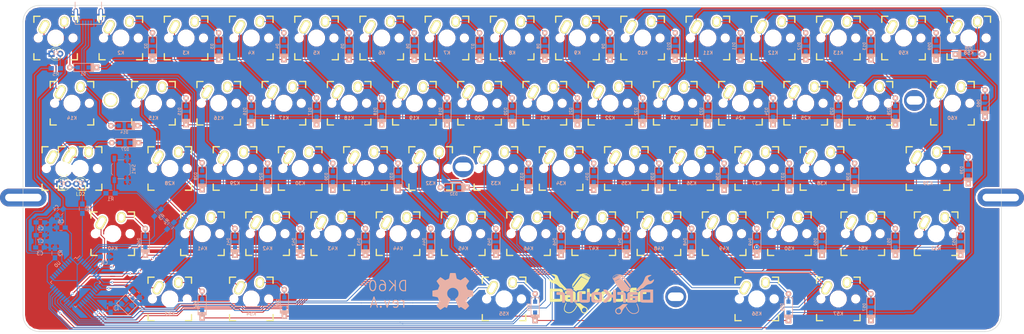
<source format=kicad_pcb>
(kicad_pcb (version 4) (host pcbnew 4.0.5+dfsg1-4)
  (title_block (title "MX/Alps HHKB") (date 2017-04-30) (rev A) (company DarKou))
  (layers (0 F.Cu signal) (31 B.Cu signal) (34 B.Paste user) (35 F.Paste user) (36 B.SilkS user) (37 F.SilkS user) (38 B.Mask user) (39 F.Mask user) (44 Edge.Cuts user))
  (net 0 "")
  (net 1 "Net-(C1-Pad1)")
  (net 2 GND)
  (net 3 "Net-(C2-Pad1)")
  (net 4 VCC)
  (net 5 "Net-(C8-Pad1)")
  (net 6 "Net-(D1-Pad2)")
  (net 7 /Row0)
  (net 8 "Net-(D2-Pad2)")
  (net 9 "Net-(D3-Pad2)")
  (net 10 "Net-(D4-Pad2)")
  (net 11 "Net-(D5-Pad2)")
  (net 12 "Net-(D6-Pad2)")
  (net 13 "Net-(D7-Pad2)")
  (net 14 "Net-(D8-Pad2)")
  (net 15 "Net-(D9-Pad2)")
  (net 16 "Net-(D10-Pad2)")
  (net 17 "Net-(D11-Pad2)")
  (net 18 "Net-(D12-Pad2)")
  (net 19 "Net-(D13-Pad2)")
  (net 20 "Net-(D14-Pad2)")
  (net 21 /Row1)
  (net 22 "Net-(D15-Pad2)")
  (net 23 "Net-(D16-Pad2)")
  (net 24 "Net-(D17-Pad2)")
  (net 25 "Net-(D18-Pad2)")
  (net 26 "Net-(D19-Pad2)")
  (net 27 "Net-(D20-Pad2)")
  (net 28 "Net-(D21-Pad2)")
  (net 29 "Net-(D22-Pad2)")
  (net 30 "Net-(D23-Pad2)")
  (net 31 "Net-(D24-Pad2)")
  (net 32 "Net-(D25-Pad2)")
  (net 33 "Net-(D26-Pad2)")
  (net 34 "Net-(D27-Pad2)")
  (net 35 /Row2)
  (net 36 "Net-(D28-Pad2)")
  (net 37 "Net-(D29-Pad2)")
  (net 38 "Net-(D30-Pad2)")
  (net 39 "Net-(D31-Pad2)")
  (net 40 "Net-(D32-Pad2)")
  (net 41 "Net-(D33-Pad2)")
  (net 42 "Net-(D34-Pad2)")
  (net 43 "Net-(D35-Pad2)")
  (net 44 "Net-(D36-Pad2)")
  (net 45 "Net-(D37-Pad2)")
  (net 46 "Net-(D38-Pad2)")
  (net 47 "Net-(D39-Pad2)")
  (net 48 "Net-(D40-Pad2)")
  (net 49 /Row3)
  (net 50 "Net-(D41-Pad2)")
  (net 51 "Net-(D42-Pad2)")
  (net 52 "Net-(D43-Pad2)")
  (net 53 "Net-(D44-Pad2)")
  (net 54 "Net-(D45-Pad2)")
  (net 55 "Net-(D46-Pad2)")
  (net 56 "Net-(D47-Pad2)")
  (net 57 "Net-(D48-Pad2)")
  (net 58 "Net-(D49-Pad2)")
  (net 59 "Net-(D50-Pad2)")
  (net 60 "Net-(D51-Pad2)")
  (net 61 "Net-(D52-Pad2)")
  (net 62 "Net-(D53-Pad2)")
  (net 63 /Row4)
  (net 64 "Net-(D54-Pad2)")
  (net 65 "Net-(D55-Pad2)")
  (net 66 "Net-(D56-Pad2)")
  (net 67 "Net-(D57-Pad2)")
  (net 68 "Net-(D58-Pad2)")
  (net 69 "Net-(D59-Pad2)")
  (net 70 "Net-(D60-Pad2)")
  (net 71 "Net-(J1-Pad2)")
  (net 72 "Net-(J1-Pad3)")
  (net 73 "Net-(J1-Pad4)")
  (net 74 /Col0)
  (net 75 /Col1)
  (net 76 /Col2)
  (net 77 /Col3)
  (net 78 /Col4)
  (net 79 /Col5)
  (net 80 /Col6)
  (net 81 /Col7)
  (net 82 /Col8)
  (net 83 /Col9)
  (net 84 /Col10)
  (net 85 /Col11)
  (net 86 /Col12)
  (net 87 "Net-(R1-Pad2)")
  (net 88 "Net-(R2-Pad1)")
  (net 89 "Net-(R3-Pad1)")
  (net 90 "Net-(R4-Pad2)")
  (net 91 "Net-(U0-Pad35)")
  (net 92 "Net-(U0-Pad36)")
  (net 93 "Net-(U0-Pad37)")
  (net 94 "Net-(U0-Pad38)")
  (net 95 "Net-(U0-Pad39)")
  (net 96 "Net-(U0-Pad42)")
  (net 97 "Net-(U0-Pad43)")
  (net 98 "Net-(LD0-Pad2)")
  (net 99 "Net-(LD1-Pad2)")
  (net 100 /ESC_LED)
  (net 101 /CAPS_LED)
  (net 102 "Net-(U0-Pad40)")
  (module Fooprints:Mx_Alps_100 (layer F.Cu) (at 323.85 107.15625)
    (fp_text reference K59 (at 0 4.318) (layer B.SilkS) (effects (font (thickness 0.2)) (justify mirror)))
    (fp_text value \ hide)
    (pad HOLE np_thru_hole circle (at 0 0) (size 3.9878 3.9878) (drill 3.9878) (layers *.Cu))
    (pad HOLE np_thru_hole circle (at -5.08 0) (size 1.7018 1.7018) (drill 1.7018) (layers *.Cu))
    (pad HOLE np_thru_hole circle (at 5.08 0) (size 1.7018 1.7018) (drill 1.7018) (layers *.Cu))
    (pad 1 thru_hole oval (at -3.405 -3.27 330.95) (size 2.5 4.17) (drill oval 1.5 3.17) (layers *.Cu *.Mask F.SilkS) (net 85 /Col11))
    (pad 2 thru_hole oval (at 2.52 -4.79 356.1) (size 2.5 3.08) (drill oval 1.5 2.08) (layers *.Cu *.Mask F.SilkS) (net 69 "Net-(D59-Pad2)"))
  )
  (module Housings_QFP:TQFP-44_10x10mm_Pitch0.8mm (layer B.Cu) (at 82 178.5 225)
    (fp_text reference U0 (at 0 7.450001 225) (layer B.SilkS) (effects (justify mirror)))
    (fp_text value ATMEGA32U4)
    (pad 1 smd rect (at -5.7 4 225) (size 1.5 0.55) (layers B.Cu B.Paste B.Mask) (net 101 /CAPS_LED))
    (pad 2 smd rect (at -5.7 3.2 225) (size 1.5 0.55) (layers B.Cu B.Paste B.Mask) (net 4 VCC))
    (pad 3 smd rect (at -5.7 2.4 225) (size 1.5 0.55) (layers B.Cu B.Paste B.Mask) (net 89 "Net-(R3-Pad1)"))
    (pad 4 smd rect (at -5.7 1.6 225) (size 1.5 0.55) (layers B.Cu B.Paste B.Mask) (net 90 "Net-(R4-Pad2)"))
    (pad 5 smd rect (at -5.7 0.8 225) (size 1.5 0.55) (layers B.Cu B.Paste B.Mask) (net 2 GND))
    (pad 6 smd rect (at -5.7 0 225) (size 1.5 0.55) (layers B.Cu B.Paste B.Mask) (net 5 "Net-(C8-Pad1)"))
    (pad 7 smd rect (at -5.7 -0.8 225) (size 1.5 0.55) (layers B.Cu B.Paste B.Mask) (net 4 VCC))
    (pad 8 smd rect (at -5.7 -1.6 225) (size 1.5 0.55) (layers B.Cu B.Paste B.Mask) (net 74 /Col0))
    (pad 9 smd rect (at -5.7 -2.4 225) (size 1.5 0.55) (layers B.Cu B.Paste B.Mask) (net 77 /Col3))
    (pad 10 smd rect (at -5.7 -3.2 225) (size 1.5 0.55) (layers B.Cu B.Paste B.Mask) (net 76 /Col2))
    (pad 11 smd rect (at -5.7 -4 225) (size 1.5 0.55) (layers B.Cu B.Paste B.Mask) (net 75 /Col1))
    (pad 12 smd rect (at -4 -5.7 135) (size 1.5 0.55) (layers B.Cu B.Paste B.Mask) (net 81 /Col7))
    (pad 13 smd rect (at -3.2 -5.7 135) (size 1.5 0.55) (layers B.Cu B.Paste B.Mask) (net 87 "Net-(R1-Pad2)"))
    (pad 14 smd rect (at -2.4 -5.7 135) (size 1.5 0.55) (layers B.Cu B.Paste B.Mask) (net 4 VCC))
    (pad 15 smd rect (at -1.6 -5.7 135) (size 1.5 0.55) (layers B.Cu B.Paste B.Mask) (net 2 GND))
    (pad 16 smd rect (at -0.8 -5.7 135) (size 1.5 0.55) (layers B.Cu B.Paste B.Mask) (net 1 "Net-(C1-Pad1)"))
    (pad 17 smd rect (at 0 -5.7 135) (size 1.5 0.55) (layers B.Cu B.Paste B.Mask) (net 3 "Net-(C2-Pad1)"))
    (pad 18 smd rect (at 0.8 -5.7 135) (size 1.5 0.55) (layers B.Cu B.Paste B.Mask) (net 84 /Col10))
    (pad 19 smd rect (at 1.6 -5.7 135) (size 1.5 0.55) (layers B.Cu B.Paste B.Mask) (net 85 /Col11))
    (pad 20 smd rect (at 2.4 -5.7 135) (size 1.5 0.55) (layers B.Cu B.Paste B.Mask) (net 86 /Col12))
    (pad 21 smd rect (at 3.2 -5.7 135) (size 1.5 0.55) (layers B.Cu B.Paste B.Mask) (net 78 /Col4))
    (pad 22 smd rect (at 4 -5.7 135) (size 1.5 0.55) (layers B.Cu B.Paste B.Mask) (net 79 /Col5))
    (pad 23 smd rect (at 5.7 -4 225) (size 1.5 0.55) (layers B.Cu B.Paste B.Mask) (net 2 GND))
    (pad 24 smd rect (at 5.7 -3.2 225) (size 1.5 0.55) (layers B.Cu B.Paste B.Mask) (net 4 VCC))
    (pad 25 smd rect (at 5.7 -2.4 225) (size 1.5 0.55) (layers B.Cu B.Paste B.Mask) (net 63 /Row4))
    (pad 26 smd rect (at 5.7 -1.6 225) (size 1.5 0.55) (layers B.Cu B.Paste B.Mask) (net 49 /Row3))
    (pad 27 smd rect (at 5.7 -0.8 225) (size 1.5 0.55) (layers B.Cu B.Paste B.Mask) (net 35 /Row2))
    (pad 28 smd rect (at 5.7 0 225) (size 1.5 0.55) (layers B.Cu B.Paste B.Mask) (net 21 /Row1))
    (pad 29 smd rect (at 5.7 0.8 225) (size 1.5 0.55) (layers B.Cu B.Paste B.Mask) (net 80 /Col6))
    (pad 30 smd rect (at 5.7 1.6 225) (size 1.5 0.55) (layers B.Cu B.Paste B.Mask) (net 7 /Row0))
    (pad 31 smd rect (at 5.7 2.4 225) (size 1.5 0.55) (layers B.Cu B.Paste B.Mask) (net 82 /Col8))
    (pad 32 smd rect (at 5.7 3.2 225) (size 1.5 0.55) (layers B.Cu B.Paste B.Mask) (net 83 /Col9))
    (pad 33 smd rect (at 5.7 4 225) (size 1.5 0.55) (layers B.Cu B.Paste B.Mask) (net 88 "Net-(R2-Pad1)"))
    (pad 34 smd rect (at 4 5.7 135) (size 1.5 0.55) (layers B.Cu B.Paste B.Mask) (net 4 VCC))
    (pad 35 smd rect (at 3.2 5.7 135) (size 1.5 0.55) (layers B.Cu B.Paste B.Mask) (net 91 "Net-(U0-Pad35)"))
    (pad 36 smd rect (at 2.4 5.7 135) (size 1.5 0.55) (layers B.Cu B.Paste B.Mask) (net 92 "Net-(U0-Pad36)"))
    (pad 37 smd rect (at 1.6 5.7 135) (size 1.5 0.55) (layers B.Cu B.Paste B.Mask) (net 93 "Net-(U0-Pad37)"))
    (pad 38 smd rect (at 0.8 5.7 135) (size 1.5 0.55) (layers B.Cu B.Paste B.Mask) (net 94 "Net-(U0-Pad38)"))
    (pad 39 smd rect (at 0 5.7 135) (size 1.5 0.55) (layers B.Cu B.Paste B.Mask) (net 95 "Net-(U0-Pad39)"))
    (pad 40 smd rect (at -0.8 5.7 135) (size 1.5 0.55) (layers B.Cu B.Paste B.Mask) (net 102 "Net-(U0-Pad40)"))
    (pad 41 smd rect (at -1.6 5.7 135) (size 1.5 0.55) (layers B.Cu B.Paste B.Mask) (net 100 /ESC_LED))
    (pad 42 smd rect (at -2.4 5.7 135) (size 1.5 0.55) (layers B.Cu B.Paste B.Mask) (net 96 "Net-(U0-Pad42)"))
    (pad 43 smd rect (at -3.2 5.7 135) (size 1.5 0.55) (layers B.Cu B.Paste B.Mask) (net 97 "Net-(U0-Pad43)"))
    (pad 44 smd rect (at -4 5.7 135) (size 1.5 0.55) (layers B.Cu B.Paste B.Mask) (net 4 VCC))
  )
  (module Capacitors_SMD:C_0805_HandSoldering (layer B.Cu) (at 99.75 182 315)
    (fp_text reference C1 (at 0 1.75 315) (layer B.SilkS) (effects (justify mirror)))
    (fp_text value 22p)
    (pad 1 smd rect (at -1.25 0 315) (size 1.5 1.25) (layers B.Cu B.Paste B.Mask) (net 1 "Net-(C1-Pad1)"))
    (pad 2 smd rect (at 1.25 0 315) (size 1.5 1.25) (layers B.Cu B.Paste B.Mask) (net 2 GND))
  )
  (module Capacitors_SMD:C_0805_HandSoldering (layer B.Cu) (at 92.25 186 90)
    (fp_text reference C2 (at 0 1.75 90) (layer B.SilkS) (effects (justify mirror)))
    (fp_text value 22p)
    (pad 1 smd rect (at -1.25 0 90) (size 1.5 1.25) (layers B.Cu B.Paste B.Mask) (net 3 "Net-(C2-Pad1)"))
    (pad 2 smd rect (at 1.25 0 90) (size 1.5 1.25) (layers B.Cu B.Paste B.Mask) (net 2 GND))
  )
  (module Capacitors_SMD:C_0805_HandSoldering (layer B.Cu) (at 71.625 168.325)
    (fp_text reference C3 (at 0 1.75) (layer B.SilkS) (effects (justify mirror)))
    (fp_text value 0.1u)
    (pad 1 smd rect (at -1.25 0) (size 1.5 1.25) (layers B.Cu B.Paste B.Mask) (net 4 VCC))
    (pad 2 smd rect (at 1.25 0) (size 1.5 1.25) (layers B.Cu B.Paste B.Mask) (net 2 GND))
  )
  (module Capacitors_SMD:C_0805_HandSoldering (layer B.Cu) (at 77.5 158 225)
    (fp_text reference C4 (at 0 1.75 225) (layer B.SilkS) (effects (justify mirror)))
    (fp_text value 0.1u)
    (pad 1 smd rect (at -1.25 0 225) (size 1.5 1.25) (layers B.Cu B.Paste B.Mask) (net 4 VCC))
    (pad 2 smd rect (at 1.25 0 225) (size 1.5 1.25) (layers B.Cu B.Paste B.Mask) (net 2 GND))
  )
  (module Capacitors_SMD:C_0805_HandSoldering (layer B.Cu) (at 71.75 161)
    (fp_text reference C5 (at 0 1.75) (layer B.SilkS) (effects (justify mirror)))
    (fp_text value 0.1u)
    (pad 1 smd rect (at -1.25 0) (size 1.5 1.25) (layers B.Cu B.Paste B.Mask) (net 4 VCC))
    (pad 2 smd rect (at 1.25 0) (size 1.5 1.25) (layers B.Cu B.Paste B.Mask) (net 2 GND))
  )
  (module Capacitors_SMD:C_0805_HandSoldering (layer B.Cu) (at 77.75 162.5 180)
    (fp_text reference C6 (at 0 1.75 180) (layer B.SilkS) (effects (justify mirror)))
    (fp_text value 0.1u)
    (pad 1 smd rect (at -1.25 0 180) (size 1.5 1.25) (layers B.Cu B.Paste B.Mask) (net 4 VCC))
    (pad 2 smd rect (at 1.25 0 180) (size 1.5 1.25) (layers B.Cu B.Paste B.Mask) (net 2 GND))
  )
  (module Capacitors_SMD:C_0805_HandSoldering (layer B.Cu) (at 71.75 164.75)
    (fp_text reference C7 (at 0 1.75) (layer B.SilkS) (effects (justify mirror)))
    (fp_text value 4.7u)
    (pad 1 smd rect (at -1.25 0) (size 1.5 1.25) (layers B.Cu B.Paste B.Mask) (net 4 VCC))
    (pad 2 smd rect (at 1.25 0) (size 1.5 1.25) (layers B.Cu B.Paste B.Mask) (net 2 GND))
  )
  (module Capacitors_SMD:C_0805_HandSoldering (layer B.Cu) (at 90.5 171)
    (fp_text reference C8 (at 0 1.75) (layer B.SilkS) (effects (justify mirror)))
    (fp_text value 1u)
    (pad 1 smd rect (at -1.25 0) (size 1.5 1.25) (layers B.Cu B.Paste B.Mask) (net 5 "Net-(C8-Pad1)"))
    (pad 2 smd rect (at 1.25 0) (size 1.5 1.25) (layers B.Cu B.Paste B.Mask) (net 2 GND))
  )
  (module Fooprints:D_SOD123_axial (layer B.Cu) (at 84.25 115.75 180)
    (fp_text reference D1 (at 0 -1.925 180) (layer B.SilkS) (effects (font (size 0.8 0.8)) (justify mirror)))
    (fp_text value D hide)
    (pad 2 smd rect (at 1.575 0 180) (size 1.2 1.2) (layers B.Cu B.Paste B.Mask) (net 6 "Net-(D1-Pad2)"))
    (pad 1 smd rect (at -1.575 0 180) (size 1.2 1.2) (layers B.Cu B.Paste B.Mask) (net 7 /Row0))
    (pad 1 thru_hole rect (at -3.9 0 180) (size 1.6 1.6) (drill 0.7) (layers *.Cu *.Mask B.SilkS) (net 7 /Row0))
    (pad 2 thru_hole circle (at 3.9 0 180) (size 1.6 1.6) (drill 0.7) (layers *.Cu *.Mask B.SilkS) (net 6 "Net-(D1-Pad2)"))
    (pad 1 smd rect (at -2.7 0 180) (size 2.5 0.5) (layers B.Cu) (net 7 /Row0))
    (pad 2 smd rect (at 2.7 0 180) (size 2.5 0.5) (layers B.Cu) (net 6 "Net-(D1-Pad2)"))
  )
  (module Fooprints:D_SOD123_axial (layer B.Cu) (at 104.5 109.5 90)
    (fp_text reference D2 (at 0 -1.925 90) (layer B.SilkS) (effects (font (size 0.8 0.8)) (justify mirror)))
    (fp_text value D hide)
    (pad 2 smd rect (at 1.575 0 90) (size 1.2 1.2) (layers B.Cu B.Paste B.Mask) (net 8 "Net-(D2-Pad2)"))
    (pad 1 smd rect (at -1.575 0 90) (size 1.2 1.2) (layers B.Cu B.Paste B.Mask) (net 7 /Row0))
    (pad 1 thru_hole rect (at -3.9 0 90) (size 1.6 1.6) (drill 0.7) (layers *.Cu *.Mask B.SilkS) (net 7 /Row0))
    (pad 2 thru_hole circle (at 3.9 0 90) (size 1.6 1.6) (drill 0.7) (layers *.Cu *.Mask B.SilkS) (net 8 "Net-(D2-Pad2)"))
    (pad 1 smd rect (at -2.7 0 90) (size 2.5 0.5) (layers B.Cu) (net 7 /Row0))
    (pad 2 smd rect (at 2.7 0 90) (size 2.5 0.5) (layers B.Cu) (net 8 "Net-(D2-Pad2)"))
  )
  (module Fooprints:D_SOD123_axial (layer B.Cu) (at 123.825 109.5375 90)
    (fp_text reference D3 (at 0 -1.925 90) (layer B.SilkS) (effects (font (size 0.8 0.8)) (justify mirror)))
    (fp_text value D hide)
    (pad 2 smd rect (at 1.575 0 90) (size 1.2 1.2) (layers B.Cu B.Paste B.Mask) (net 9 "Net-(D3-Pad2)"))
    (pad 1 smd rect (at -1.575 0 90) (size 1.2 1.2) (layers B.Cu B.Paste B.Mask) (net 7 /Row0))
    (pad 1 thru_hole rect (at -3.9 0 90) (size 1.6 1.6) (drill 0.7) (layers *.Cu *.Mask B.SilkS) (net 7 /Row0))
    (pad 2 thru_hole circle (at 3.9 0 90) (size 1.6 1.6) (drill 0.7) (layers *.Cu *.Mask B.SilkS) (net 9 "Net-(D3-Pad2)"))
    (pad 1 smd rect (at -2.7 0 90) (size 2.5 0.5) (layers B.Cu) (net 7 /Row0))
    (pad 2 smd rect (at 2.7 0 90) (size 2.5 0.5) (layers B.Cu) (net 9 "Net-(D3-Pad2)"))
  )
  (module Fooprints:D_SOD123_axial (layer B.Cu) (at 142.875 109.5375 90)
    (fp_text reference D4 (at 0 -1.925 90) (layer B.SilkS) (effects (font (size 0.8 0.8)) (justify mirror)))
    (fp_text value D hide)
    (pad 2 smd rect (at 1.575 0 90) (size 1.2 1.2) (layers B.Cu B.Paste B.Mask) (net 10 "Net-(D4-Pad2)"))
    (pad 1 smd rect (at -1.575 0 90) (size 1.2 1.2) (layers B.Cu B.Paste B.Mask) (net 7 /Row0))
    (pad 1 thru_hole rect (at -3.9 0 90) (size 1.6 1.6) (drill 0.7) (layers *.Cu *.Mask B.SilkS) (net 7 /Row0))
    (pad 2 thru_hole circle (at 3.9 0 90) (size 1.6 1.6) (drill 0.7) (layers *.Cu *.Mask B.SilkS) (net 10 "Net-(D4-Pad2)"))
    (pad 1 smd rect (at -2.7 0 90) (size 2.5 0.5) (layers B.Cu) (net 7 /Row0))
    (pad 2 smd rect (at 2.7 0 90) (size 2.5 0.5) (layers B.Cu) (net 10 "Net-(D4-Pad2)"))
  )
  (module Fooprints:D_SOD123_axial (layer B.Cu) (at 161.925 109.5375 90)
    (fp_text reference D5 (at 0 -1.925 90) (layer B.SilkS) (effects (font (size 0.8 0.8)) (justify mirror)))
    (fp_text value D hide)
    (pad 2 smd rect (at 1.575 0 90) (size 1.2 1.2) (layers B.Cu B.Paste B.Mask) (net 11 "Net-(D5-Pad2)"))
    (pad 1 smd rect (at -1.575 0 90) (size 1.2 1.2) (layers B.Cu B.Paste B.Mask) (net 7 /Row0))
    (pad 1 thru_hole rect (at -3.9 0 90) (size 1.6 1.6) (drill 0.7) (layers *.Cu *.Mask B.SilkS) (net 7 /Row0))
    (pad 2 thru_hole circle (at 3.9 0 90) (size 1.6 1.6) (drill 0.7) (layers *.Cu *.Mask B.SilkS) (net 11 "Net-(D5-Pad2)"))
    (pad 1 smd rect (at -2.7 0 90) (size 2.5 0.5) (layers B.Cu) (net 7 /Row0))
    (pad 2 smd rect (at 2.7 0 90) (size 2.5 0.5) (layers B.Cu) (net 11 "Net-(D5-Pad2)"))
  )
  (module Fooprints:D_SOD123_axial (layer B.Cu) (at 180.975 109.5375 90)
    (fp_text reference D6 (at 0 -1.925 90) (layer B.SilkS) (effects (font (size 0.8 0.8)) (justify mirror)))
    (fp_text value D hide)
    (pad 2 smd rect (at 1.575 0 90) (size 1.2 1.2) (layers B.Cu B.Paste B.Mask) (net 12 "Net-(D6-Pad2)"))
    (pad 1 smd rect (at -1.575 0 90) (size 1.2 1.2) (layers B.Cu B.Paste B.Mask) (net 7 /Row0))
    (pad 1 thru_hole rect (at -3.9 0 90) (size 1.6 1.6) (drill 0.7) (layers *.Cu *.Mask B.SilkS) (net 7 /Row0))
    (pad 2 thru_hole circle (at 3.9 0 90) (size 1.6 1.6) (drill 0.7) (layers *.Cu *.Mask B.SilkS) (net 12 "Net-(D6-Pad2)"))
    (pad 1 smd rect (at -2.7 0 90) (size 2.5 0.5) (layers B.Cu) (net 7 /Row0))
    (pad 2 smd rect (at 2.7 0 90) (size 2.5 0.5) (layers B.Cu) (net 12 "Net-(D6-Pad2)"))
  )
  (module Fooprints:D_SOD123_axial (layer B.Cu) (at 200.025 109.5375 90)
    (fp_text reference D7 (at 0 -1.925 90) (layer B.SilkS) (effects (font (size 0.8 0.8)) (justify mirror)))
    (fp_text value D hide)
    (pad 2 smd rect (at 1.575 0 90) (size 1.2 1.2) (layers B.Cu B.Paste B.Mask) (net 13 "Net-(D7-Pad2)"))
    (pad 1 smd rect (at -1.575 0 90) (size 1.2 1.2) (layers B.Cu B.Paste B.Mask) (net 7 /Row0))
    (pad 1 thru_hole rect (at -3.9 0 90) (size 1.6 1.6) (drill 0.7) (layers *.Cu *.Mask B.SilkS) (net 7 /Row0))
    (pad 2 thru_hole circle (at 3.9 0 90) (size 1.6 1.6) (drill 0.7) (layers *.Cu *.Mask B.SilkS) (net 13 "Net-(D7-Pad2)"))
    (pad 1 smd rect (at -2.7 0 90) (size 2.5 0.5) (layers B.Cu) (net 7 /Row0))
    (pad 2 smd rect (at 2.7 0 90) (size 2.5 0.5) (layers B.Cu) (net 13 "Net-(D7-Pad2)"))
  )
  (module Fooprints:D_SOD123_axial (layer B.Cu) (at 219.075 109.5375 90)
    (fp_text reference D8 (at 0 -1.925 90) (layer B.SilkS) (effects (font (size 0.8 0.8)) (justify mirror)))
    (fp_text value D hide)
    (pad 2 smd rect (at 1.575 0 90) (size 1.2 1.2) (layers B.Cu B.Paste B.Mask) (net 14 "Net-(D8-Pad2)"))
    (pad 1 smd rect (at -1.575 0 90) (size 1.2 1.2) (layers B.Cu B.Paste B.Mask) (net 7 /Row0))
    (pad 1 thru_hole rect (at -3.9 0 90) (size 1.6 1.6) (drill 0.7) (layers *.Cu *.Mask B.SilkS) (net 7 /Row0))
    (pad 2 thru_hole circle (at 3.9 0 90) (size 1.6 1.6) (drill 0.7) (layers *.Cu *.Mask B.SilkS) (net 14 "Net-(D8-Pad2)"))
    (pad 1 smd rect (at -2.7 0 90) (size 2.5 0.5) (layers B.Cu) (net 7 /Row0))
    (pad 2 smd rect (at 2.7 0 90) (size 2.5 0.5) (layers B.Cu) (net 14 "Net-(D8-Pad2)"))
  )
  (module Fooprints:D_SOD123_axial (layer B.Cu) (at 238.125 109.5375 90)
    (fp_text reference D9 (at 0 -1.925 90) (layer B.SilkS) (effects (font (size 0.8 0.8)) (justify mirror)))
    (fp_text value D hide)
    (pad 2 smd rect (at 1.575 0 90) (size 1.2 1.2) (layers B.Cu B.Paste B.Mask) (net 15 "Net-(D9-Pad2)"))
    (pad 1 smd rect (at -1.575 0 90) (size 1.2 1.2) (layers B.Cu B.Paste B.Mask) (net 7 /Row0))
    (pad 1 thru_hole rect (at -3.9 0 90) (size 1.6 1.6) (drill 0.7) (layers *.Cu *.Mask B.SilkS) (net 7 /Row0))
    (pad 2 thru_hole circle (at 3.9 0 90) (size 1.6 1.6) (drill 0.7) (layers *.Cu *.Mask B.SilkS) (net 15 "Net-(D9-Pad2)"))
    (pad 1 smd rect (at -2.7 0 90) (size 2.5 0.5) (layers B.Cu) (net 7 /Row0))
    (pad 2 smd rect (at 2.7 0 90) (size 2.5 0.5) (layers B.Cu) (net 15 "Net-(D9-Pad2)"))
  )
  (module Fooprints:D_SOD123_axial (layer B.Cu) (at 257.175 109.5375 90)
    (fp_text reference D10 (at 0 -1.925 90) (layer B.SilkS) (effects (font (size 0.8 0.8)) (justify mirror)))
    (fp_text value D hide)
    (pad 2 smd rect (at 1.575 0 90) (size 1.2 1.2) (layers B.Cu B.Paste B.Mask) (net 16 "Net-(D10-Pad2)"))
    (pad 1 smd rect (at -1.575 0 90) (size 1.2 1.2) (layers B.Cu B.Paste B.Mask) (net 7 /Row0))
    (pad 1 thru_hole rect (at -3.9 0 90) (size 1.6 1.6) (drill 0.7) (layers *.Cu *.Mask B.SilkS) (net 7 /Row0))
    (pad 2 thru_hole circle (at 3.9 0 90) (size 1.6 1.6) (drill 0.7) (layers *.Cu *.Mask B.SilkS) (net 16 "Net-(D10-Pad2)"))
    (pad 1 smd rect (at -2.7 0 90) (size 2.5 0.5) (layers B.Cu) (net 7 /Row0))
    (pad 2 smd rect (at 2.7 0 90) (size 2.5 0.5) (layers B.Cu) (net 16 "Net-(D10-Pad2)"))
  )
  (module Fooprints:D_SOD123_axial (layer B.Cu) (at 276.225 109.5375 90)
    (fp_text reference D11 (at 0 -1.925 90) (layer B.SilkS) (effects (font (size 0.8 0.8)) (justify mirror)))
    (fp_text value D hide)
    (pad 2 smd rect (at 1.575 0 90) (size 1.2 1.2) (layers B.Cu B.Paste B.Mask) (net 17 "Net-(D11-Pad2)"))
    (pad 1 smd rect (at -1.575 0 90) (size 1.2 1.2) (layers B.Cu B.Paste B.Mask) (net 7 /Row0))
    (pad 1 thru_hole rect (at -3.9 0 90) (size 1.6 1.6) (drill 0.7) (layers *.Cu *.Mask B.SilkS) (net 7 /Row0))
    (pad 2 thru_hole circle (at 3.9 0 90) (size 1.6 1.6) (drill 0.7) (layers *.Cu *.Mask B.SilkS) (net 17 "Net-(D11-Pad2)"))
    (pad 1 smd rect (at -2.7 0 90) (size 2.5 0.5) (layers B.Cu) (net 7 /Row0))
    (pad 2 smd rect (at 2.7 0 90) (size 2.5 0.5) (layers B.Cu) (net 17 "Net-(D11-Pad2)"))
  )
  (module Fooprints:D_SOD123_axial (layer B.Cu) (at 295.275 109.5375 90)
    (fp_text reference D12 (at 0 -1.925 90) (layer B.SilkS) (effects (font (size 0.8 0.8)) (justify mirror)))
    (fp_text value D hide)
    (pad 2 smd rect (at 1.575 0 90) (size 1.2 1.2) (layers B.Cu B.Paste B.Mask) (net 18 "Net-(D12-Pad2)"))
    (pad 1 smd rect (at -1.575 0 90) (size 1.2 1.2) (layers B.Cu B.Paste B.Mask) (net 7 /Row0))
    (pad 1 thru_hole rect (at -3.9 0 90) (size 1.6 1.6) (drill 0.7) (layers *.Cu *.Mask B.SilkS) (net 7 /Row0))
    (pad 2 thru_hole circle (at 3.9 0 90) (size 1.6 1.6) (drill 0.7) (layers *.Cu *.Mask B.SilkS) (net 18 "Net-(D12-Pad2)"))
    (pad 1 smd rect (at -2.7 0 90) (size 2.5 0.5) (layers B.Cu) (net 7 /Row0))
    (pad 2 smd rect (at 2.7 0 90) (size 2.5 0.5) (layers B.Cu) (net 18 "Net-(D12-Pad2)"))
  )
  (module Fooprints:D_SOD123_axial (layer B.Cu) (at 314.325 109.5375 90)
    (fp_text reference D13 (at 0 -1.925 90) (layer B.SilkS) (effects (font (size 0.8 0.8)) (justify mirror)))
    (fp_text value D hide)
    (pad 2 smd rect (at 1.575 0 90) (size 1.2 1.2) (layers B.Cu B.Paste B.Mask) (net 19 "Net-(D13-Pad2)"))
    (pad 1 smd rect (at -1.575 0 90) (size 1.2 1.2) (layers B.Cu B.Paste B.Mask) (net 7 /Row0))
    (pad 1 thru_hole rect (at -3.9 0 90) (size 1.6 1.6) (drill 0.7) (layers *.Cu *.Mask B.SilkS) (net 7 /Row0))
    (pad 2 thru_hole circle (at 3.9 0 90) (size 1.6 1.6) (drill 0.7) (layers *.Cu *.Mask B.SilkS) (net 19 "Net-(D13-Pad2)"))
    (pad 1 smd rect (at -2.7 0 90) (size 2.5 0.5) (layers B.Cu) (net 7 /Row0))
    (pad 2 smd rect (at 2.7 0 90) (size 2.5 0.5) (layers B.Cu) (net 19 "Net-(D13-Pad2)"))
  )
  (module Fooprints:D_SOD123_axial (layer B.Cu) (at 96.25 132.75 180)
    (fp_text reference D14 (at 0 -1.925001 180) (layer B.SilkS) (effects (font (size 0.8 0.8)) (justify mirror)))
    (fp_text value D hide)
    (pad 2 smd rect (at 1.575 0 180) (size 1.2 1.2) (layers B.Cu B.Paste B.Mask) (net 20 "Net-(D14-Pad2)"))
    (pad 1 smd rect (at -1.575 0 180) (size 1.2 1.2) (layers B.Cu B.Paste B.Mask) (net 21 /Row1))
    (pad 1 thru_hole rect (at -3.9 0 180) (size 1.6 1.6) (drill 0.7) (layers *.Cu *.Mask B.SilkS) (net 21 /Row1))
    (pad 2 thru_hole circle (at 3.9 0 180) (size 1.6 1.6) (drill 0.7) (layers *.Cu *.Mask B.SilkS) (net 20 "Net-(D14-Pad2)"))
    (pad 1 smd rect (at -2.7 0 180) (size 2.5 0.5) (layers B.Cu) (net 21 /Row1))
    (pad 2 smd rect (at 2.7 0 180) (size 2.5 0.5) (layers B.Cu) (net 20 "Net-(D14-Pad2)"))
  )
  (module Fooprints:D_SOD123_axial (layer B.Cu) (at 114.3 128.5875 90)
    (fp_text reference D15 (at 0 -1.925 90) (layer B.SilkS) (effects (font (size 0.8 0.8)) (justify mirror)))
    (fp_text value D hide)
    (pad 2 smd rect (at 1.575 0 90) (size 1.2 1.2) (layers B.Cu B.Paste B.Mask) (net 22 "Net-(D15-Pad2)"))
    (pad 1 smd rect (at -1.575 0 90) (size 1.2 1.2) (layers B.Cu B.Paste B.Mask) (net 21 /Row1))
    (pad 1 thru_hole rect (at -3.9 0 90) (size 1.6 1.6) (drill 0.7) (layers *.Cu *.Mask B.SilkS) (net 21 /Row1))
    (pad 2 thru_hole circle (at 3.9 0 90) (size 1.6 1.6) (drill 0.7) (layers *.Cu *.Mask B.SilkS) (net 22 "Net-(D15-Pad2)"))
    (pad 1 smd rect (at -2.7 0 90) (size 2.5 0.5) (layers B.Cu) (net 21 /Row1))
    (pad 2 smd rect (at 2.7 0 90) (size 2.5 0.5) (layers B.Cu) (net 22 "Net-(D15-Pad2)"))
  )
  (module Fooprints:D_SOD123_axial (layer B.Cu) (at 133.35 128.5875 90)
    (fp_text reference D16 (at 0 -1.925 90) (layer B.SilkS) (effects (font (size 0.8 0.8)) (justify mirror)))
    (fp_text value D hide)
    (pad 2 smd rect (at 1.575 0 90) (size 1.2 1.2) (layers B.Cu B.Paste B.Mask) (net 23 "Net-(D16-Pad2)"))
    (pad 1 smd rect (at -1.575 0 90) (size 1.2 1.2) (layers B.Cu B.Paste B.Mask) (net 21 /Row1))
    (pad 1 thru_hole rect (at -3.9 0 90) (size 1.6 1.6) (drill 0.7) (layers *.Cu *.Mask B.SilkS) (net 21 /Row1))
    (pad 2 thru_hole circle (at 3.9 0 90) (size 1.6 1.6) (drill 0.7) (layers *.Cu *.Mask B.SilkS) (net 23 "Net-(D16-Pad2)"))
    (pad 1 smd rect (at -2.7 0 90) (size 2.5 0.5) (layers B.Cu) (net 21 /Row1))
    (pad 2 smd rect (at 2.7 0 90) (size 2.5 0.5) (layers B.Cu) (net 23 "Net-(D16-Pad2)"))
  )
  (module Fooprints:D_SOD123_axial (layer B.Cu) (at 152.4 128.5875 90)
    (fp_text reference D17 (at 0 -1.925 90) (layer B.SilkS) (effects (font (size 0.8 0.8)) (justify mirror)))
    (fp_text value D hide)
    (pad 2 smd rect (at 1.575 0 90) (size 1.2 1.2) (layers B.Cu B.Paste B.Mask) (net 24 "Net-(D17-Pad2)"))
    (pad 1 smd rect (at -1.575 0 90) (size 1.2 1.2) (layers B.Cu B.Paste B.Mask) (net 21 /Row1))
    (pad 1 thru_hole rect (at -3.9 0 90) (size 1.6 1.6) (drill 0.7) (layers *.Cu *.Mask B.SilkS) (net 21 /Row1))
    (pad 2 thru_hole circle (at 3.9 0 90) (size 1.6 1.6) (drill 0.7) (layers *.Cu *.Mask B.SilkS) (net 24 "Net-(D17-Pad2)"))
    (pad 1 smd rect (at -2.7 0 90) (size 2.5 0.5) (layers B.Cu) (net 21 /Row1))
    (pad 2 smd rect (at 2.7 0 90) (size 2.5 0.5) (layers B.Cu) (net 24 "Net-(D17-Pad2)"))
  )
  (module Fooprints:D_SOD123_axial (layer B.Cu) (at 171.45 128.5875 90)
    (fp_text reference D18 (at 0 -1.925 90) (layer B.SilkS) (effects (font (size 0.8 0.8)) (justify mirror)))
    (fp_text value D hide)
    (pad 2 smd rect (at 1.575 0 90) (size 1.2 1.2) (layers B.Cu B.Paste B.Mask) (net 25 "Net-(D18-Pad2)"))
    (pad 1 smd rect (at -1.575 0 90) (size 1.2 1.2) (layers B.Cu B.Paste B.Mask) (net 21 /Row1))
    (pad 1 thru_hole rect (at -3.9 0 90) (size 1.6 1.6) (drill 0.7) (layers *.Cu *.Mask B.SilkS) (net 21 /Row1))
    (pad 2 thru_hole circle (at 3.9 0 90) (size 1.6 1.6) (drill 0.7) (layers *.Cu *.Mask B.SilkS) (net 25 "Net-(D18-Pad2)"))
    (pad 1 smd rect (at -2.7 0 90) (size 2.5 0.5) (layers B.Cu) (net 21 /Row1))
    (pad 2 smd rect (at 2.7 0 90) (size 2.5 0.5) (layers B.Cu) (net 25 "Net-(D18-Pad2)"))
  )
  (module Fooprints:D_SOD123_axial (layer B.Cu) (at 190.5 128.5875 90)
    (fp_text reference D19 (at 0 -1.925 90) (layer B.SilkS) (effects (font (size 0.8 0.8)) (justify mirror)))
    (fp_text value D hide)
    (pad 2 smd rect (at 1.575 0 90) (size 1.2 1.2) (layers B.Cu B.Paste B.Mask) (net 26 "Net-(D19-Pad2)"))
    (pad 1 smd rect (at -1.575 0 90) (size 1.2 1.2) (layers B.Cu B.Paste B.Mask) (net 21 /Row1))
    (pad 1 thru_hole rect (at -3.9 0 90) (size 1.6 1.6) (drill 0.7) (layers *.Cu *.Mask B.SilkS) (net 21 /Row1))
    (pad 2 thru_hole circle (at 3.9 0 90) (size 1.6 1.6) (drill 0.7) (layers *.Cu *.Mask B.SilkS) (net 26 "Net-(D19-Pad2)"))
    (pad 1 smd rect (at -2.7 0 90) (size 2.5 0.5) (layers B.Cu) (net 21 /Row1))
    (pad 2 smd rect (at 2.7 0 90) (size 2.5 0.5) (layers B.Cu) (net 26 "Net-(D19-Pad2)"))
  )
  (module Fooprints:D_SOD123_axial (layer B.Cu) (at 209.55 128.5875 90)
    (fp_text reference D20 (at 0 -1.925 90) (layer B.SilkS) (effects (font (size 0.8 0.8)) (justify mirror)))
    (fp_text value D hide)
    (pad 2 smd rect (at 1.575 0 90) (size 1.2 1.2) (layers B.Cu B.Paste B.Mask) (net 27 "Net-(D20-Pad2)"))
    (pad 1 smd rect (at -1.575 0 90) (size 1.2 1.2) (layers B.Cu B.Paste B.Mask) (net 21 /Row1))
    (pad 1 thru_hole rect (at -3.9 0 90) (size 1.6 1.6) (drill 0.7) (layers *.Cu *.Mask B.SilkS) (net 21 /Row1))
    (pad 2 thru_hole circle (at 3.9 0 90) (size 1.6 1.6) (drill 0.7) (layers *.Cu *.Mask B.SilkS) (net 27 "Net-(D20-Pad2)"))
    (pad 1 smd rect (at -2.7 0 90) (size 2.5 0.5) (layers B.Cu) (net 21 /Row1))
    (pad 2 smd rect (at 2.7 0 90) (size 2.5 0.5) (layers B.Cu) (net 27 "Net-(D20-Pad2)"))
  )
  (module Fooprints:D_SOD123_axial (layer B.Cu) (at 228.6 128.5875 90)
    (fp_text reference D21 (at 0 -1.925 90) (layer B.SilkS) (effects (font (size 0.8 0.8)) (justify mirror)))
    (fp_text value D hide)
    (pad 2 smd rect (at 1.575 0 90) (size 1.2 1.2) (layers B.Cu B.Paste B.Mask) (net 28 "Net-(D21-Pad2)"))
    (pad 1 smd rect (at -1.575 0 90) (size 1.2 1.2) (layers B.Cu B.Paste B.Mask) (net 21 /Row1))
    (pad 1 thru_hole rect (at -3.9 0 90) (size 1.6 1.6) (drill 0.7) (layers *.Cu *.Mask B.SilkS) (net 21 /Row1))
    (pad 2 thru_hole circle (at 3.9 0 90) (size 1.6 1.6) (drill 0.7) (layers *.Cu *.Mask B.SilkS) (net 28 "Net-(D21-Pad2)"))
    (pad 1 smd rect (at -2.7 0 90) (size 2.5 0.5) (layers B.Cu) (net 21 /Row1))
    (pad 2 smd rect (at 2.7 0 90) (size 2.5 0.5) (layers B.Cu) (net 28 "Net-(D21-Pad2)"))
  )
  (module Fooprints:D_SOD123_axial (layer B.Cu) (at 247.65 128.5875 90)
    (fp_text reference D22 (at 0 -1.925 90) (layer B.SilkS) (effects (font (size 0.8 0.8)) (justify mirror)))
    (fp_text value D hide)
    (pad 2 smd rect (at 1.575 0 90) (size 1.2 1.2) (layers B.Cu B.Paste B.Mask) (net 29 "Net-(D22-Pad2)"))
    (pad 1 smd rect (at -1.575 0 90) (size 1.2 1.2) (layers B.Cu B.Paste B.Mask) (net 21 /Row1))
    (pad 1 thru_hole rect (at -3.9 0 90) (size 1.6 1.6) (drill 0.7) (layers *.Cu *.Mask B.SilkS) (net 21 /Row1))
    (pad 2 thru_hole circle (at 3.9 0 90) (size 1.6 1.6) (drill 0.7) (layers *.Cu *.Mask B.SilkS) (net 29 "Net-(D22-Pad2)"))
    (pad 1 smd rect (at -2.7 0 90) (size 2.5 0.5) (layers B.Cu) (net 21 /Row1))
    (pad 2 smd rect (at 2.7 0 90) (size 2.5 0.5) (layers B.Cu) (net 29 "Net-(D22-Pad2)"))
  )
  (module Fooprints:D_SOD123_axial (layer B.Cu) (at 266.7 128.5875 90)
    (fp_text reference D23 (at 0 -1.925 90) (layer B.SilkS) (effects (font (size 0.8 0.8)) (justify mirror)))
    (fp_text value D hide)
    (pad 2 smd rect (at 1.575 0 90) (size 1.2 1.2) (layers B.Cu B.Paste B.Mask) (net 30 "Net-(D23-Pad2)"))
    (pad 1 smd rect (at -1.575 0 90) (size 1.2 1.2) (layers B.Cu B.Paste B.Mask) (net 21 /Row1))
    (pad 1 thru_hole rect (at -3.9 0 90) (size 1.6 1.6) (drill 0.7) (layers *.Cu *.Mask B.SilkS) (net 21 /Row1))
    (pad 2 thru_hole circle (at 3.9 0 90) (size 1.6 1.6) (drill 0.7) (layers *.Cu *.Mask B.SilkS) (net 30 "Net-(D23-Pad2)"))
    (pad 1 smd rect (at -2.7 0 90) (size 2.5 0.5) (layers B.Cu) (net 21 /Row1))
    (pad 2 smd rect (at 2.7 0 90) (size 2.5 0.5) (layers B.Cu) (net 30 "Net-(D23-Pad2)"))
  )
  (module Fooprints:D_SOD123_axial (layer B.Cu) (at 285.75 128.5875 90)
    (fp_text reference D24 (at 0 -1.925 90) (layer B.SilkS) (effects (font (size 0.8 0.8)) (justify mirror)))
    (fp_text value D hide)
    (pad 2 smd rect (at 1.575 0 90) (size 1.2 1.2) (layers B.Cu B.Paste B.Mask) (net 31 "Net-(D24-Pad2)"))
    (pad 1 smd rect (at -1.575 0 90) (size 1.2 1.2) (layers B.Cu B.Paste B.Mask) (net 21 /Row1))
    (pad 1 thru_hole rect (at -3.9 0 90) (size 1.6 1.6) (drill 0.7) (layers *.Cu *.Mask B.SilkS) (net 21 /Row1))
    (pad 2 thru_hole circle (at 3.9 0 90) (size 1.6 1.6) (drill 0.7) (layers *.Cu *.Mask B.SilkS) (net 31 "Net-(D24-Pad2)"))
    (pad 1 smd rect (at -2.7 0 90) (size 2.5 0.5) (layers B.Cu) (net 21 /Row1))
    (pad 2 smd rect (at 2.7 0 90) (size 2.5 0.5) (layers B.Cu) (net 31 "Net-(D24-Pad2)"))
  )
  (module Fooprints:D_SOD123_axial (layer B.Cu) (at 304.8 128.5875 90)
    (fp_text reference D25 (at 0 -1.925 90) (layer B.SilkS) (effects (font (size 0.8 0.8)) (justify mirror)))
    (fp_text value D hide)
    (pad 2 smd rect (at 1.575 0 90) (size 1.2 1.2) (layers B.Cu B.Paste B.Mask) (net 32 "Net-(D25-Pad2)"))
    (pad 1 smd rect (at -1.575 0 90) (size 1.2 1.2) (layers B.Cu B.Paste B.Mask) (net 21 /Row1))
    (pad 1 thru_hole rect (at -3.9 0 90) (size 1.6 1.6) (drill 0.7) (layers *.Cu *.Mask B.SilkS) (net 21 /Row1))
    (pad 2 thru_hole circle (at 3.9 0 90) (size 1.6 1.6) (drill 0.7) (layers *.Cu *.Mask B.SilkS) (net 32 "Net-(D25-Pad2)"))
    (pad 1 smd rect (at -2.7 0 90) (size 2.5 0.5) (layers B.Cu) (net 21 /Row1))
    (pad 2 smd rect (at 2.7 0 90) (size 2.5 0.5) (layers B.Cu) (net 32 "Net-(D25-Pad2)"))
  )
  (module Fooprints:D_SOD123_axial (layer B.Cu) (at 321.46875 128.5875 90)
    (fp_text reference D26 (at 0 -1.925 90) (layer B.SilkS) (effects (font (size 0.8 0.8)) (justify mirror)))
    (fp_text value D hide)
    (pad 2 smd rect (at 1.575 0 90) (size 1.2 1.2) (layers B.Cu B.Paste B.Mask) (net 33 "Net-(D26-Pad2)"))
    (pad 1 smd rect (at -1.575 0 90) (size 1.2 1.2) (layers B.Cu B.Paste B.Mask) (net 21 /Row1))
    (pad 1 thru_hole rect (at -3.9 0 90) (size 1.6 1.6) (drill 0.7) (layers *.Cu *.Mask B.SilkS) (net 21 /Row1))
    (pad 2 thru_hole circle (at 3.9 0 90) (size 1.6 1.6) (drill 0.7) (layers *.Cu *.Mask B.SilkS) (net 33 "Net-(D26-Pad2)"))
    (pad 1 smd rect (at -2.7 0 90) (size 2.5 0.5) (layers B.Cu) (net 21 /Row1))
    (pad 2 smd rect (at 2.7 0 90) (size 2.5 0.5) (layers B.Cu) (net 33 "Net-(D26-Pad2)"))
  )
  (module Fooprints:D_SOD123_axial (layer B.Cu) (at 96.5 137.75 180)
    (fp_text reference D27 (at 0 -1.925 180) (layer B.SilkS) (effects (font (size 0.8 0.8)) (justify mirror)))
    (fp_text value D hide)
    (pad 2 smd rect (at 1.575 0 180) (size 1.2 1.2) (layers B.Cu B.Paste B.Mask) (net 34 "Net-(D27-Pad2)"))
    (pad 1 smd rect (at -1.575 0 180) (size 1.2 1.2) (layers B.Cu B.Paste B.Mask) (net 35 /Row2))
    (pad 1 thru_hole rect (at -3.9 0 180) (size 1.6 1.6) (drill 0.7) (layers *.Cu *.Mask B.SilkS) (net 35 /Row2))
    (pad 2 thru_hole circle (at 3.9 0 180) (size 1.6 1.6) (drill 0.7) (layers *.Cu *.Mask B.SilkS) (net 34 "Net-(D27-Pad2)"))
    (pad 1 smd rect (at -2.7 0 180) (size 2.5 0.5) (layers B.Cu) (net 35 /Row2))
    (pad 2 smd rect (at 2.7 0 180) (size 2.5 0.5) (layers B.Cu) (net 34 "Net-(D27-Pad2)"))
  )
  (module Fooprints:D_SOD123_axial (layer B.Cu) (at 119 147.5 90)
    (fp_text reference D28 (at 0 -1.925 90) (layer B.SilkS) (effects (font (size 0.8 0.8)) (justify mirror)))
    (fp_text value D hide)
    (pad 2 smd rect (at 1.575 0 90) (size 1.2 1.2) (layers B.Cu B.Paste B.Mask) (net 36 "Net-(D28-Pad2)"))
    (pad 1 smd rect (at -1.575 0 90) (size 1.2 1.2) (layers B.Cu B.Paste B.Mask) (net 35 /Row2))
    (pad 1 thru_hole rect (at -3.9 0 90) (size 1.6 1.6) (drill 0.7) (layers *.Cu *.Mask B.SilkS) (net 35 /Row2))
    (pad 2 thru_hole circle (at 3.9 0 90) (size 1.6 1.6) (drill 0.7) (layers *.Cu *.Mask B.SilkS) (net 36 "Net-(D28-Pad2)"))
    (pad 1 smd rect (at -2.7 0 90) (size 2.5 0.5) (layers B.Cu) (net 35 /Row2))
    (pad 2 smd rect (at 2.7 0 90) (size 2.5 0.5) (layers B.Cu) (net 36 "Net-(D28-Pad2)"))
  )
  (module Fooprints:D_SOD123_axial (layer B.Cu) (at 138.1125 147.6375 90)
    (fp_text reference D29 (at 0 -1.925 90) (layer B.SilkS) (effects (font (size 0.8 0.8)) (justify mirror)))
    (fp_text value D hide)
    (pad 2 smd rect (at 1.575 0 90) (size 1.2 1.2) (layers B.Cu B.Paste B.Mask) (net 37 "Net-(D29-Pad2)"))
    (pad 1 smd rect (at -1.575 0 90) (size 1.2 1.2) (layers B.Cu B.Paste B.Mask) (net 35 /Row2))
    (pad 1 thru_hole rect (at -3.9 0 90) (size 1.6 1.6) (drill 0.7) (layers *.Cu *.Mask B.SilkS) (net 35 /Row2))
    (pad 2 thru_hole circle (at 3.9 0 90) (size 1.6 1.6) (drill 0.7) (layers *.Cu *.Mask B.SilkS) (net 37 "Net-(D29-Pad2)"))
    (pad 1 smd rect (at -2.7 0 90) (size 2.5 0.5) (layers B.Cu) (net 35 /Row2))
    (pad 2 smd rect (at 2.7 0 90) (size 2.5 0.5) (layers B.Cu) (net 37 "Net-(D29-Pad2)"))
  )
  (module Fooprints:D_SOD123_axial (layer B.Cu) (at 157.1625 147.6375 90)
    (fp_text reference D30 (at 0 -1.925 90) (layer B.SilkS) (effects (font (size 0.8 0.8)) (justify mirror)))
    (fp_text value D hide)
    (pad 2 smd rect (at 1.575 0 90) (size 1.2 1.2) (layers B.Cu B.Paste B.Mask) (net 38 "Net-(D30-Pad2)"))
    (pad 1 smd rect (at -1.575 0 90) (size 1.2 1.2) (layers B.Cu B.Paste B.Mask) (net 35 /Row2))
    (pad 1 thru_hole rect (at -3.9 0 90) (size 1.6 1.6) (drill 0.7) (layers *.Cu *.Mask B.SilkS) (net 35 /Row2))
    (pad 2 thru_hole circle (at 3.9 0 90) (size 1.6 1.6) (drill 0.7) (layers *.Cu *.Mask B.SilkS) (net 38 "Net-(D30-Pad2)"))
    (pad 1 smd rect (at -2.7 0 90) (size 2.5 0.5) (layers B.Cu) (net 35 /Row2))
    (pad 2 smd rect (at 2.7 0 90) (size 2.5 0.5) (layers B.Cu) (net 38 "Net-(D30-Pad2)"))
  )
  (module Fooprints:D_SOD123_axial (layer B.Cu) (at 176.2125 147.6375 90)
    (fp_text reference D31 (at 0 -1.925 90) (layer B.SilkS) (effects (font (size 0.8 0.8)) (justify mirror)))
    (fp_text value D hide)
    (pad 2 smd rect (at 1.575 0 90) (size 1.2 1.2) (layers B.Cu B.Paste B.Mask) (net 39 "Net-(D31-Pad2)"))
    (pad 1 smd rect (at -1.575 0 90) (size 1.2 1.2) (layers B.Cu B.Paste B.Mask) (net 35 /Row2))
    (pad 1 thru_hole rect (at -3.9 0 90) (size 1.6 1.6) (drill 0.7) (layers *.Cu *.Mask B.SilkS) (net 35 /Row2))
    (pad 2 thru_hole circle (at 3.9 0 90) (size 1.6 1.6) (drill 0.7) (layers *.Cu *.Mask B.SilkS) (net 39 "Net-(D31-Pad2)"))
    (pad 1 smd rect (at -2.7 0 90) (size 2.5 0.5) (layers B.Cu) (net 35 /Row2))
    (pad 2 smd rect (at 2.7 0 90) (size 2.5 0.5) (layers B.Cu) (net 39 "Net-(D31-Pad2)"))
  )
  (module Fooprints:D_SOD123_axial (layer B.Cu) (at 192.475 150.8 180)
    (fp_text reference D32 (at 0 -1.925 180) (layer B.SilkS) (effects (font (size 0.8 0.8)) (justify mirror)))
    (fp_text value D hide)
    (pad 2 smd rect (at 1.575 0 180) (size 1.2 1.2) (layers B.Cu B.Paste B.Mask) (net 40 "Net-(D32-Pad2)"))
    (pad 1 smd rect (at -1.575 0 180) (size 1.2 1.2) (layers B.Cu B.Paste B.Mask) (net 35 /Row2))
    (pad 1 thru_hole rect (at -3.9 0 180) (size 1.6 1.6) (drill 0.7) (layers *.Cu *.Mask B.SilkS) (net 35 /Row2))
    (pad 2 thru_hole circle (at 3.9 0 180) (size 1.6 1.6) (drill 0.7) (layers *.Cu *.Mask B.SilkS) (net 40 "Net-(D32-Pad2)"))
    (pad 1 smd rect (at -2.7 0 180) (size 2.5 0.5) (layers B.Cu) (net 35 /Row2))
    (pad 2 smd rect (at 2.7 0 180) (size 2.5 0.5) (layers B.Cu) (net 40 "Net-(D32-Pad2)"))
  )
  (module Fooprints:D_SOD123_axial (layer B.Cu) (at 214.3125 147.6375 90)
    (fp_text reference D33 (at 0 -1.925 90) (layer B.SilkS) (effects (font (size 0.8 0.8)) (justify mirror)))
    (fp_text value D hide)
    (pad 2 smd rect (at 1.575 0 90) (size 1.2 1.2) (layers B.Cu B.Paste B.Mask) (net 41 "Net-(D33-Pad2)"))
    (pad 1 smd rect (at -1.575 0 90) (size 1.2 1.2) (layers B.Cu B.Paste B.Mask) (net 35 /Row2))
    (pad 1 thru_hole rect (at -3.9 0 90) (size 1.6 1.6) (drill 0.7) (layers *.Cu *.Mask B.SilkS) (net 35 /Row2))
    (pad 2 thru_hole circle (at 3.9 0 90) (size 1.6 1.6) (drill 0.7) (layers *.Cu *.Mask B.SilkS) (net 41 "Net-(D33-Pad2)"))
    (pad 1 smd rect (at -2.7 0 90) (size 2.5 0.5) (layers B.Cu) (net 35 /Row2))
    (pad 2 smd rect (at 2.7 0 90) (size 2.5 0.5) (layers B.Cu) (net 41 "Net-(D33-Pad2)"))
  )
  (module Fooprints:D_SOD123_axial (layer B.Cu) (at 233.3625 147.6375 90)
    (fp_text reference D34 (at 0 -1.925 90) (layer B.SilkS) (effects (font (size 0.8 0.8)) (justify mirror)))
    (fp_text value D hide)
    (pad 2 smd rect (at 1.575 0 90) (size 1.2 1.2) (layers B.Cu B.Paste B.Mask) (net 42 "Net-(D34-Pad2)"))
    (pad 1 smd rect (at -1.575 0 90) (size 1.2 1.2) (layers B.Cu B.Paste B.Mask) (net 35 /Row2))
    (pad 1 thru_hole rect (at -3.9 0 90) (size 1.6 1.6) (drill 0.7) (layers *.Cu *.Mask B.SilkS) (net 35 /Row2))
    (pad 2 thru_hole circle (at 3.9 0 90) (size 1.6 1.6) (drill 0.7) (layers *.Cu *.Mask B.SilkS) (net 42 "Net-(D34-Pad2)"))
    (pad 1 smd rect (at -2.7 0 90) (size 2.5 0.5) (layers B.Cu) (net 35 /Row2))
    (pad 2 smd rect (at 2.7 0 90) (size 2.5 0.5) (layers B.Cu) (net 42 "Net-(D34-Pad2)"))
  )
  (module Fooprints:D_SOD123_axial (layer B.Cu) (at 252.4125 147.6375 90)
    (fp_text reference D35 (at 0 -1.925 90) (layer B.SilkS) (effects (font (size 0.8 0.8)) (justify mirror)))
    (fp_text value D hide)
    (pad 2 smd rect (at 1.575 0 90) (size 1.2 1.2) (layers B.Cu B.Paste B.Mask) (net 43 "Net-(D35-Pad2)"))
    (pad 1 smd rect (at -1.575 0 90) (size 1.2 1.2) (layers B.Cu B.Paste B.Mask) (net 35 /Row2))
    (pad 1 thru_hole rect (at -3.9 0 90) (size 1.6 1.6) (drill 0.7) (layers *.Cu *.Mask B.SilkS) (net 35 /Row2))
    (pad 2 thru_hole circle (at 3.9 0 90) (size 1.6 1.6) (drill 0.7) (layers *.Cu *.Mask B.SilkS) (net 43 "Net-(D35-Pad2)"))
    (pad 1 smd rect (at -2.7 0 90) (size 2.5 0.5) (layers B.Cu) (net 35 /Row2))
    (pad 2 smd rect (at 2.7 0 90) (size 2.5 0.5) (layers B.Cu) (net 43 "Net-(D35-Pad2)"))
  )
  (module Fooprints:D_SOD123_axial (layer B.Cu) (at 271.4625 147.6375 90)
    (fp_text reference D36 (at 0 -1.925 90) (layer B.SilkS) (effects (font (size 0.8 0.8)) (justify mirror)))
    (fp_text value D hide)
    (pad 2 smd rect (at 1.575 0 90) (size 1.2 1.2) (layers B.Cu B.Paste B.Mask) (net 44 "Net-(D36-Pad2)"))
    (pad 1 smd rect (at -1.575 0 90) (size 1.2 1.2) (layers B.Cu B.Paste B.Mask) (net 35 /Row2))
    (pad 1 thru_hole rect (at -3.9 0 90) (size 1.6 1.6) (drill 0.7) (layers *.Cu *.Mask B.SilkS) (net 35 /Row2))
    (pad 2 thru_hole circle (at 3.9 0 90) (size 1.6 1.6) (drill 0.7) (layers *.Cu *.Mask B.SilkS) (net 44 "Net-(D36-Pad2)"))
    (pad 1 smd rect (at -2.7 0 90) (size 2.5 0.5) (layers B.Cu) (net 35 /Row2))
    (pad 2 smd rect (at 2.7 0 90) (size 2.5 0.5) (layers B.Cu) (net 44 "Net-(D36-Pad2)"))
  )
  (module Fooprints:D_SOD123_axial (layer B.Cu) (at 290.5125 147.6375 90)
    (fp_text reference D37 (at 0 -1.925 90) (layer B.SilkS) (effects (font (size 0.8 0.8)) (justify mirror)))
    (fp_text value D hide)
    (pad 2 smd rect (at 1.575 0 90) (size 1.2 1.2) (layers B.Cu B.Paste B.Mask) (net 45 "Net-(D37-Pad2)"))
    (pad 1 smd rect (at -1.575 0 90) (size 1.2 1.2) (layers B.Cu B.Paste B.Mask) (net 35 /Row2))
    (pad 1 thru_hole rect (at -3.9 0 90) (size 1.6 1.6) (drill 0.7) (layers *.Cu *.Mask B.SilkS) (net 35 /Row2))
    (pad 2 thru_hole circle (at 3.9 0 90) (size 1.6 1.6) (drill 0.7) (layers *.Cu *.Mask B.SilkS) (net 45 "Net-(D37-Pad2)"))
    (pad 1 smd rect (at -2.7 0 90) (size 2.5 0.5) (layers B.Cu) (net 35 /Row2))
    (pad 2 smd rect (at 2.7 0 90) (size 2.5 0.5) (layers B.Cu) (net 45 "Net-(D37-Pad2)"))
  )
  (module Fooprints:D_SOD123_axial (layer B.Cu) (at 309.5625 147.6375 90)
    (fp_text reference D38 (at 0 -1.925 90) (layer B.SilkS) (effects (font (size 0.8 0.8)) (justify mirror)))
    (fp_text value D hide)
    (pad 2 smd rect (at 1.575 0 90) (size 1.2 1.2) (layers B.Cu B.Paste B.Mask) (net 46 "Net-(D38-Pad2)"))
    (pad 1 smd rect (at -1.575 0 90) (size 1.2 1.2) (layers B.Cu B.Paste B.Mask) (net 35 /Row2))
    (pad 1 thru_hole rect (at -3.9 0 90) (size 1.6 1.6) (drill 0.7) (layers *.Cu *.Mask B.SilkS) (net 35 /Row2))
    (pad 2 thru_hole circle (at 3.9 0 90) (size 1.6 1.6) (drill 0.7) (layers *.Cu *.Mask B.SilkS) (net 46 "Net-(D38-Pad2)"))
    (pad 1 smd rect (at -2.7 0 90) (size 2.5 0.5) (layers B.Cu) (net 35 /Row2))
    (pad 2 smd rect (at 2.7 0 90) (size 2.5 0.5) (layers B.Cu) (net 46 "Net-(D38-Pad2)"))
  )
  (module Fooprints:D_SOD123_axial (layer B.Cu) (at 342.75 145.75 90)
    (fp_text reference D39 (at 0 -1.925 90) (layer B.SilkS) (effects (font (size 0.8 0.8)) (justify mirror)))
    (fp_text value D hide)
    (pad 2 smd rect (at 1.575 0 90) (size 1.2 1.2) (layers B.Cu B.Paste B.Mask) (net 47 "Net-(D39-Pad2)"))
    (pad 1 smd rect (at -1.575 0 90) (size 1.2 1.2) (layers B.Cu B.Paste B.Mask) (net 35 /Row2))
    (pad 1 thru_hole rect (at -3.9 0 90) (size 1.6 1.6) (drill 0.7) (layers *.Cu *.Mask B.SilkS) (net 35 /Row2))
    (pad 2 thru_hole circle (at 3.9 0 90) (size 1.6 1.6) (drill 0.7) (layers *.Cu *.Mask B.SilkS) (net 47 "Net-(D39-Pad2)"))
    (pad 1 smd rect (at -2.7 0 90) (size 2.5 0.5) (layers B.Cu) (net 35 /Row2))
    (pad 2 smd rect (at 2.7 0 90) (size 2.5 0.5) (layers B.Cu) (net 47 "Net-(D39-Pad2)"))
  )
  (module Fooprints:D_SOD123_axial (layer B.Cu) (at 102.39375 166.6875 90)
    (fp_text reference D40 (at 0 -1.925 90) (layer B.SilkS) (effects (font (size 0.8 0.8)) (justify mirror)))
    (fp_text value D hide)
    (pad 2 smd rect (at 1.575 0 90) (size 1.2 1.2) (layers B.Cu B.Paste B.Mask) (net 48 "Net-(D40-Pad2)"))
    (pad 1 smd rect (at -1.575 0 90) (size 1.2 1.2) (layers B.Cu B.Paste B.Mask) (net 49 /Row3))
    (pad 1 thru_hole rect (at -3.9 0 90) (size 1.6 1.6) (drill 0.7) (layers *.Cu *.Mask B.SilkS) (net 49 /Row3))
    (pad 2 thru_hole circle (at 3.9 0 90) (size 1.6 1.6) (drill 0.7) (layers *.Cu *.Mask B.SilkS) (net 48 "Net-(D40-Pad2)"))
    (pad 1 smd rect (at -2.7 0 90) (size 2.5 0.5) (layers B.Cu) (net 49 /Row3))
    (pad 2 smd rect (at 2.7 0 90) (size 2.5 0.5) (layers B.Cu) (net 48 "Net-(D40-Pad2)"))
  )
  (module Fooprints:D_SOD123_axial (layer B.Cu) (at 128.5875 166.6875 90)
    (fp_text reference D41 (at 0 -1.925 90) (layer B.SilkS) (effects (font (size 0.8 0.8)) (justify mirror)))
    (fp_text value D hide)
    (pad 2 smd rect (at 1.575 0 90) (size 1.2 1.2) (layers B.Cu B.Paste B.Mask) (net 50 "Net-(D41-Pad2)"))
    (pad 1 smd rect (at -1.575 0 90) (size 1.2 1.2) (layers B.Cu B.Paste B.Mask) (net 49 /Row3))
    (pad 1 thru_hole rect (at -3.9 0 90) (size 1.6 1.6) (drill 0.7) (layers *.Cu *.Mask B.SilkS) (net 49 /Row3))
    (pad 2 thru_hole circle (at 3.9 0 90) (size 1.6 1.6) (drill 0.7) (layers *.Cu *.Mask B.SilkS) (net 50 "Net-(D41-Pad2)"))
    (pad 1 smd rect (at -2.7 0 90) (size 2.5 0.5) (layers B.Cu) (net 49 /Row3))
    (pad 2 smd rect (at 2.7 0 90) (size 2.5 0.5) (layers B.Cu) (net 50 "Net-(D41-Pad2)"))
  )
  (module Fooprints:D_SOD123_axial (layer B.Cu) (at 147.6375 166.6875 90)
    (fp_text reference D42 (at 0 -1.925 90) (layer B.SilkS) (effects (font (size 0.8 0.8)) (justify mirror)))
    (fp_text value D hide)
    (pad 2 smd rect (at 1.575 0 90) (size 1.2 1.2) (layers B.Cu B.Paste B.Mask) (net 51 "Net-(D42-Pad2)"))
    (pad 1 smd rect (at -1.575 0 90) (size 1.2 1.2) (layers B.Cu B.Paste B.Mask) (net 49 /Row3))
    (pad 1 thru_hole rect (at -3.9 0 90) (size 1.6 1.6) (drill 0.7) (layers *.Cu *.Mask B.SilkS) (net 49 /Row3))
    (pad 2 thru_hole circle (at 3.9 0 90) (size 1.6 1.6) (drill 0.7) (layers *.Cu *.Mask B.SilkS) (net 51 "Net-(D42-Pad2)"))
    (pad 1 smd rect (at -2.7 0 90) (size 2.5 0.5) (layers B.Cu) (net 49 /Row3))
    (pad 2 smd rect (at 2.7 0 90) (size 2.5 0.5) (layers B.Cu) (net 51 "Net-(D42-Pad2)"))
  )
  (module Fooprints:D_SOD123_axial (layer B.Cu) (at 166.6875 166.6875 90)
    (fp_text reference D43 (at 0 -1.925 90) (layer B.SilkS) (effects (font (size 0.8 0.8)) (justify mirror)))
    (fp_text value D hide)
    (pad 2 smd rect (at 1.575 0 90) (size 1.2 1.2) (layers B.Cu B.Paste B.Mask) (net 52 "Net-(D43-Pad2)"))
    (pad 1 smd rect (at -1.575 0 90) (size 1.2 1.2) (layers B.Cu B.Paste B.Mask) (net 49 /Row3))
    (pad 1 thru_hole rect (at -3.9 0 90) (size 1.6 1.6) (drill 0.7) (layers *.Cu *.Mask B.SilkS) (net 49 /Row3))
    (pad 2 thru_hole circle (at 3.9 0 90) (size 1.6 1.6) (drill 0.7) (layers *.Cu *.Mask B.SilkS) (net 52 "Net-(D43-Pad2)"))
    (pad 1 smd rect (at -2.7 0 90) (size 2.5 0.5) (layers B.Cu) (net 49 /Row3))
    (pad 2 smd rect (at 2.7 0 90) (size 2.5 0.5) (layers B.Cu) (net 52 "Net-(D43-Pad2)"))
  )
  (module Fooprints:D_SOD123_axial (layer B.Cu) (at 185.7375 166.6875 90)
    (fp_text reference D44 (at 0 -1.925 90) (layer B.SilkS) (effects (font (size 0.8 0.8)) (justify mirror)))
    (fp_text value D hide)
    (pad 2 smd rect (at 1.575 0 90) (size 1.2 1.2) (layers B.Cu B.Paste B.Mask) (net 53 "Net-(D44-Pad2)"))
    (pad 1 smd rect (at -1.575 0 90) (size 1.2 1.2) (layers B.Cu B.Paste B.Mask) (net 49 /Row3))
    (pad 1 thru_hole rect (at -3.9 0 90) (size 1.6 1.6) (drill 0.7) (layers *.Cu *.Mask B.SilkS) (net 49 /Row3))
    (pad 2 thru_hole circle (at 3.9 0 90) (size 1.6 1.6) (drill 0.7) (layers *.Cu *.Mask B.SilkS) (net 53 "Net-(D44-Pad2)"))
    (pad 1 smd rect (at -2.7 0 90) (size 2.5 0.5) (layers B.Cu) (net 49 /Row3))
    (pad 2 smd rect (at 2.7 0 90) (size 2.5 0.5) (layers B.Cu) (net 53 "Net-(D44-Pad2)"))
  )
  (module Fooprints:D_SOD123_axial (layer B.Cu) (at 204.7875 166.6875 90)
    (fp_text reference D45 (at 0 -1.925 90) (layer B.SilkS) (effects (font (size 0.8 0.8)) (justify mirror)))
    (fp_text value D hide)
    (pad 2 smd rect (at 1.575 0 90) (size 1.2 1.2) (layers B.Cu B.Paste B.Mask) (net 54 "Net-(D45-Pad2)"))
    (pad 1 smd rect (at -1.575 0 90) (size 1.2 1.2) (layers B.Cu B.Paste B.Mask) (net 49 /Row3))
    (pad 1 thru_hole rect (at -3.9 0 90) (size 1.6 1.6) (drill 0.7) (layers *.Cu *.Mask B.SilkS) (net 49 /Row3))
    (pad 2 thru_hole circle (at 3.9 0 90) (size 1.6 1.6) (drill 0.7) (layers *.Cu *.Mask B.SilkS) (net 54 "Net-(D45-Pad2)"))
    (pad 1 smd rect (at -2.7 0 90) (size 2.5 0.5) (layers B.Cu) (net 49 /Row3))
    (pad 2 smd rect (at 2.7 0 90) (size 2.5 0.5) (layers B.Cu) (net 54 "Net-(D45-Pad2)"))
  )
  (module Fooprints:D_SOD123_axial (layer B.Cu) (at 223.8375 166.6875 90)
    (fp_text reference D46 (at 0 -1.925 90) (layer B.SilkS) (effects (font (size 0.8 0.8)) (justify mirror)))
    (fp_text value D hide)
    (pad 2 smd rect (at 1.575 0 90) (size 1.2 1.2) (layers B.Cu B.Paste B.Mask) (net 55 "Net-(D46-Pad2)"))
    (pad 1 smd rect (at -1.575 0 90) (size 1.2 1.2) (layers B.Cu B.Paste B.Mask) (net 49 /Row3))
    (pad 1 thru_hole rect (at -3.9 0 90) (size 1.6 1.6) (drill 0.7) (layers *.Cu *.Mask B.SilkS) (net 49 /Row3))
    (pad 2 thru_hole circle (at 3.9 0 90) (size 1.6 1.6) (drill 0.7) (layers *.Cu *.Mask B.SilkS) (net 55 "Net-(D46-Pad2)"))
    (pad 1 smd rect (at -2.7 0 90) (size 2.5 0.5) (layers B.Cu) (net 49 /Row3))
    (pad 2 smd rect (at 2.7 0 90) (size 2.5 0.5) (layers B.Cu) (net 55 "Net-(D46-Pad2)"))
  )
  (module Fooprints:D_SOD123_axial (layer B.Cu) (at 242.8875 166.6875 90)
    (fp_text reference D47 (at 0 -1.925 90) (layer B.SilkS) (effects (font (size 0.8 0.8)) (justify mirror)))
    (fp_text value D hide)
    (pad 2 smd rect (at 1.575 0 90) (size 1.2 1.2) (layers B.Cu B.Paste B.Mask) (net 56 "Net-(D47-Pad2)"))
    (pad 1 smd rect (at -1.575 0 90) (size 1.2 1.2) (layers B.Cu B.Paste B.Mask) (net 49 /Row3))
    (pad 1 thru_hole rect (at -3.9 0 90) (size 1.6 1.6) (drill 0.7) (layers *.Cu *.Mask B.SilkS) (net 49 /Row3))
    (pad 2 thru_hole circle (at 3.9 0 90) (size 1.6 1.6) (drill 0.7) (layers *.Cu *.Mask B.SilkS) (net 56 "Net-(D47-Pad2)"))
    (pad 1 smd rect (at -2.7 0 90) (size 2.5 0.5) (layers B.Cu) (net 49 /Row3))
    (pad 2 smd rect (at 2.7 0 90) (size 2.5 0.5) (layers B.Cu) (net 56 "Net-(D47-Pad2)"))
  )
  (module Fooprints:D_SOD123_axial (layer B.Cu) (at 261.9375 166.6875 90)
    (fp_text reference D48 (at 0 -1.925 90) (layer B.SilkS) (effects (font (size 0.8 0.8)) (justify mirror)))
    (fp_text value D hide)
    (pad 2 smd rect (at 1.575 0 90) (size 1.2 1.2) (layers B.Cu B.Paste B.Mask) (net 57 "Net-(D48-Pad2)"))
    (pad 1 smd rect (at -1.575 0 90) (size 1.2 1.2) (layers B.Cu B.Paste B.Mask) (net 49 /Row3))
    (pad 1 thru_hole rect (at -3.9 0 90) (size 1.6 1.6) (drill 0.7) (layers *.Cu *.Mask B.SilkS) (net 49 /Row3))
    (pad 2 thru_hole circle (at 3.9 0 90) (size 1.6 1.6) (drill 0.7) (layers *.Cu *.Mask B.SilkS) (net 57 "Net-(D48-Pad2)"))
    (pad 1 smd rect (at -2.7 0 90) (size 2.5 0.5) (layers B.Cu) (net 49 /Row3))
    (pad 2 smd rect (at 2.7 0 90) (size 2.5 0.5) (layers B.Cu) (net 57 "Net-(D48-Pad2)"))
  )
  (module Fooprints:D_SOD123_axial (layer B.Cu) (at 280.9875 166.6875 90)
    (fp_text reference D49 (at 0 -1.925 90) (layer B.SilkS) (effects (font (size 0.8 0.8)) (justify mirror)))
    (fp_text value D hide)
    (pad 2 smd rect (at 1.575 0 90) (size 1.2 1.2) (layers B.Cu B.Paste B.Mask) (net 58 "Net-(D49-Pad2)"))
    (pad 1 smd rect (at -1.575 0 90) (size 1.2 1.2) (layers B.Cu B.Paste B.Mask) (net 49 /Row3))
    (pad 1 thru_hole rect (at -3.9 0 90) (size 1.6 1.6) (drill 0.7) (layers *.Cu *.Mask B.SilkS) (net 49 /Row3))
    (pad 2 thru_hole circle (at 3.9 0 90) (size 1.6 1.6) (drill 0.7) (layers *.Cu *.Mask B.SilkS) (net 58 "Net-(D49-Pad2)"))
    (pad 1 smd rect (at -2.7 0 90) (size 2.5 0.5) (layers B.Cu) (net 49 /Row3))
    (pad 2 smd rect (at 2.7 0 90) (size 2.5 0.5) (layers B.Cu) (net 58 "Net-(D49-Pad2)"))
  )
  (module Fooprints:D_SOD123_axial (layer B.Cu) (at 300.0375 166.6875 90)
    (fp_text reference D50 (at 0 -1.925 90) (layer B.SilkS) (effects (font (size 0.8 0.8)) (justify mirror)))
    (fp_text value D hide)
    (pad 2 smd rect (at 1.575 0 90) (size 1.2 1.2) (layers B.Cu B.Paste B.Mask) (net 59 "Net-(D50-Pad2)"))
    (pad 1 smd rect (at -1.575 0 90) (size 1.2 1.2) (layers B.Cu B.Paste B.Mask) (net 49 /Row3))
    (pad 1 thru_hole rect (at -3.9 0 90) (size 1.6 1.6) (drill 0.7) (layers *.Cu *.Mask B.SilkS) (net 49 /Row3))
    (pad 2 thru_hole circle (at 3.9 0 90) (size 1.6 1.6) (drill 0.7) (layers *.Cu *.Mask B.SilkS) (net 59 "Net-(D50-Pad2)"))
    (pad 1 smd rect (at -2.7 0 90) (size 2.5 0.5) (layers B.Cu) (net 49 /Row3))
    (pad 2 smd rect (at 2.7 0 90) (size 2.5 0.5) (layers B.Cu) (net 59 "Net-(D50-Pad2)"))
  )
  (module Fooprints:D_SOD123_axial (layer B.Cu) (at 321.46875 166.6875 90)
    (fp_text reference D51 (at 0 -1.925 90) (layer B.SilkS) (effects (font (size 0.8 0.8)) (justify mirror)))
    (fp_text value D hide)
    (pad 2 smd rect (at 1.575 0 90) (size 1.2 1.2) (layers B.Cu B.Paste B.Mask) (net 60 "Net-(D51-Pad2)"))
    (pad 1 smd rect (at -1.575 0 90) (size 1.2 1.2) (layers B.Cu B.Paste B.Mask) (net 49 /Row3))
    (pad 1 thru_hole rect (at -3.9 0 90) (size 1.6 1.6) (drill 0.7) (layers *.Cu *.Mask B.SilkS) (net 49 /Row3))
    (pad 2 thru_hole circle (at 3.9 0 90) (size 1.6 1.6) (drill 0.7) (layers *.Cu *.Mask B.SilkS) (net 60 "Net-(D51-Pad2)"))
    (pad 1 smd rect (at -2.7 0 90) (size 2.5 0.5) (layers B.Cu) (net 49 /Row3))
    (pad 2 smd rect (at 2.7 0 90) (size 2.5 0.5) (layers B.Cu) (net 60 "Net-(D51-Pad2)"))
  )
  (module Fooprints:D_SOD123_axial (layer B.Cu) (at 340.51875 166.6875 90)
    (fp_text reference D52 (at 0 -1.925 90) (layer B.SilkS) (effects (font (size 0.8 0.8)) (justify mirror)))
    (fp_text value D hide)
    (pad 2 smd rect (at 1.575 0 90) (size 1.2 1.2) (layers B.Cu B.Paste B.Mask) (net 61 "Net-(D52-Pad2)"))
    (pad 1 smd rect (at -1.575 0 90) (size 1.2 1.2) (layers B.Cu B.Paste B.Mask) (net 49 /Row3))
    (pad 1 thru_hole rect (at -3.9 0 90) (size 1.6 1.6) (drill 0.7) (layers *.Cu *.Mask B.SilkS) (net 49 /Row3))
    (pad 2 thru_hole circle (at 3.9 0 90) (size 1.6 1.6) (drill 0.7) (layers *.Cu *.Mask B.SilkS) (net 61 "Net-(D52-Pad2)"))
    (pad 1 smd rect (at -2.7 0 90) (size 2.5 0.5) (layers B.Cu) (net 49 /Row3))
    (pad 2 smd rect (at 2.7 0 90) (size 2.5 0.5) (layers B.Cu) (net 61 "Net-(D52-Pad2)"))
  )
  (module Fooprints:D_SOD123_axial (layer B.Cu) (at 119 185 90)
    (fp_text reference D53 (at 0 -1.925 90) (layer B.SilkS) (effects (font (size 0.8 0.8)) (justify mirror)))
    (fp_text value D hide)
    (pad 2 smd rect (at 1.575 0 90) (size 1.2 1.2) (layers B.Cu B.Paste B.Mask) (net 62 "Net-(D53-Pad2)"))
    (pad 1 smd rect (at -1.575 0 90) (size 1.2 1.2) (layers B.Cu B.Paste B.Mask) (net 63 /Row4))
    (pad 1 thru_hole rect (at -3.9 0 90) (size 1.6 1.6) (drill 0.7) (layers *.Cu *.Mask B.SilkS) (net 63 /Row4))
    (pad 2 thru_hole circle (at 3.9 0 90) (size 1.6 1.6) (drill 0.7) (layers *.Cu *.Mask B.SilkS) (net 62 "Net-(D53-Pad2)"))
    (pad 1 smd rect (at -2.7 0 90) (size 2.5 0.5) (layers B.Cu) (net 63 /Row4))
    (pad 2 smd rect (at 2.7 0 90) (size 2.5 0.5) (layers B.Cu) (net 62 "Net-(D53-Pad2)"))
  )
  (module Fooprints:D_SOD123_axial (layer B.Cu) (at 143 184.5 90)
    (fp_text reference D54 (at 0 -1.925 90) (layer B.SilkS) (effects (font (size 0.8 0.8)) (justify mirror)))
    (fp_text value D hide)
    (pad 2 smd rect (at 1.575 0 90) (size 1.2 1.2) (layers B.Cu B.Paste B.Mask) (net 64 "Net-(D54-Pad2)"))
    (pad 1 smd rect (at -1.575 0 90) (size 1.2 1.2) (layers B.Cu B.Paste B.Mask) (net 63 /Row4))
    (pad 1 thru_hole rect (at -3.9 0 90) (size 1.6 1.6) (drill 0.7) (layers *.Cu *.Mask B.SilkS) (net 63 /Row4))
    (pad 2 thru_hole circle (at 3.9 0 90) (size 1.6 1.6) (drill 0.7) (layers *.Cu *.Mask B.SilkS) (net 64 "Net-(D54-Pad2)"))
    (pad 1 smd rect (at -2.7 0 90) (size 2.5 0.5) (layers B.Cu) (net 63 /Row4))
    (pad 2 smd rect (at 2.7 0 90) (size 2.5 0.5) (layers B.Cu) (net 64 "Net-(D54-Pad2)"))
  )
  (module Fooprints:D_SOD123_axial (layer B.Cu) (at 216.25 185.75 90)
    (fp_text reference D55 (at 0 -1.925 90) (layer B.SilkS) (effects (font (size 0.8 0.8)) (justify mirror)))
    (fp_text value D hide)
    (pad 2 smd rect (at 1.575 0 90) (size 1.2 1.2) (layers B.Cu B.Paste B.Mask) (net 65 "Net-(D55-Pad2)"))
    (pad 1 smd rect (at -1.575 0 90) (size 1.2 1.2) (layers B.Cu B.Paste B.Mask) (net 63 /Row4))
    (pad 1 thru_hole rect (at -3.9 0 90) (size 1.6 1.6) (drill 0.7) (layers *.Cu *.Mask B.SilkS) (net 63 /Row4))
    (pad 2 thru_hole circle (at 3.9 0 90) (size 1.6 1.6) (drill 0.7) (layers *.Cu *.Mask B.SilkS) (net 65 "Net-(D55-Pad2)"))
    (pad 1 smd rect (at -2.7 0 90) (size 2.5 0.5) (layers B.Cu) (net 63 /Row4))
    (pad 2 smd rect (at 2.7 0 90) (size 2.5 0.5) (layers B.Cu) (net 65 "Net-(D55-Pad2)"))
  )
  (module Fooprints:D_SOD123_axial (layer B.Cu) (at 290.25 185.75 90)
    (fp_text reference D56 (at 0 -1.925 90) (layer B.SilkS) (effects (font (size 0.8 0.8)) (justify mirror)))
    (fp_text value D hide)
    (pad 2 smd rect (at 1.575 0 90) (size 1.2 1.2) (layers B.Cu B.Paste B.Mask) (net 66 "Net-(D56-Pad2)"))
    (pad 1 smd rect (at -1.575 0 90) (size 1.2 1.2) (layers B.Cu B.Paste B.Mask) (net 63 /Row4))
    (pad 1 thru_hole rect (at -3.9 0 90) (size 1.6 1.6) (drill 0.7) (layers *.Cu *.Mask B.SilkS) (net 63 /Row4))
    (pad 2 thru_hole circle (at 3.9 0 90) (size 1.6 1.6) (drill 0.7) (layers *.Cu *.Mask B.SilkS) (net 66 "Net-(D56-Pad2)"))
    (pad 1 smd rect (at -2.7 0 90) (size 2.5 0.5) (layers B.Cu) (net 63 /Row4))
    (pad 2 smd rect (at 2.7 0 90) (size 2.5 0.5) (layers B.Cu) (net 66 "Net-(D56-Pad2)"))
  )
  (module Fooprints:D_SOD123_axial (layer B.Cu) (at 314.325 185.7375 90)
    (fp_text reference D57 (at 0 -1.925 90) (layer B.SilkS) (effects (font (size 0.8 0.8)) (justify mirror)))
    (fp_text value D hide)
    (pad 2 smd rect (at 1.575 0 90) (size 1.2 1.2) (layers B.Cu B.Paste B.Mask) (net 67 "Net-(D57-Pad2)"))
    (pad 1 smd rect (at -1.575 0 90) (size 1.2 1.2) (layers B.Cu B.Paste B.Mask) (net 63 /Row4))
    (pad 1 thru_hole rect (at -3.9 0 90) (size 1.6 1.6) (drill 0.7) (layers *.Cu *.Mask B.SilkS) (net 63 /Row4))
    (pad 2 thru_hole circle (at 3.9 0 90) (size 1.6 1.6) (drill 0.7) (layers *.Cu *.Mask B.SilkS) (net 67 "Net-(D57-Pad2)"))
    (pad 1 smd rect (at -2.7 0 90) (size 2.5 0.5) (layers B.Cu) (net 63 /Row4))
    (pad 2 smd rect (at 2.7 0 90) (size 2.5 0.5) (layers B.Cu) (net 67 "Net-(D57-Pad2)"))
  )
  (module Fooprints:D_SOD123_axial (layer B.Cu) (at 342.9 111.91875)
    (fp_text reference D58 (at 0 -1.925) (layer B.SilkS) (effects (font (size 0.8 0.8)) (justify mirror)))
    (fp_text value D hide)
    (pad 2 smd rect (at 1.575 0) (size 1.2 1.2) (layers B.Cu B.Paste B.Mask) (net 68 "Net-(D58-Pad2)"))
    (pad 1 smd rect (at -1.575 0) (size 1.2 1.2) (layers B.Cu B.Paste B.Mask) (net 63 /Row4))
    (pad 1 thru_hole rect (at -3.9 0) (size 1.6 1.6) (drill 0.7) (layers *.Cu *.Mask B.SilkS) (net 63 /Row4))
    (pad 2 thru_hole circle (at 3.9 0) (size 1.6 1.6) (drill 0.7) (layers *.Cu *.Mask B.SilkS) (net 68 "Net-(D58-Pad2)"))
    (pad 1 smd rect (at -2.7 0) (size 2.5 0.5) (layers B.Cu) (net 63 /Row4))
    (pad 2 smd rect (at 2.7 0) (size 2.5 0.5) (layers B.Cu) (net 68 "Net-(D58-Pad2)"))
  )
  (module Fooprints:D_SOD123_axial (layer B.Cu) (at 333.375 109.5375 90)
    (fp_text reference D59 (at 0 -1.925 90) (layer B.SilkS) (effects (font (size 0.8 0.8)) (justify mirror)))
    (fp_text value D hide)
    (pad 2 smd rect (at 1.575 0 90) (size 1.2 1.2) (layers B.Cu B.Paste B.Mask) (net 69 "Net-(D59-Pad2)"))
    (pad 1 smd rect (at -1.575 0 90) (size 1.2 1.2) (layers B.Cu B.Paste B.Mask) (net 63 /Row4))
    (pad 1 thru_hole rect (at -3.9 0 90) (size 1.6 1.6) (drill 0.7) (layers *.Cu *.Mask B.SilkS) (net 63 /Row4))
    (pad 2 thru_hole circle (at 3.9 0 90) (size 1.6 1.6) (drill 0.7) (layers *.Cu *.Mask B.SilkS) (net 69 "Net-(D59-Pad2)"))
    (pad 1 smd rect (at -2.7 0 90) (size 2.5 0.5) (layers B.Cu) (net 63 /Row4))
    (pad 2 smd rect (at 2.7 0 90) (size 2.5 0.5) (layers B.Cu) (net 69 "Net-(D59-Pad2)"))
  )
  (module Fooprints:D_SOD123_axial (layer B.Cu) (at 347.6625 126.20625 90)
    (fp_text reference D60 (at 0 -1.925 90) (layer B.SilkS) (effects (font (size 0.8 0.8)) (justify mirror)))
    (fp_text value D hide)
    (pad 2 smd rect (at 1.575 0 90) (size 1.2 1.2) (layers B.Cu B.Paste B.Mask) (net 70 "Net-(D60-Pad2)"))
    (pad 1 smd rect (at -1.575 0 90) (size 1.2 1.2) (layers B.Cu B.Paste B.Mask) (net 63 /Row4))
    (pad 1 thru_hole rect (at -3.9 0 90) (size 1.6 1.6) (drill 0.7) (layers *.Cu *.Mask B.SilkS) (net 63 /Row4))
    (pad 2 thru_hole circle (at 3.9 0 90) (size 1.6 1.6) (drill 0.7) (layers *.Cu *.Mask B.SilkS) (net 70 "Net-(D60-Pad2)"))
    (pad 1 smd rect (at -2.7 0 90) (size 2.5 0.5) (layers B.Cu) (net 63 /Row4))
    (pad 2 smd rect (at 2.7 0 90) (size 2.5 0.5) (layers B.Cu) (net 70 "Net-(D60-Pad2)"))
  )
  (module Fooprints:USB_miniB_hirose_5S8 (layer B.Cu) (at 85.75 102.75)
    (fp_text reference J1 hide)
    (fp_text value USB_mini_micro_B hide)
    (pad 1 smd rect (at -1.6 0) (size 0.5 1.4) (layers B.Cu B.Paste B.Mask) (net 4 VCC))
    (pad 2 smd rect (at -0.8 0) (size 0.5 1.4) (layers B.Cu B.Paste B.Mask) (net 71 "Net-(J1-Pad2)"))
    (pad 3 smd rect (at 0 0) (size 0.5 1.4) (layers B.Cu B.Paste B.Mask) (net 72 "Net-(J1-Pad3)"))
    (pad 4 smd rect (at 0.8 0) (size 0.5 1.4) (layers B.Cu B.Paste B.Mask) (net 73 "Net-(J1-Pad4)"))
    (pad 5 smd rect (at 1.6 0) (size 0.5 1.4) (layers B.Cu B.Paste B.Mask) (net 2 GND))
    (pad 6 thru_hole oval (at -3.65 -2.4) (size 1.3 3.8) (drill oval 0.7 3.2) (layers *.Cu *.Mask B.Paste) (net 2 GND))
    (pad 6 thru_hole oval (at 3.65 -2.4) (size 1.3 3.8) (drill oval 0.7 3.2) (layers *.Cu *.Mask B.Paste) (net 2 GND))
  )
  (module Fooprints:Mx_Alps_100 (layer F.Cu) (at 76.2 107.15625)
    (fp_text reference K1 (at 0 4.318) (layer B.SilkS) (effects (font (thickness 0.2)) (justify mirror)))
    (fp_text value Esc hide)
    (pad HOLE np_thru_hole circle (at 0 0) (size 3.9878 3.9878) (drill 3.9878) (layers *.Cu))
    (pad HOLE np_thru_hole circle (at -5.08 0) (size 1.7018 1.7018) (drill 1.7018) (layers *.Cu))
    (pad HOLE np_thru_hole circle (at 5.08 0) (size 1.7018 1.7018) (drill 1.7018) (layers *.Cu))
    (pad 1 thru_hole oval (at -3.405 -3.27 330.95) (size 2.5 4.17) (drill oval 1.5 3.17) (layers *.Cu *.Mask F.SilkS) (net 74 /Col0))
    (pad 2 thru_hole oval (at 2.52 -4.79 356.1) (size 2.5 3.08) (drill oval 1.5 2.08) (layers *.Cu *.Mask F.SilkS) (net 6 "Net-(D1-Pad2)"))
  )
  (module Fooprints:Mx_Alps_100 (layer F.Cu) (at 95.25 107.15625)
    (fp_text reference K2 (at 0 4.318) (layer B.SilkS) (effects (font (thickness 0.2)) (justify mirror)))
    (fp_text value 1 hide)
    (pad HOLE np_thru_hole circle (at 0 0) (size 3.9878 3.9878) (drill 3.9878) (layers *.Cu))
    (pad HOLE np_thru_hole circle (at -5.08 0) (size 1.7018 1.7018) (drill 1.7018) (layers *.Cu))
    (pad HOLE np_thru_hole circle (at 5.08 0) (size 1.7018 1.7018) (drill 1.7018) (layers *.Cu))
    (pad 1 thru_hole oval (at -3.405 -3.27 330.95) (size 2.5 4.17) (drill oval 1.5 3.17) (layers *.Cu *.Mask F.SilkS) (net 75 /Col1))
    (pad 2 thru_hole oval (at 2.52 -4.79 356.1) (size 2.5 3.08) (drill oval 1.5 2.08) (layers *.Cu *.Mask F.SilkS) (net 8 "Net-(D2-Pad2)"))
  )
  (module Fooprints:Mx_Alps_100 (layer F.Cu) (at 114.3 107.15625)
    (fp_text reference K3 (at 0 4.318) (layer B.SilkS) (effects (font (thickness 0.2)) (justify mirror)))
    (fp_text value 2 hide)
    (pad HOLE np_thru_hole circle (at 0 0) (size 3.9878 3.9878) (drill 3.9878) (layers *.Cu))
    (pad HOLE np_thru_hole circle (at -5.08 0) (size 1.7018 1.7018) (drill 1.7018) (layers *.Cu))
    (pad HOLE np_thru_hole circle (at 5.08 0) (size 1.7018 1.7018) (drill 1.7018) (layers *.Cu))
    (pad 1 thru_hole oval (at -3.405 -3.27 330.95) (size 2.5 4.17) (drill oval 1.5 3.17) (layers *.Cu *.Mask F.SilkS) (net 76 /Col2))
    (pad 2 thru_hole oval (at 2.52 -4.79 356.1) (size 2.5 3.08) (drill oval 1.5 2.08) (layers *.Cu *.Mask F.SilkS) (net 9 "Net-(D3-Pad2)"))
  )
  (module Fooprints:Mx_Alps_100 (layer F.Cu) (at 133.35 107.15625)
    (fp_text reference K4 (at 0 4.318) (layer B.SilkS) (effects (font (thickness 0.2)) (justify mirror)))
    (fp_text value 3 hide)
    (pad HOLE np_thru_hole circle (at 0 0) (size 3.9878 3.9878) (drill 3.9878) (layers *.Cu))
    (pad HOLE np_thru_hole circle (at -5.08 0) (size 1.7018 1.7018) (drill 1.7018) (layers *.Cu))
    (pad HOLE np_thru_hole circle (at 5.08 0) (size 1.7018 1.7018) (drill 1.7018) (layers *.Cu))
    (pad 1 thru_hole oval (at -3.405 -3.27 330.95) (size 2.5 4.17) (drill oval 1.5 3.17) (layers *.Cu *.Mask F.SilkS) (net 77 /Col3))
    (pad 2 thru_hole oval (at 2.52 -4.79 356.1) (size 2.5 3.08) (drill oval 1.5 2.08) (layers *.Cu *.Mask F.SilkS) (net 10 "Net-(D4-Pad2)"))
  )
  (module Fooprints:Mx_Alps_100 (layer F.Cu) (at 152.4 107.15625)
    (fp_text reference K5 (at 0 4.318) (layer B.SilkS) (effects (font (thickness 0.2)) (justify mirror)))
    (fp_text value 4 hide)
    (pad HOLE np_thru_hole circle (at 0 0) (size 3.9878 3.9878) (drill 3.9878) (layers *.Cu))
    (pad HOLE np_thru_hole circle (at -5.08 0) (size 1.7018 1.7018) (drill 1.7018) (layers *.Cu))
    (pad HOLE np_thru_hole circle (at 5.08 0) (size 1.7018 1.7018) (drill 1.7018) (layers *.Cu))
    (pad 1 thru_hole oval (at -3.405 -3.27 330.95) (size 2.5 4.17) (drill oval 1.5 3.17) (layers *.Cu *.Mask F.SilkS) (net 78 /Col4))
    (pad 2 thru_hole oval (at 2.52 -4.79 356.1) (size 2.5 3.08) (drill oval 1.5 2.08) (layers *.Cu *.Mask F.SilkS) (net 11 "Net-(D5-Pad2)"))
  )
  (module Fooprints:Mx_Alps_100 (layer F.Cu) (at 171.45 107.15625)
    (fp_text reference K6 (at 0 4.318) (layer B.SilkS) (effects (font (thickness 0.2)) (justify mirror)))
    (fp_text value 5 hide)
    (pad HOLE np_thru_hole circle (at 0 0) (size 3.9878 3.9878) (drill 3.9878) (layers *.Cu))
    (pad HOLE np_thru_hole circle (at -5.08 0) (size 1.7018 1.7018) (drill 1.7018) (layers *.Cu))
    (pad HOLE np_thru_hole circle (at 5.08 0) (size 1.7018 1.7018) (drill 1.7018) (layers *.Cu))
    (pad 1 thru_hole oval (at -3.405 -3.27 330.95) (size 2.5 4.17) (drill oval 1.5 3.17) (layers *.Cu *.Mask F.SilkS) (net 79 /Col5))
    (pad 2 thru_hole oval (at 2.52 -4.79 356.1) (size 2.5 3.08) (drill oval 1.5 2.08) (layers *.Cu *.Mask F.SilkS) (net 12 "Net-(D6-Pad2)"))
  )
  (module Fooprints:Mx_Alps_100 (layer F.Cu) (at 190.5 107.15625)
    (fp_text reference K7 (at 0 4.318) (layer B.SilkS) (effects (font (thickness 0.2)) (justify mirror)))
    (fp_text value 6 hide)
    (pad HOLE np_thru_hole circle (at 0 0) (size 3.9878 3.9878) (drill 3.9878) (layers *.Cu))
    (pad HOLE np_thru_hole circle (at -5.08 0) (size 1.7018 1.7018) (drill 1.7018) (layers *.Cu))
    (pad HOLE np_thru_hole circle (at 5.08 0) (size 1.7018 1.7018) (drill 1.7018) (layers *.Cu))
    (pad 1 thru_hole oval (at -3.405 -3.27 330.95) (size 2.5 4.17) (drill oval 1.5 3.17) (layers *.Cu *.Mask F.SilkS) (net 80 /Col6))
    (pad 2 thru_hole oval (at 2.52 -4.79 356.1) (size 2.5 3.08) (drill oval 1.5 2.08) (layers *.Cu *.Mask F.SilkS) (net 13 "Net-(D7-Pad2)"))
  )
  (module Fooprints:Mx_Alps_100 (layer F.Cu) (at 209.55 107.15625)
    (fp_text reference K8 (at 0 4.318) (layer B.SilkS) (effects (font (thickness 0.2)) (justify mirror)))
    (fp_text value 7 hide)
    (pad HOLE np_thru_hole circle (at 0 0) (size 3.9878 3.9878) (drill 3.9878) (layers *.Cu))
    (pad HOLE np_thru_hole circle (at -5.08 0) (size 1.7018 1.7018) (drill 1.7018) (layers *.Cu))
    (pad HOLE np_thru_hole circle (at 5.08 0) (size 1.7018 1.7018) (drill 1.7018) (layers *.Cu))
    (pad 1 thru_hole oval (at -3.405 -3.27 330.95) (size 2.5 4.17) (drill oval 1.5 3.17) (layers *.Cu *.Mask F.SilkS) (net 81 /Col7))
    (pad 2 thru_hole oval (at 2.52 -4.79 356.1) (size 2.5 3.08) (drill oval 1.5 2.08) (layers *.Cu *.Mask F.SilkS) (net 14 "Net-(D8-Pad2)"))
  )
  (module Fooprints:Mx_Alps_100 (layer F.Cu) (at 228.6 107.15625)
    (fp_text reference K9 (at 0 4.318) (layer B.SilkS) (effects (font (thickness 0.2)) (justify mirror)))
    (fp_text value 8 hide)
    (pad HOLE np_thru_hole circle (at 0 0) (size 3.9878 3.9878) (drill 3.9878) (layers *.Cu))
    (pad HOLE np_thru_hole circle (at -5.08 0) (size 1.7018 1.7018) (drill 1.7018) (layers *.Cu))
    (pad HOLE np_thru_hole circle (at 5.08 0) (size 1.7018 1.7018) (drill 1.7018) (layers *.Cu))
    (pad 1 thru_hole oval (at -3.405 -3.27 330.95) (size 2.5 4.17) (drill oval 1.5 3.17) (layers *.Cu *.Mask F.SilkS) (net 82 /Col8))
    (pad 2 thru_hole oval (at 2.52 -4.79 356.1) (size 2.5 3.08) (drill oval 1.5 2.08) (layers *.Cu *.Mask F.SilkS) (net 15 "Net-(D9-Pad2)"))
  )
  (module Fooprints:Mx_Alps_100 (layer F.Cu) (at 247.65 107.15625)
    (fp_text reference K10 (at 0 4.318) (layer B.SilkS) (effects (font (thickness 0.2)) (justify mirror)))
    (fp_text value 9 hide)
    (pad HOLE np_thru_hole circle (at 0 0) (size 3.9878 3.9878) (drill 3.9878) (layers *.Cu))
    (pad HOLE np_thru_hole circle (at -5.08 0) (size 1.7018 1.7018) (drill 1.7018) (layers *.Cu))
    (pad HOLE np_thru_hole circle (at 5.08 0) (size 1.7018 1.7018) (drill 1.7018) (layers *.Cu))
    (pad 1 thru_hole oval (at -3.405 -3.27 330.95) (size 2.5 4.17) (drill oval 1.5 3.17) (layers *.Cu *.Mask F.SilkS) (net 83 /Col9))
    (pad 2 thru_hole oval (at 2.52 -4.79 356.1) (size 2.5 3.08) (drill oval 1.5 2.08) (layers *.Cu *.Mask F.SilkS) (net 16 "Net-(D10-Pad2)"))
  )
  (module Fooprints:Mx_Alps_100 (layer F.Cu) (at 266.7 107.15625)
    (fp_text reference K11 (at 0 4.318) (layer B.SilkS) (effects (font (thickness 0.2)) (justify mirror)))
    (fp_text value 0 hide)
    (pad HOLE np_thru_hole circle (at 0 0) (size 3.9878 3.9878) (drill 3.9878) (layers *.Cu))
    (pad HOLE np_thru_hole circle (at -5.08 0) (size 1.7018 1.7018) (drill 1.7018) (layers *.Cu))
    (pad HOLE np_thru_hole circle (at 5.08 0) (size 1.7018 1.7018) (drill 1.7018) (layers *.Cu))
    (pad 1 thru_hole oval (at -3.405 -3.27 330.95) (size 2.5 4.17) (drill oval 1.5 3.17) (layers *.Cu *.Mask F.SilkS) (net 84 /Col10))
    (pad 2 thru_hole oval (at 2.52 -4.79 356.1) (size 2.5 3.08) (drill oval 1.5 2.08) (layers *.Cu *.Mask F.SilkS) (net 17 "Net-(D11-Pad2)"))
  )
  (module Fooprints:Mx_Alps_100 (layer F.Cu) (at 285.75 107.15625)
    (fp_text reference K12 (at 0 4.318) (layer B.SilkS) (effects (font (thickness 0.2)) (justify mirror)))
    (fp_text value - hide)
    (pad HOLE np_thru_hole circle (at 0 0) (size 3.9878 3.9878) (drill 3.9878) (layers *.Cu))
    (pad HOLE np_thru_hole circle (at -5.08 0) (size 1.7018 1.7018) (drill 1.7018) (layers *.Cu))
    (pad HOLE np_thru_hole circle (at 5.08 0) (size 1.7018 1.7018) (drill 1.7018) (layers *.Cu))
    (pad 1 thru_hole oval (at -3.405 -3.27 330.95) (size 2.5 4.17) (drill oval 1.5 3.17) (layers *.Cu *.Mask F.SilkS) (net 85 /Col11))
    (pad 2 thru_hole oval (at 2.52 -4.79 356.1) (size 2.5 3.08) (drill oval 1.5 2.08) (layers *.Cu *.Mask F.SilkS) (net 18 "Net-(D12-Pad2)"))
  )
  (module Fooprints:Mx_Alps_100 (layer F.Cu) (at 304.8 107.15625)
    (fp_text reference K13 (at 0 4.318) (layer B.SilkS) (effects (font (thickness 0.2)) (justify mirror)))
    (fp_text value = hide)
    (pad HOLE np_thru_hole circle (at 0 0) (size 3.9878 3.9878) (drill 3.9878) (layers *.Cu))
    (pad HOLE np_thru_hole circle (at -5.08 0) (size 1.7018 1.7018) (drill 1.7018) (layers *.Cu))
    (pad HOLE np_thru_hole circle (at 5.08 0) (size 1.7018 1.7018) (drill 1.7018) (layers *.Cu))
    (pad 1 thru_hole oval (at -3.405 -3.27 330.95) (size 2.5 4.17) (drill oval 1.5 3.17) (layers *.Cu *.Mask F.SilkS) (net 86 /Col12))
    (pad 2 thru_hole oval (at 2.52 -4.79 356.1) (size 2.5 3.08) (drill oval 1.5 2.08) (layers *.Cu *.Mask F.SilkS) (net 19 "Net-(D13-Pad2)"))
  )
  (module Fooprints:Mx_Alps_150 (layer F.Cu) (at 80.9625 126.20625)
    (fp_text reference K14 (at 0 4.318) (layer B.SilkS) (effects (font (thickness 0.2)) (justify mirror)))
    (fp_text value Tab hide)
    (pad HOLE np_thru_hole circle (at 0 0) (size 3.9878 3.9878) (drill 3.9878) (layers *.Cu))
    (pad HOLE np_thru_hole circle (at -5.08 0) (size 1.7018 1.7018) (drill 1.7018) (layers *.Cu))
    (pad HOLE np_thru_hole circle (at 5.08 0) (size 1.7018 1.7018) (drill 1.7018) (layers *.Cu))
    (pad 1 thru_hole oval (at -3.405 -3.27 330.95) (size 2.5 4.17) (drill oval 1.5 3.17) (layers *.Cu *.Mask F.SilkS) (net 74 /Col0))
    (pad 2 thru_hole oval (at 2.52 -4.79 356.1) (size 2.5 3.08) (drill oval 1.5 2.08) (layers *.Cu *.Mask F.SilkS) (net 20 "Net-(D14-Pad2)"))
  )
  (module Fooprints:Mx_Alps_100 (layer F.Cu) (at 104.775 126.20625)
    (fp_text reference K15 (at 0 4.318) (layer B.SilkS) (effects (font (thickness 0.2)) (justify mirror)))
    (fp_text value Q hide)
    (pad HOLE np_thru_hole circle (at 0 0) (size 3.9878 3.9878) (drill 3.9878) (layers *.Cu))
    (pad HOLE np_thru_hole circle (at -5.08 0) (size 1.7018 1.7018) (drill 1.7018) (layers *.Cu))
    (pad HOLE np_thru_hole circle (at 5.08 0) (size 1.7018 1.7018) (drill 1.7018) (layers *.Cu))
    (pad 1 thru_hole oval (at -3.405 -3.27 330.95) (size 2.5 4.17) (drill oval 1.5 3.17) (layers *.Cu *.Mask F.SilkS) (net 75 /Col1))
    (pad 2 thru_hole oval (at 2.52 -4.79 356.1) (size 2.5 3.08) (drill oval 1.5 2.08) (layers *.Cu *.Mask F.SilkS) (net 22 "Net-(D15-Pad2)"))
  )
  (module Fooprints:Mx_Alps_100 (layer F.Cu) (at 123.825 126.20625)
    (fp_text reference K16 (at 0 4.318) (layer B.SilkS) (effects (font (thickness 0.2)) (justify mirror)))
    (fp_text value W hide)
    (pad HOLE np_thru_hole circle (at 0 0) (size 3.9878 3.9878) (drill 3.9878) (layers *.Cu))
    (pad HOLE np_thru_hole circle (at -5.08 0) (size 1.7018 1.7018) (drill 1.7018) (layers *.Cu))
    (pad HOLE np_thru_hole circle (at 5.08 0) (size 1.7018 1.7018) (drill 1.7018) (layers *.Cu))
    (pad 1 thru_hole oval (at -3.405 -3.27 330.95) (size 2.5 4.17) (drill oval 1.5 3.17) (layers *.Cu *.Mask F.SilkS) (net 76 /Col2))
    (pad 2 thru_hole oval (at 2.52 -4.79 356.1) (size 2.5 3.08) (drill oval 1.5 2.08) (layers *.Cu *.Mask F.SilkS) (net 23 "Net-(D16-Pad2)"))
  )
  (module Fooprints:Mx_Alps_100 (layer F.Cu) (at 142.875 126.20625)
    (fp_text reference K17 (at 0 4.318) (layer B.SilkS) (effects (font (thickness 0.2)) (justify mirror)))
    (fp_text value E hide)
    (pad HOLE np_thru_hole circle (at 0 0) (size 3.9878 3.9878) (drill 3.9878) (layers *.Cu))
    (pad HOLE np_thru_hole circle (at -5.08 0) (size 1.7018 1.7018) (drill 1.7018) (layers *.Cu))
    (pad HOLE np_thru_hole circle (at 5.08 0) (size 1.7018 1.7018) (drill 1.7018) (layers *.Cu))
    (pad 1 thru_hole oval (at -3.405 -3.27 330.95) (size 2.5 4.17) (drill oval 1.5 3.17) (layers *.Cu *.Mask F.SilkS) (net 77 /Col3))
    (pad 2 thru_hole oval (at 2.52 -4.79 356.1) (size 2.5 3.08) (drill oval 1.5 2.08) (layers *.Cu *.Mask F.SilkS) (net 24 "Net-(D17-Pad2)"))
  )
  (module Fooprints:Mx_Alps_100 (layer F.Cu) (at 161.925 126.20625)
    (fp_text reference K18 (at 0 4.318) (layer B.SilkS) (effects (font (thickness 0.2)) (justify mirror)))
    (fp_text value R hide)
    (pad HOLE np_thru_hole circle (at 0 0) (size 3.9878 3.9878) (drill 3.9878) (layers *.Cu))
    (pad HOLE np_thru_hole circle (at -5.08 0) (size 1.7018 1.7018) (drill 1.7018) (layers *.Cu))
    (pad HOLE np_thru_hole circle (at 5.08 0) (size 1.7018 1.7018) (drill 1.7018) (layers *.Cu))
    (pad 1 thru_hole oval (at -3.405 -3.27 330.95) (size 2.5 4.17) (drill oval 1.5 3.17) (layers *.Cu *.Mask F.SilkS) (net 78 /Col4))
    (pad 2 thru_hole oval (at 2.52 -4.79 356.1) (size 2.5 3.08) (drill oval 1.5 2.08) (layers *.Cu *.Mask F.SilkS) (net 25 "Net-(D18-Pad2)"))
  )
  (module Fooprints:Mx_Alps_100 (layer F.Cu) (at 180.975 126.20625)
    (fp_text reference K19 (at 0 4.318) (layer B.SilkS) (effects (font (thickness 0.2)) (justify mirror)))
    (fp_text value T hide)
    (pad HOLE np_thru_hole circle (at 0 0) (size 3.9878 3.9878) (drill 3.9878) (layers *.Cu))
    (pad HOLE np_thru_hole circle (at -5.08 0) (size 1.7018 1.7018) (drill 1.7018) (layers *.Cu))
    (pad HOLE np_thru_hole circle (at 5.08 0) (size 1.7018 1.7018) (drill 1.7018) (layers *.Cu))
    (pad 1 thru_hole oval (at -3.405 -3.27 330.95) (size 2.5 4.17) (drill oval 1.5 3.17) (layers *.Cu *.Mask F.SilkS) (net 79 /Col5))
    (pad 2 thru_hole oval (at 2.52 -4.79 356.1) (size 2.5 3.08) (drill oval 1.5 2.08) (layers *.Cu *.Mask F.SilkS) (net 26 "Net-(D19-Pad2)"))
  )
  (module Fooprints:Mx_Alps_100 (layer F.Cu) (at 200.025 126.20625)
    (fp_text reference K20 (at 0 4.318) (layer B.SilkS) (effects (font (thickness 0.2)) (justify mirror)))
    (fp_text value Y hide)
    (pad HOLE np_thru_hole circle (at 0 0) (size 3.9878 3.9878) (drill 3.9878) (layers *.Cu))
    (pad HOLE np_thru_hole circle (at -5.08 0) (size 1.7018 1.7018) (drill 1.7018) (layers *.Cu))
    (pad HOLE np_thru_hole circle (at 5.08 0) (size 1.7018 1.7018) (drill 1.7018) (layers *.Cu))
    (pad 1 thru_hole oval (at -3.405 -3.27 330.95) (size 2.5 4.17) (drill oval 1.5 3.17) (layers *.Cu *.Mask F.SilkS) (net 80 /Col6))
    (pad 2 thru_hole oval (at 2.52 -4.79 356.1) (size 2.5 3.08) (drill oval 1.5 2.08) (layers *.Cu *.Mask F.SilkS) (net 27 "Net-(D20-Pad2)"))
  )
  (module Fooprints:Mx_Alps_100 (layer F.Cu) (at 219.075 126.20625)
    (fp_text reference K21 (at 0 4.318) (layer B.SilkS) (effects (font (thickness 0.2)) (justify mirror)))
    (fp_text value U hide)
    (pad HOLE np_thru_hole circle (at 0 0) (size 3.9878 3.9878) (drill 3.9878) (layers *.Cu))
    (pad HOLE np_thru_hole circle (at -5.08 0) (size 1.7018 1.7018) (drill 1.7018) (layers *.Cu))
    (pad HOLE np_thru_hole circle (at 5.08 0) (size 1.7018 1.7018) (drill 1.7018) (layers *.Cu))
    (pad 1 thru_hole oval (at -3.405 -3.27 330.95) (size 2.5 4.17) (drill oval 1.5 3.17) (layers *.Cu *.Mask F.SilkS) (net 81 /Col7))
    (pad 2 thru_hole oval (at 2.52 -4.79 356.1) (size 2.5 3.08) (drill oval 1.5 2.08) (layers *.Cu *.Mask F.SilkS) (net 28 "Net-(D21-Pad2)"))
  )
  (module Fooprints:Mx_Alps_100 (layer F.Cu) (at 238.125 126.20625)
    (fp_text reference K22 (at 0 4.318) (layer B.SilkS) (effects (font (thickness 0.2)) (justify mirror)))
    (fp_text value I hide)
    (pad HOLE np_thru_hole circle (at 0 0) (size 3.9878 3.9878) (drill 3.9878) (layers *.Cu))
    (pad HOLE np_thru_hole circle (at -5.08 0) (size 1.7018 1.7018) (drill 1.7018) (layers *.Cu))
    (pad HOLE np_thru_hole circle (at 5.08 0) (size 1.7018 1.7018) (drill 1.7018) (layers *.Cu))
    (pad 1 thru_hole oval (at -3.405 -3.27 330.95) (size 2.5 4.17) (drill oval 1.5 3.17) (layers *.Cu *.Mask F.SilkS) (net 82 /Col8))
    (pad 2 thru_hole oval (at 2.52 -4.79 356.1) (size 2.5 3.08) (drill oval 1.5 2.08) (layers *.Cu *.Mask F.SilkS) (net 29 "Net-(D22-Pad2)"))
  )
  (module Fooprints:Mx_Alps_100 (layer F.Cu) (at 257.175 126.20625)
    (fp_text reference K23 (at 0 4.318) (layer B.SilkS) (effects (font (thickness 0.2)) (justify mirror)))
    (fp_text value O hide)
    (pad HOLE np_thru_hole circle (at 0 0) (size 3.9878 3.9878) (drill 3.9878) (layers *.Cu))
    (pad HOLE np_thru_hole circle (at -5.08 0) (size 1.7018 1.7018) (drill 1.7018) (layers *.Cu))
    (pad HOLE np_thru_hole circle (at 5.08 0) (size 1.7018 1.7018) (drill 1.7018) (layers *.Cu))
    (pad 1 thru_hole oval (at -3.405 -3.27 330.95) (size 2.5 4.17) (drill oval 1.5 3.17) (layers *.Cu *.Mask F.SilkS) (net 83 /Col9))
    (pad 2 thru_hole oval (at 2.52 -4.79 356.1) (size 2.5 3.08) (drill oval 1.5 2.08) (layers *.Cu *.Mask F.SilkS) (net 30 "Net-(D23-Pad2)"))
  )
  (module Fooprints:Mx_Alps_100 (layer F.Cu) (at 276.225 126.20625)
    (fp_text reference K24 (at 0 4.318) (layer B.SilkS) (effects (font (thickness 0.2)) (justify mirror)))
    (fp_text value P hide)
    (pad HOLE np_thru_hole circle (at 0 0) (size 3.9878 3.9878) (drill 3.9878) (layers *.Cu))
    (pad HOLE np_thru_hole circle (at -5.08 0) (size 1.7018 1.7018) (drill 1.7018) (layers *.Cu))
    (pad HOLE np_thru_hole circle (at 5.08 0) (size 1.7018 1.7018) (drill 1.7018) (layers *.Cu))
    (pad 1 thru_hole oval (at -3.405 -3.27 330.95) (size 2.5 4.17) (drill oval 1.5 3.17) (layers *.Cu *.Mask F.SilkS) (net 84 /Col10))
    (pad 2 thru_hole oval (at 2.52 -4.79 356.1) (size 2.5 3.08) (drill oval 1.5 2.08) (layers *.Cu *.Mask F.SilkS) (net 31 "Net-(D24-Pad2)"))
  )
  (module Fooprints:Mx_Alps_100 (layer F.Cu) (at 295.275 126.20625)
    (fp_text reference K25 (at 0 4.318) (layer B.SilkS) (effects (font (thickness 0.2)) (justify mirror)))
    (fp_text value [ hide)
    (pad HOLE np_thru_hole circle (at 0 0) (size 3.9878 3.9878) (drill 3.9878) (layers *.Cu))
    (pad HOLE np_thru_hole circle (at -5.08 0) (size 1.7018 1.7018) (drill 1.7018) (layers *.Cu))
    (pad HOLE np_thru_hole circle (at 5.08 0) (size 1.7018 1.7018) (drill 1.7018) (layers *.Cu))
    (pad 1 thru_hole oval (at -3.405 -3.27 330.95) (size 2.5 4.17) (drill oval 1.5 3.17) (layers *.Cu *.Mask F.SilkS) (net 85 /Col11))
    (pad 2 thru_hole oval (at 2.52 -4.79 356.1) (size 2.5 3.08) (drill oval 1.5 2.08) (layers *.Cu *.Mask F.SilkS) (net 32 "Net-(D25-Pad2)"))
  )
  (module Fooprints:Mx_Alps_100 (layer F.Cu) (at 314.325 126.20625)
    (fp_text reference K26 (at 0 4.318) (layer B.SilkS) (effects (font (thickness 0.2)) (justify mirror)))
    (fp_text value ] hide)
    (pad HOLE np_thru_hole circle (at 0 0) (size 3.9878 3.9878) (drill 3.9878) (layers *.Cu))
    (pad HOLE np_thru_hole circle (at -5.08 0) (size 1.7018 1.7018) (drill 1.7018) (layers *.Cu))
    (pad HOLE np_thru_hole circle (at 5.08 0) (size 1.7018 1.7018) (drill 1.7018) (layers *.Cu))
    (pad 1 thru_hole oval (at -3.405 -3.27 330.95) (size 2.5 4.17) (drill oval 1.5 3.17) (layers *.Cu *.Mask F.SilkS) (net 86 /Col12))
    (pad 2 thru_hole oval (at 2.52 -4.79 356.1) (size 2.5 3.08) (drill oval 1.5 2.08) (layers *.Cu *.Mask F.SilkS) (net 33 "Net-(D26-Pad2)"))
  )
  (module Fooprints:Mx_Alps_175 (layer F.Cu) (at 83.34375 145.25625)
    (fp_text reference K27 (at 0 4.318) (layer B.SilkS) (effects (font (thickness 0.2)) (justify mirror)))
    (fp_text value Ctrl hide)
    (pad HOLE np_thru_hole circle (at 0 0) (size 3.9878 3.9878) (drill 3.9878) (layers *.Cu))
    (pad HOLE np_thru_hole circle (at -5.08 0) (size 1.7018 1.7018) (drill 1.7018) (layers *.Cu))
    (pad HOLE np_thru_hole circle (at 5.08 0) (size 1.7018 1.7018) (drill 1.7018) (layers *.Cu))
    (pad 1 thru_hole oval (at -3.405 -3.27 330.95) (size 2.5 4.17) (drill oval 1.5 3.17) (layers *.Cu *.Mask F.SilkS) (net 74 /Col0))
    (pad 2 thru_hole oval (at 2.52 -4.79 356.1) (size 2.5 3.08) (drill oval 1.5 2.08) (layers *.Cu *.Mask F.SilkS) (net 34 "Net-(D27-Pad2)"))
  )
  (module Fooprints:Mx_Alps_100 (layer F.Cu) (at 109.5375 145.25625)
    (fp_text reference K28 (at 0 4.318) (layer B.SilkS) (effects (font (thickness 0.2)) (justify mirror)))
    (fp_text value A hide)
    (pad HOLE np_thru_hole circle (at 0 0) (size 3.9878 3.9878) (drill 3.9878) (layers *.Cu))
    (pad HOLE np_thru_hole circle (at -5.08 0) (size 1.7018 1.7018) (drill 1.7018) (layers *.Cu))
    (pad HOLE np_thru_hole circle (at 5.08 0) (size 1.7018 1.7018) (drill 1.7018) (layers *.Cu))
    (pad 1 thru_hole oval (at -3.405 -3.27 330.95) (size 2.5 4.17) (drill oval 1.5 3.17) (layers *.Cu *.Mask F.SilkS) (net 75 /Col1))
    (pad 2 thru_hole oval (at 2.52 -4.79 356.1) (size 2.5 3.08) (drill oval 1.5 2.08) (layers *.Cu *.Mask F.SilkS) (net 36 "Net-(D28-Pad2)"))
  )
  (module Fooprints:Mx_Alps_100 (layer F.Cu) (at 128.5875 145.25625)
    (fp_text reference K29 (at 0 4.318) (layer B.SilkS) (effects (font (thickness 0.2)) (justify mirror)))
    (fp_text value S hide)
    (pad HOLE np_thru_hole circle (at 0 0) (size 3.9878 3.9878) (drill 3.9878) (layers *.Cu))
    (pad HOLE np_thru_hole circle (at -5.08 0) (size 1.7018 1.7018) (drill 1.7018) (layers *.Cu))
    (pad HOLE np_thru_hole circle (at 5.08 0) (size 1.7018 1.7018) (drill 1.7018) (layers *.Cu))
    (pad 1 thru_hole oval (at -3.405 -3.27 330.95) (size 2.5 4.17) (drill oval 1.5 3.17) (layers *.Cu *.Mask F.SilkS) (net 76 /Col2))
    (pad 2 thru_hole oval (at 2.52 -4.79 356.1) (size 2.5 3.08) (drill oval 1.5 2.08) (layers *.Cu *.Mask F.SilkS) (net 37 "Net-(D29-Pad2)"))
  )
  (module Fooprints:Mx_Alps_100 (layer F.Cu) (at 147.6375 145.25625)
    (fp_text reference K30 (at 0 4.318) (layer B.SilkS) (effects (font (thickness 0.2)) (justify mirror)))
    (fp_text value D hide)
    (pad HOLE np_thru_hole circle (at 0 0) (size 3.9878 3.9878) (drill 3.9878) (layers *.Cu))
    (pad HOLE np_thru_hole circle (at -5.08 0) (size 1.7018 1.7018) (drill 1.7018) (layers *.Cu))
    (pad HOLE np_thru_hole circle (at 5.08 0) (size 1.7018 1.7018) (drill 1.7018) (layers *.Cu))
    (pad 1 thru_hole oval (at -3.405 -3.27 330.95) (size 2.5 4.17) (drill oval 1.5 3.17) (layers *.Cu *.Mask F.SilkS) (net 77 /Col3))
    (pad 2 thru_hole oval (at 2.52 -4.79 356.1) (size 2.5 3.08) (drill oval 1.5 2.08) (layers *.Cu *.Mask F.SilkS) (net 38 "Net-(D30-Pad2)"))
  )
  (module Fooprints:Mx_Alps_100 (layer F.Cu) (at 166.6875 145.25625)
    (fp_text reference K31 (at 0 4.318) (layer B.SilkS) (effects (font (thickness 0.2)) (justify mirror)))
    (fp_text value F hide)
    (pad HOLE np_thru_hole circle (at 0 0) (size 3.9878 3.9878) (drill 3.9878) (layers *.Cu))
    (pad HOLE np_thru_hole circle (at -5.08 0) (size 1.7018 1.7018) (drill 1.7018) (layers *.Cu))
    (pad HOLE np_thru_hole circle (at 5.08 0) (size 1.7018 1.7018) (drill 1.7018) (layers *.Cu))
    (pad 1 thru_hole oval (at -3.405 -3.27 330.95) (size 2.5 4.17) (drill oval 1.5 3.17) (layers *.Cu *.Mask F.SilkS) (net 78 /Col4))
    (pad 2 thru_hole oval (at 2.52 -4.79 356.1) (size 2.5 3.08) (drill oval 1.5 2.08) (layers *.Cu *.Mask F.SilkS) (net 39 "Net-(D31-Pad2)"))
  )
  (module Fooprints:Mx_Alps_100 (layer F.Cu) (at 185.7375 145.25625)
    (fp_text reference K32 (at 0 4.318) (layer B.SilkS) (effects (font (thickness 0.2)) (justify mirror)))
    (fp_text value G hide)
    (pad HOLE np_thru_hole circle (at 0 0) (size 3.9878 3.9878) (drill 3.9878) (layers *.Cu))
    (pad HOLE np_thru_hole circle (at -5.08 0) (size 1.7018 1.7018) (drill 1.7018) (layers *.Cu))
    (pad HOLE np_thru_hole circle (at 5.08 0) (size 1.7018 1.7018) (drill 1.7018) (layers *.Cu))
    (pad 1 thru_hole oval (at -3.405 -3.27 330.95) (size 2.5 4.17) (drill oval 1.5 3.17) (layers *.Cu *.Mask F.SilkS) (net 79 /Col5))
    (pad 2 thru_hole oval (at 2.52 -4.79 356.1) (size 2.5 3.08) (drill oval 1.5 2.08) (layers *.Cu *.Mask F.SilkS) (net 40 "Net-(D32-Pad2)"))
  )
  (module Fooprints:Mx_Alps_100 (layer F.Cu) (at 204.7875 145.25625)
    (fp_text reference K33 (at 0 4.318) (layer B.SilkS) (effects (font (thickness 0.2)) (justify mirror)))
    (fp_text value H hide)
    (pad HOLE np_thru_hole circle (at 0 0) (size 3.9878 3.9878) (drill 3.9878) (layers *.Cu))
    (pad HOLE np_thru_hole circle (at -5.08 0) (size 1.7018 1.7018) (drill 1.7018) (layers *.Cu))
    (pad HOLE np_thru_hole circle (at 5.08 0) (size 1.7018 1.7018) (drill 1.7018) (layers *.Cu))
    (pad 1 thru_hole oval (at -3.405 -3.27 330.95) (size 2.5 4.17) (drill oval 1.5 3.17) (layers *.Cu *.Mask F.SilkS) (net 80 /Col6))
    (pad 2 thru_hole oval (at 2.52 -4.79 356.1) (size 2.5 3.08) (drill oval 1.5 2.08) (layers *.Cu *.Mask F.SilkS) (net 41 "Net-(D33-Pad2)"))
  )
  (module Fooprints:Mx_Alps_100 (layer F.Cu) (at 223.8375 145.25625)
    (fp_text reference K34 (at 0 4.318) (layer B.SilkS) (effects (font (thickness 0.2)) (justify mirror)))
    (fp_text value J hide)
    (pad HOLE np_thru_hole circle (at 0 0) (size 3.9878 3.9878) (drill 3.9878) (layers *.Cu))
    (pad HOLE np_thru_hole circle (at -5.08 0) (size 1.7018 1.7018) (drill 1.7018) (layers *.Cu))
    (pad HOLE np_thru_hole circle (at 5.08 0) (size 1.7018 1.7018) (drill 1.7018) (layers *.Cu))
    (pad 1 thru_hole oval (at -3.405 -3.27 330.95) (size 2.5 4.17) (drill oval 1.5 3.17) (layers *.Cu *.Mask F.SilkS) (net 81 /Col7))
    (pad 2 thru_hole oval (at 2.52 -4.79 356.1) (size 2.5 3.08) (drill oval 1.5 2.08) (layers *.Cu *.Mask F.SilkS) (net 42 "Net-(D34-Pad2)"))
  )
  (module Fooprints:Mx_Alps_100 (layer F.Cu) (at 242.8875 145.25625)
    (fp_text reference K35 (at 0 4.318) (layer B.SilkS) (effects (font (thickness 0.2)) (justify mirror)))
    (fp_text value K hide)
    (pad HOLE np_thru_hole circle (at 0 0) (size 3.9878 3.9878) (drill 3.9878) (layers *.Cu))
    (pad HOLE np_thru_hole circle (at -5.08 0) (size 1.7018 1.7018) (drill 1.7018) (layers *.Cu))
    (pad HOLE np_thru_hole circle (at 5.08 0) (size 1.7018 1.7018) (drill 1.7018) (layers *.Cu))
    (pad 1 thru_hole oval (at -3.405 -3.27 330.95) (size 2.5 4.17) (drill oval 1.5 3.17) (layers *.Cu *.Mask F.SilkS) (net 82 /Col8))
    (pad 2 thru_hole oval (at 2.52 -4.79 356.1) (size 2.5 3.08) (drill oval 1.5 2.08) (layers *.Cu *.Mask F.SilkS) (net 43 "Net-(D35-Pad2)"))
  )
  (module Fooprints:Mx_Alps_100 (layer F.Cu) (at 261.9375 145.25625)
    (fp_text reference K36 (at 0 4.318) (layer B.SilkS) (effects (font (thickness 0.2)) (justify mirror)))
    (fp_text value L hide)
    (pad HOLE np_thru_hole circle (at 0 0) (size 3.9878 3.9878) (drill 3.9878) (layers *.Cu))
    (pad HOLE np_thru_hole circle (at -5.08 0) (size 1.7018 1.7018) (drill 1.7018) (layers *.Cu))
    (pad HOLE np_thru_hole circle (at 5.08 0) (size 1.7018 1.7018) (drill 1.7018) (layers *.Cu))
    (pad 1 thru_hole oval (at -3.405 -3.27 330.95) (size 2.5 4.17) (drill oval 1.5 3.17) (layers *.Cu *.Mask F.SilkS) (net 83 /Col9))
    (pad 2 thru_hole oval (at 2.52 -4.79 356.1) (size 2.5 3.08) (drill oval 1.5 2.08) (layers *.Cu *.Mask F.SilkS) (net 44 "Net-(D36-Pad2)"))
  )
  (module Fooprints:Mx_Alps_100 (layer F.Cu) (at 280.9875 145.25625)
    (fp_text reference K37 (at 0 4.318) (layer B.SilkS) (effects (font (thickness 0.2)) (justify mirror)))
    (fp_text value ; hide)
    (pad HOLE np_thru_hole circle (at 0 0) (size 3.9878 3.9878) (drill 3.9878) (layers *.Cu))
    (pad HOLE np_thru_hole circle (at -5.08 0) (size 1.7018 1.7018) (drill 1.7018) (layers *.Cu))
    (pad HOLE np_thru_hole circle (at 5.08 0) (size 1.7018 1.7018) (drill 1.7018) (layers *.Cu))
    (pad 1 thru_hole oval (at -3.405 -3.27 330.95) (size 2.5 4.17) (drill oval 1.5 3.17) (layers *.Cu *.Mask F.SilkS) (net 84 /Col10))
    (pad 2 thru_hole oval (at 2.52 -4.79 356.1) (size 2.5 3.08) (drill oval 1.5 2.08) (layers *.Cu *.Mask F.SilkS) (net 45 "Net-(D37-Pad2)"))
  )
  (module Fooprints:Mx_Alps_100 (layer F.Cu) (at 300.0375 145.25625)
    (fp_text reference K38 (at 0 4.318) (layer B.SilkS) (effects (font (thickness 0.2)) (justify mirror)))
    (fp_text value ' hide)
    (pad HOLE np_thru_hole circle (at 0 0) (size 3.9878 3.9878) (drill 3.9878) (layers *.Cu))
    (pad HOLE np_thru_hole circle (at -5.08 0) (size 1.7018 1.7018) (drill 1.7018) (layers *.Cu))
    (pad HOLE np_thru_hole circle (at 5.08 0) (size 1.7018 1.7018) (drill 1.7018) (layers *.Cu))
    (pad 1 thru_hole oval (at -3.405 -3.27 330.95) (size 2.5 4.17) (drill oval 1.5 3.17) (layers *.Cu *.Mask F.SilkS) (net 85 /Col11))
    (pad 2 thru_hole oval (at 2.52 -4.79 356.1) (size 2.5 3.08) (drill oval 1.5 2.08) (layers *.Cu *.Mask F.SilkS) (net 46 "Net-(D38-Pad2)"))
  )
  (module Fooprints:Mx_Alps_100 (layer F.Cu) (at 119.0625 164.30625)
    (fp_text reference K41 (at 0 4.318) (layer B.SilkS) (effects (font (thickness 0.2)) (justify mirror)))
    (fp_text value Z hide)
    (pad HOLE np_thru_hole circle (at 0 0) (size 3.9878 3.9878) (drill 3.9878) (layers *.Cu))
    (pad HOLE np_thru_hole circle (at -5.08 0) (size 1.7018 1.7018) (drill 1.7018) (layers *.Cu))
    (pad HOLE np_thru_hole circle (at 5.08 0) (size 1.7018 1.7018) (drill 1.7018) (layers *.Cu))
    (pad 1 thru_hole oval (at -3.405 -3.27 330.95) (size 2.5 4.17) (drill oval 1.5 3.17) (layers *.Cu *.Mask F.SilkS) (net 75 /Col1))
    (pad 2 thru_hole oval (at 2.52 -4.79 356.1) (size 2.5 3.08) (drill oval 1.5 2.08) (layers *.Cu *.Mask F.SilkS) (net 50 "Net-(D41-Pad2)"))
  )
  (module Fooprints:Mx_Alps_100 (layer F.Cu) (at 138.1125 164.30625)
    (fp_text reference K42 (at 0 4.318) (layer B.SilkS) (effects (font (thickness 0.2)) (justify mirror)))
    (fp_text value X hide)
    (pad HOLE np_thru_hole circle (at 0 0) (size 3.9878 3.9878) (drill 3.9878) (layers *.Cu))
    (pad HOLE np_thru_hole circle (at -5.08 0) (size 1.7018 1.7018) (drill 1.7018) (layers *.Cu))
    (pad HOLE np_thru_hole circle (at 5.08 0) (size 1.7018 1.7018) (drill 1.7018) (layers *.Cu))
    (pad 1 thru_hole oval (at -3.405 -3.27 330.95) (size 2.5 4.17) (drill oval 1.5 3.17) (layers *.Cu *.Mask F.SilkS) (net 76 /Col2))
    (pad 2 thru_hole oval (at 2.52 -4.79 356.1) (size 2.5 3.08) (drill oval 1.5 2.08) (layers *.Cu *.Mask F.SilkS) (net 51 "Net-(D42-Pad2)"))
  )
  (module Fooprints:Mx_Alps_100 (layer F.Cu) (at 157.1625 164.30625)
    (fp_text reference K43 (at 0 4.318) (layer B.SilkS) (effects (font (thickness 0.2)) (justify mirror)))
    (fp_text value C hide)
    (pad HOLE np_thru_hole circle (at 0 0) (size 3.9878 3.9878) (drill 3.9878) (layers *.Cu))
    (pad HOLE np_thru_hole circle (at -5.08 0) (size 1.7018 1.7018) (drill 1.7018) (layers *.Cu))
    (pad HOLE np_thru_hole circle (at 5.08 0) (size 1.7018 1.7018) (drill 1.7018) (layers *.Cu))
    (pad 1 thru_hole oval (at -3.405 -3.27 330.95) (size 2.5 4.17) (drill oval 1.5 3.17) (layers *.Cu *.Mask F.SilkS) (net 77 /Col3))
    (pad 2 thru_hole oval (at 2.52 -4.79 356.1) (size 2.5 3.08) (drill oval 1.5 2.08) (layers *.Cu *.Mask F.SilkS) (net 52 "Net-(D43-Pad2)"))
  )
  (module Fooprints:Mx_Alps_100 (layer F.Cu) (at 176.2125 164.30625)
    (fp_text reference K44 (at 0 4.318) (layer B.SilkS) (effects (font (thickness 0.2)) (justify mirror)))
    (fp_text value V hide)
    (pad HOLE np_thru_hole circle (at 0 0) (size 3.9878 3.9878) (drill 3.9878) (layers *.Cu))
    (pad HOLE np_thru_hole circle (at -5.08 0) (size 1.7018 1.7018) (drill 1.7018) (layers *.Cu))
    (pad HOLE np_thru_hole circle (at 5.08 0) (size 1.7018 1.7018) (drill 1.7018) (layers *.Cu))
    (pad 1 thru_hole oval (at -3.405 -3.27 330.95) (size 2.5 4.17) (drill oval 1.5 3.17) (layers *.Cu *.Mask F.SilkS) (net 78 /Col4))
    (pad 2 thru_hole oval (at 2.52 -4.79 356.1) (size 2.5 3.08) (drill oval 1.5 2.08) (layers *.Cu *.Mask F.SilkS) (net 53 "Net-(D44-Pad2)"))
  )
  (module Fooprints:Mx_Alps_100 (layer F.Cu) (at 195.2625 164.30625)
    (fp_text reference K45 (at 0 4.318) (layer B.SilkS) (effects (font (thickness 0.2)) (justify mirror)))
    (fp_text value B hide)
    (pad HOLE np_thru_hole circle (at 0 0) (size 3.9878 3.9878) (drill 3.9878) (layers *.Cu))
    (pad HOLE np_thru_hole circle (at -5.08 0) (size 1.7018 1.7018) (drill 1.7018) (layers *.Cu))
    (pad HOLE np_thru_hole circle (at 5.08 0) (size 1.7018 1.7018) (drill 1.7018) (layers *.Cu))
    (pad 1 thru_hole oval (at -3.405 -3.27 330.95) (size 2.5 4.17) (drill oval 1.5 3.17) (layers *.Cu *.Mask F.SilkS) (net 79 /Col5))
    (pad 2 thru_hole oval (at 2.52 -4.79 356.1) (size 2.5 3.08) (drill oval 1.5 2.08) (layers *.Cu *.Mask F.SilkS) (net 54 "Net-(D45-Pad2)"))
  )
  (module Fooprints:Mx_Alps_100 (layer F.Cu) (at 214.3125 164.30625)
    (fp_text reference K46 (at 0 4.318) (layer B.SilkS) (effects (font (thickness 0.2)) (justify mirror)))
    (fp_text value N hide)
    (pad HOLE np_thru_hole circle (at 0 0) (size 3.9878 3.9878) (drill 3.9878) (layers *.Cu))
    (pad HOLE np_thru_hole circle (at -5.08 0) (size 1.7018 1.7018) (drill 1.7018) (layers *.Cu))
    (pad HOLE np_thru_hole circle (at 5.08 0) (size 1.7018 1.7018) (drill 1.7018) (layers *.Cu))
    (pad 1 thru_hole oval (at -3.405 -3.27 330.95) (size 2.5 4.17) (drill oval 1.5 3.17) (layers *.Cu *.Mask F.SilkS) (net 80 /Col6))
    (pad 2 thru_hole oval (at 2.52 -4.79 356.1) (size 2.5 3.08) (drill oval 1.5 2.08) (layers *.Cu *.Mask F.SilkS) (net 55 "Net-(D46-Pad2)"))
  )
  (module Fooprints:Mx_Alps_100 (layer F.Cu) (at 233.3625 164.30625)
    (fp_text reference K47 (at 0 4.318) (layer B.SilkS) (effects (font (thickness 0.2)) (justify mirror)))
    (fp_text value M hide)
    (pad HOLE np_thru_hole circle (at 0 0) (size 3.9878 3.9878) (drill 3.9878) (layers *.Cu))
    (pad HOLE np_thru_hole circle (at -5.08 0) (size 1.7018 1.7018) (drill 1.7018) (layers *.Cu))
    (pad HOLE np_thru_hole circle (at 5.08 0) (size 1.7018 1.7018) (drill 1.7018) (layers *.Cu))
    (pad 1 thru_hole oval (at -3.405 -3.27 330.95) (size 2.5 4.17) (drill oval 1.5 3.17) (layers *.Cu *.Mask F.SilkS) (net 81 /Col7))
    (pad 2 thru_hole oval (at 2.52 -4.79 356.1) (size 2.5 3.08) (drill oval 1.5 2.08) (layers *.Cu *.Mask F.SilkS) (net 56 "Net-(D47-Pad2)"))
  )
  (module Fooprints:Mx_Alps_100 (layer F.Cu) (at 252.4125 164.30625)
    (fp_text reference K48 (at 0 4.318) (layer B.SilkS) (effects (font (thickness 0.2)) (justify mirror)))
    (fp_text value , hide)
    (pad HOLE np_thru_hole circle (at 0 0) (size 3.9878 3.9878) (drill 3.9878) (layers *.Cu))
    (pad HOLE np_thru_hole circle (at -5.08 0) (size 1.7018 1.7018) (drill 1.7018) (layers *.Cu))
    (pad HOLE np_thru_hole circle (at 5.08 0) (size 1.7018 1.7018) (drill 1.7018) (layers *.Cu))
    (pad 1 thru_hole oval (at -3.405 -3.27 330.95) (size 2.5 4.17) (drill oval 1.5 3.17) (layers *.Cu *.Mask F.SilkS) (net 82 /Col8))
    (pad 2 thru_hole oval (at 2.52 -4.79 356.1) (size 2.5 3.08) (drill oval 1.5 2.08) (layers *.Cu *.Mask F.SilkS) (net 57 "Net-(D48-Pad2)"))
  )
  (module Fooprints:Mx_Alps_100 (layer F.Cu) (at 271.4625 164.30625)
    (fp_text reference K49 (at 0 4.318) (layer B.SilkS) (effects (font (thickness 0.2)) (justify mirror)))
    (fp_text value . hide)
    (pad HOLE np_thru_hole circle (at 0 0) (size 3.9878 3.9878) (drill 3.9878) (layers *.Cu))
    (pad HOLE np_thru_hole circle (at -5.08 0) (size 1.7018 1.7018) (drill 1.7018) (layers *.Cu))
    (pad HOLE np_thru_hole circle (at 5.08 0) (size 1.7018 1.7018) (drill 1.7018) (layers *.Cu))
    (pad 1 thru_hole oval (at -3.405 -3.27 330.95) (size 2.5 4.17) (drill oval 1.5 3.17) (layers *.Cu *.Mask F.SilkS) (net 83 /Col9))
    (pad 2 thru_hole oval (at 2.52 -4.79 356.1) (size 2.5 3.08) (drill oval 1.5 2.08) (layers *.Cu *.Mask F.SilkS) (net 58 "Net-(D49-Pad2)"))
  )
  (module Fooprints:Mx_Alps_100 (layer F.Cu) (at 290.5125 164.30625)
    (fp_text reference K50 (at 0 4.318) (layer B.SilkS) (effects (font (thickness 0.2)) (justify mirror)))
    (fp_text value / hide)
    (pad HOLE np_thru_hole circle (at 0 0) (size 3.9878 3.9878) (drill 3.9878) (layers *.Cu))
    (pad HOLE np_thru_hole circle (at -5.08 0) (size 1.7018 1.7018) (drill 1.7018) (layers *.Cu))
    (pad HOLE np_thru_hole circle (at 5.08 0) (size 1.7018 1.7018) (drill 1.7018) (layers *.Cu))
    (pad 1 thru_hole oval (at -3.405 -3.27 330.95) (size 2.5 4.17) (drill oval 1.5 3.17) (layers *.Cu *.Mask F.SilkS) (net 84 /Col10))
    (pad 2 thru_hole oval (at 2.52 -4.79 356.1) (size 2.5 3.08) (drill oval 1.5 2.08) (layers *.Cu *.Mask F.SilkS) (net 59 "Net-(D50-Pad2)"))
  )
  (module Fooprints:Mx_Alps_100 (layer F.Cu) (at 333.375 164.30625)
    (fp_text reference K52 (at 0 4.318) (layer B.SilkS) (effects (font (thickness 0.2)) (justify mirror)))
    (fp_text value Fn hide)
    (pad HOLE np_thru_hole circle (at 0 0) (size 3.9878 3.9878) (drill 3.9878) (layers *.Cu))
    (pad HOLE np_thru_hole circle (at -5.08 0) (size 1.7018 1.7018) (drill 1.7018) (layers *.Cu))
    (pad HOLE np_thru_hole circle (at 5.08 0) (size 1.7018 1.7018) (drill 1.7018) (layers *.Cu))
    (pad 1 thru_hole oval (at -3.405 -3.27 330.95) (size 2.5 4.17) (drill oval 1.5 3.17) (layers *.Cu *.Mask F.SilkS) (net 86 /Col12))
    (pad 2 thru_hole oval (at 2.52 -4.79 356.1) (size 2.5 3.08) (drill oval 1.5 2.08) (layers *.Cu *.Mask F.SilkS) (net 61 "Net-(D52-Pad2)"))
  )
  (module Fooprints:Mx_Alps_100 (layer F.Cu) (at 109.5375 183.35625)
    (fp_text reference K53 (at 0 4.318) (layer B.SilkS) (effects (font (thickness 0.2)) (justify mirror)))
    (fp_text value L_GUI hide)
    (pad HOLE np_thru_hole circle (at 0 0) (size 3.9878 3.9878) (drill 3.9878) (layers *.Cu))
    (pad HOLE np_thru_hole circle (at -5.08 0) (size 1.7018 1.7018) (drill 1.7018) (layers *.Cu))
    (pad HOLE np_thru_hole circle (at 5.08 0) (size 1.7018 1.7018) (drill 1.7018) (layers *.Cu))
    (pad 1 thru_hole oval (at -3.405 -3.27 330.95) (size 2.5 4.17) (drill oval 1.5 3.17) (layers *.Cu *.Mask F.SilkS) (net 75 /Col1))
    (pad 2 thru_hole oval (at 2.52 -4.79 356.1) (size 2.5 3.08) (drill oval 1.5 2.08) (layers *.Cu *.Mask F.SilkS) (net 62 "Net-(D53-Pad2)"))
  )
  (module Fooprints:Mx_Alps_150 (layer F.Cu) (at 133.35 183.35625)
    (fp_text reference K54 (at 0 4.318) (layer B.SilkS) (effects (font (thickness 0.2)) (justify mirror)))
    (fp_text value L_ALT hide)
    (pad HOLE np_thru_hole circle (at 0 0) (size 3.9878 3.9878) (drill 3.9878) (layers *.Cu))
    (pad HOLE np_thru_hole circle (at -5.08 0) (size 1.7018 1.7018) (drill 1.7018) (layers *.Cu))
    (pad HOLE np_thru_hole circle (at 5.08 0) (size 1.7018 1.7018) (drill 1.7018) (layers *.Cu))
    (pad 1 thru_hole oval (at -3.405 -3.27 330.95) (size 2.5 4.17) (drill oval 1.5 3.17) (layers *.Cu *.Mask F.SilkS) (net 76 /Col2))
    (pad 2 thru_hole oval (at 2.52 -4.79 356.1) (size 2.5 3.08) (drill oval 1.5 2.08) (layers *.Cu *.Mask F.SilkS) (net 64 "Net-(D54-Pad2)"))
  )
  (module Fooprints:Mx_Alps_150 (layer F.Cu) (at 280.9875 183.35625)
    (fp_text reference K56 (at 0 4.318) (layer B.SilkS) (effects (font (thickness 0.2)) (justify mirror)))
    (fp_text value R_ALT hide)
    (pad HOLE np_thru_hole circle (at 0 0) (size 3.9878 3.9878) (drill 3.9878) (layers *.Cu))
    (pad HOLE np_thru_hole circle (at -5.08 0) (size 1.7018 1.7018) (drill 1.7018) (layers *.Cu))
    (pad HOLE np_thru_hole circle (at 5.08 0) (size 1.7018 1.7018) (drill 1.7018) (layers *.Cu))
    (pad 1 thru_hole oval (at -3.405 -3.27 330.95) (size 2.5 4.17) (drill oval 1.5 3.17) (layers *.Cu *.Mask F.SilkS) (net 82 /Col8))
    (pad 2 thru_hole oval (at 2.52 -4.79 356.1) (size 2.5 3.08) (drill oval 1.5 2.08) (layers *.Cu *.Mask F.SilkS) (net 66 "Net-(D56-Pad2)"))
  )
  (module Fooprints:Mx_Alps_100 (layer F.Cu) (at 304.8 183.35625)
    (fp_text reference K57 (at 0 4.318) (layer B.SilkS) (effects (font (thickness 0.2)) (justify mirror)))
    (fp_text value R_GUI hide)
    (pad HOLE np_thru_hole circle (at 0 0) (size 3.9878 3.9878) (drill 3.9878) (layers *.Cu))
    (pad HOLE np_thru_hole circle (at -5.08 0) (size 1.7018 1.7018) (drill 1.7018) (layers *.Cu))
    (pad HOLE np_thru_hole circle (at 5.08 0) (size 1.7018 1.7018) (drill 1.7018) (layers *.Cu))
    (pad 1 thru_hole oval (at -3.405 -3.27 330.95) (size 2.5 4.17) (drill oval 1.5 3.17) (layers *.Cu *.Mask F.SilkS) (net 83 /Col9))
    (pad 2 thru_hole oval (at 2.52 -4.79 356.1) (size 2.5 3.08) (drill oval 1.5 2.08) (layers *.Cu *.Mask F.SilkS) (net 67 "Net-(D57-Pad2)"))
  )
  (module Fooprints:Mx_Alps_100 (layer F.Cu) (at 342.9 107.15625)
    (fp_text reference K58 (at 0 4.318) (layer B.SilkS) (effects (font (thickness 0.2)) (justify mirror)))
    (fp_text value ` hide)
    (pad HOLE np_thru_hole circle (at 0 0) (size 3.9878 3.9878) (drill 3.9878) (layers *.Cu))
    (pad HOLE np_thru_hole circle (at -5.08 0) (size 1.7018 1.7018) (drill 1.7018) (layers *.Cu))
    (pad HOLE np_thru_hole circle (at 5.08 0) (size 1.7018 1.7018) (drill 1.7018) (layers *.Cu))
    (pad 1 thru_hole oval (at -3.405 -3.27 330.95) (size 2.5 4.17) (drill oval 1.5 3.17) (layers *.Cu *.Mask F.SilkS) (net 84 /Col10))
    (pad 2 thru_hole oval (at 2.52 -4.79 356.1) (size 2.5 3.08) (drill oval 1.5 2.08) (layers *.Cu *.Mask F.SilkS) (net 68 "Net-(D58-Pad2)"))
  )
  (module Resistors_SMD:R_0805_HandSoldering (layer B.Cu) (at 92.25 152.5)
    (fp_text reference R1 (at 0 1.7) (layer B.SilkS) (effects (justify mirror)))
    (fp_text value 10K)
    (pad 1 smd rect (at -1.35 0) (size 1.5 1.3) (layers B.Cu B.Paste B.Mask) (net 4 VCC))
    (pad 2 smd rect (at 1.35 0) (size 1.5 1.3) (layers B.Cu B.Paste B.Mask) (net 87 "Net-(R1-Pad2)"))
  )
  (module Resistors_SMD:R_0805_HandSoldering (layer B.Cu) (at 76 170 90)
    (fp_text reference R2 (at 0 1.700001 90) (layer B.SilkS) (effects (justify mirror)))
    (fp_text value 10K)
    (pad 1 smd rect (at -1.35 0 90) (size 1.5 1.3) (layers B.Cu B.Paste B.Mask) (net 88 "Net-(R2-Pad1)"))
    (pad 2 smd rect (at 1.35 0 90) (size 1.5 1.3) (layers B.Cu B.Paste B.Mask) (net 2 GND))
  )
  (module Resistors_SMD:R_0805_HandSoldering (layer B.Cu) (at 106 158.25 45)
    (fp_text reference R3 (at 0 1.7 45) (layer B.SilkS) (effects (justify mirror)))
    (fp_text value 22)
    (pad 1 smd rect (at -1.35 0 45) (size 1.5 1.3) (layers B.Cu B.Paste B.Mask) (net 89 "Net-(R3-Pad1)"))
    (pad 2 smd rect (at 1.35 0 45) (size 1.5 1.3) (layers B.Cu B.Paste B.Mask) (net 71 "Net-(J1-Pad2)"))
  )
  (module Resistors_SMD:R_0805_HandSoldering (layer B.Cu) (at 109.75 162 225)
    (fp_text reference R4 (at 0 1.7 225) (layer B.SilkS) (effects (justify mirror)))
    (fp_text value 22)
    (pad 1 smd rect (at -1.35 0 225) (size 1.5 1.3) (layers B.Cu B.Paste B.Mask) (net 72 "Net-(J1-Pad3)"))
    (pad 2 smd rect (at 1.35 0 225) (size 1.5 1.3) (layers B.Cu B.Paste B.Mask) (net 90 "Net-(R4-Pad2)"))
  )
  (module Buttons_Switches_SMD:SW_SPST_TL3342 (layer B.Cu) (at 95.25 145.5 90)
    (fp_text reference SW1 (at 0 3.75 90) (layer B.SilkS) (effects (justify mirror)))
    (fp_text value SW_PUSH)
    (pad 1 smd rect (at -3.15 1.9 90) (size 1.7 1) (layers B.Cu B.Paste B.Mask) (net 2 GND))
    (pad 1 smd rect (at 3.15 1.9 90) (size 1.7 1) (layers B.Cu B.Paste B.Mask) (net 2 GND))
    (pad 2 smd rect (at -3.15 -1.9 90) (size 1.7 1) (layers B.Cu B.Paste B.Mask) (net 87 "Net-(R1-Pad2)"))
    (pad 2 smd rect (at 3.15 -1.9 90) (size 1.7 1) (layers B.Cu B.Paste B.Mask) (net 87 "Net-(R1-Pad2)"))
  )
  (module Fooprints:Mx_Alps_175 (layer F.Cu) (at 92.86875 164.30625)
    (fp_text reference K40 (at 0 4.318) (layer B.SilkS) (effects (font (thickness 0.2)) (justify mirror)))
    (fp_text value L_Shift hide)
    (pad HOLE np_thru_hole circle (at 0 0) (size 3.9878 3.9878) (drill 3.9878) (layers *.Cu))
    (pad HOLE np_thru_hole circle (at -5.08 0) (size 1.7018 1.7018) (drill 1.7018) (layers *.Cu))
    (pad HOLE np_thru_hole circle (at 5.08 0) (size 1.7018 1.7018) (drill 1.7018) (layers *.Cu))
    (pad 1 thru_hole oval (at -3.405 -3.27 330.95) (size 2.5 4.17) (drill oval 1.5 3.17) (layers *.Cu *.Mask F.SilkS) (net 74 /Col0))
    (pad 2 thru_hole oval (at 2.52 -4.79 356.1) (size 2.5 3.08) (drill oval 1.5 2.08) (layers *.Cu *.Mask F.SilkS) (net 48 "Net-(D40-Pad2)"))
  )
  (module Fooprints:Mx_Alps_125 (layer F.Cu) (at 311.94375 164.30625)
    (fp_text reference K51 (at 0 4.318) (layer B.SilkS) (effects (font (thickness 0.2)) (justify mirror)))
    (fp_text value R_Shift hide)
    (pad HOLE np_thru_hole circle (at 0 0) (size 3.9878 3.9878) (drill 3.9878) (layers *.Cu))
    (pad HOLE np_thru_hole circle (at -5.08 0) (size 1.7018 1.7018) (drill 1.7018) (layers *.Cu))
    (pad HOLE np_thru_hole circle (at 5.08 0) (size 1.7018 1.7018) (drill 1.7018) (layers *.Cu))
    (pad 1 thru_hole oval (at -3.405 -3.27 330.95) (size 2.5 4.17) (drill oval 1.5 3.17) (layers *.Cu *.Mask F.SilkS) (net 85 /Col11))
    (pad 2 thru_hole oval (at 2.52 -4.79 356.1) (size 2.5 3.08) (drill oval 1.5 2.08) (layers *.Cu *.Mask F.SilkS) (net 60 "Net-(D51-Pad2)"))
  )
  (module Fooprints:Mx_Alps_150 (layer F.Cu) (at 338.1375 126.20625)
    (fp_text reference K60 (at 0 4.318) (layer B.SilkS) (effects (font (thickness 0.2)) (justify mirror)))
    (fp_text value BACKSPACE hide)
    (pad HOLE np_thru_hole circle (at 0 0) (size 3.9878 3.9878) (drill 3.9878) (layers *.Cu))
    (pad HOLE np_thru_hole circle (at -5.08 0) (size 1.7018 1.7018) (drill 1.7018) (layers *.Cu))
    (pad HOLE np_thru_hole circle (at 5.08 0) (size 1.7018 1.7018) (drill 1.7018) (layers *.Cu))
    (pad 1 thru_hole oval (at -3.405 -3.27 330.95) (size 2.5 4.17) (drill oval 1.5 3.17) (layers *.Cu *.Mask F.SilkS) (net 86 /Col12))
    (pad 2 thru_hole oval (at 2.52 -4.79 356.1) (size 2.5 3.08) (drill oval 1.5 2.08) (layers *.Cu *.Mask F.SilkS) (net 70 "Net-(D60-Pad2)"))
  )
  (module Footprint:Mx_Alps_625 (layer F.Cu) (at 207.16875 183.35625)
    (fp_text reference K55 (at 0 4.318) (layer B.SilkS) (effects (font (thickness 0.2)) (justify mirror)))
    (fp_text value SPACE hide)
    (pad HOLE np_thru_hole circle (at 0 0) (size 3.9878 3.9878) (drill 3.9878) (layers *.Cu))
    (pad HOLE np_thru_hole circle (at -5.08 0) (size 1.7018 1.7018) (drill 1.7018) (layers *.Cu))
    (pad HOLE np_thru_hole circle (at 5.08 0) (size 1.7018 1.7018) (drill 1.7018) (layers *.Cu))
    (pad 1 thru_hole oval (at -3.405 -3.27 330.95) (size 2.5 4.17) (drill oval 1.5 3.17) (layers *.Cu *.Mask F.SilkS) (net 79 /Col5))
    (pad 2 thru_hole oval (at 2.52 -4.79 356.1) (size 2.5 3.08) (drill oval 1.5 2.08) (layers *.Cu *.Mask F.SilkS) (net 65 "Net-(D55-Pad2)"))
  )
  (module Footprint:Mx_Alps_225 (layer F.Cu) (at 330.99375 145.25625)
    (fp_text reference K39 (at 0 4.318) (layer B.SilkS) (effects (font (thickness 0.2)) (justify mirror)))
    (fp_text value Enter hide)
    (pad HOLE np_thru_hole circle (at 0 0) (size 3.9878 3.9878) (drill 3.9878) (layers *.Cu))
    (pad HOLE np_thru_hole circle (at -5.08 0) (size 1.7018 1.7018) (drill 1.7018) (layers *.Cu))
    (pad HOLE np_thru_hole circle (at 5.08 0) (size 1.7018 1.7018) (drill 1.7018) (layers *.Cu))
    (pad 1 thru_hole oval (at -3.405 -3.27 330.95) (size 2.5 4.17) (drill oval 1.5 3.17) (layers *.Cu *.Mask F.SilkS) (net 86 /Col12))
    (pad 2 thru_hole oval (at 2.52 -4.79 356.1) (size 2.5 3.08) (drill oval 1.5 2.08) (layers *.Cu *.Mask F.SilkS) (net 47 "Net-(D39-Pad2)"))
  )
  (module Footprint:Mx_Alps_175_STEPPED (layer F.Cu) (at 78.58125 145.25625)
    (fp_text reference K61 (at 0 4.318) (layer B.SilkS) (effects (font (thickness 0.2)) (justify mirror)))
    (fp_text value Ctrl hide)
    (pad HOLE np_thru_hole circle (at 0 0) (size 3.9878 3.9878) (drill 3.9878) (layers *.Cu))
    (pad HOLE np_thru_hole circle (at -5.08 0) (size 1.7018 1.7018) (drill 1.7018) (layers *.Cu))
    (pad HOLE np_thru_hole circle (at 5.08 0) (size 1.7018 1.7018) (drill 1.7018) (layers *.Cu))
    (pad 1 thru_hole oval (at -3.405 -3.27 330.95) (size 2.5 4.17) (drill oval 1.5 3.17) (layers *.Cu *.Mask F.SilkS) (net 34 "Net-(D27-Pad2)"))
    (pad 2 thru_hole oval (at 2.52 -4.79 356.1) (size 2.5 3.08) (drill oval 1.5 2.08) (layers *.Cu *.Mask F.SilkS) (net 74 /Col0))
  )
  (module Footprint:Poker_side_edge_long (layer F.Cu) (at 66.75 153.75)
    (fp_text reference Poker_side_edge_long hide)
    (fp_text value VAL** hide)
    (pad "" thru_hole oval (at 0 0) (size 13.6 5.2) (drill oval 10.6 2.2) (layers *.Cu *.Mask))
  )
  (module Footprint:Poker_side_edge_long (layer F.Cu) (at 352.25 153.75)
    (fp_text reference Poker_side_edge_long hide)
    (fp_text value VAL** hide)
    (pad "" thru_hole oval (at 0 0) (size 13.6 5.2) (drill oval 10.6 2.2) (layers *.Cu *.Mask))
  )
  (module Footprint:HOLE_M3 (layer F.Cu) (at 92.275 125.3)
    (fp_text reference HOLE_M3 hide)
    (fp_text value VAL** hide)
    (pad 1 thru_hole circle (at 0 0) (size 4 4) (drill 3.2) (layers *.Cu *.Mask F.SilkS))
  )
  (module Footprint:Poker_oval_hole (layer F.Cu) (at 327.05 125.375)
    (fp_text reference Poker_oval_hole hide)
    (fp_text value VAL** hide)
    (pad "" thru_hole circle (at 0 0) (size 6.1 6.1) (drill oval 4.6 2.5) (layers *.Cu *.Mask))
  )
  (module Footprint:Poker_oval_hole (layer F.Cu) (at 257.325 182.725)
    (fp_text reference Poker_oval_hole hide)
    (fp_text value VAL** hide)
    (pad "" thru_hole circle (at 0 0) (size 6.1 6.1) (drill oval 4.6 2.5) (layers *.Cu *.Mask))
  )
  (module Footprint:Poker_oval_hole (layer F.Cu) (at 195.225 144.775)
    (fp_text reference Poker_oval_hole hide)
    (fp_text value VAL** hide)
    (pad "" thru_hole circle (at 0 0) (size 6.1 6.1) (drill oval 4.6 2.5) (layers *.Cu *.Mask))
  )
  (module Footprint:OPEN-HARDWARE (layer B.Cu) (at 192.25 181.25 180)
    (fp_text reference G*** hide)
    (fp_text value LOGO hide)
  )
  (module Footprint:darkou (layer B.Cu) (at 236.75 182 180)
    (fp_text reference G*** hide)
    (fp_text value LOGO hide)
  )
  (module Footprint:darkou (layer F.Cu) (at 234.5 181.75)
    (fp_text reference G*** hide)
    (fp_text value LOGO hide)
  )
  (module Footprint:FA-238 (layer B.Cu) (at 97 185 315)
    (fp_text reference X1 hide)
    (fp_text value XTAL_GND hide)
    (pad 3 smd rect (at -1.1 0.8 315) (size 1.4 1.2) (drill (offset -0.1 0.05)) (layers B.Cu B.Paste B.Mask) (net 2 GND) (clearance 0.2))
    (pad 2 smd rect (at 1.1 0.8 315) (size 1.4 1.2) (drill (offset 0.1 0.05)) (layers B.Cu B.Paste B.Mask) (net 3 "Net-(C2-Pad1)") (clearance 0.2))
    (pad 1 smd rect (at -1.1 -0.8 315) (size 1.4 1.2) (drill (offset -0.1 -0.05)) (layers B.Cu B.Paste B.Mask) (net 1 "Net-(C1-Pad1)") (clearance 0.2))
    (pad 3 smd rect (at 1.1 -0.8 315) (size 1.4 1.2) (drill (offset 0.1 -0.05)) (layers B.Cu B.Paste B.Mask) (net 2 GND) (clearance 0.2))
  )
  (module LEDs:LED_D3.0mm (layer F.Cu) (at 75 111.75)
    (fp_text reference LD0 (at 1.27 -2.96) (layer F.SilkS))
    (fp_text value ESC_LED)
    (pad 1 thru_hole rect (at 0 0) (size 1.8 1.8) (drill 0.9) (layers *.Cu *.Mask) (net 2 GND))
    (pad 2 thru_hole circle (at 2.54 0) (size 1.8 1.8) (drill 0.9) (layers *.Cu *.Mask) (net 98 "Net-(LD0-Pad2)"))
  )
  (module LEDs:LED_D3.0mm (layer F.Cu) (at 77.25 149.75)
    (fp_text reference LD1 (at 1.27 -2.96) (layer F.SilkS))
    (fp_text value CAPS_LED)
    (pad 1 thru_hole rect (at 0 0) (size 1.8 1.8) (drill 0.9) (layers *.Cu *.Mask) (net 2 GND))
    (pad 2 thru_hole circle (at 2.54 0) (size 1.8 1.8) (drill 0.9) (layers *.Cu *.Mask) (net 99 "Net-(LD1-Pad2)"))
  )
  (module Resistors_SMD:R_0805_HandSoldering (layer B.Cu) (at 76.25 116)
    (fp_text reference R5 (at 0 1.7) (layer B.SilkS) (effects (justify mirror)))
    (fp_text value R)
    (pad 1 smd rect (at -1.35 0) (size 1.5 1.3) (layers B.Cu B.Paste B.Mask) (net 100 /ESC_LED))
    (pad 2 smd rect (at 1.35 0) (size 1.5 1.3) (layers B.Cu B.Paste B.Mask) (net 98 "Net-(LD0-Pad2)"))
  )
  (module Resistors_SMD:R_0805_HandSoldering (layer B.Cu) (at 84 157 90)
    (fp_text reference R6 (at 0 1.7 90) (layer B.SilkS) (effects (justify mirror)))
    (fp_text value R)
    (pad 1 smd rect (at -1.35 0 90) (size 1.5 1.3) (layers B.Cu B.Paste B.Mask) (net 101 /CAPS_LED))
    (pad 2 smd rect (at 1.35 0 90) (size 1.5 1.3) (layers B.Cu B.Paste B.Mask) (net 99 "Net-(LD1-Pad2)"))
  )
  (module LEDs:LED_D3.0mm (layer F.Cu) (at 84.75 149.75 180)
    (fp_text reference LD2 (at 1.27 -2.96 180) (layer F.SilkS))
    (fp_text value CAPS_LED)
    (pad 1 thru_hole rect (at 0 0 180) (size 1.8 1.8) (drill 0.9) (layers *.Cu *.Mask) (net 2 GND))
    (pad 2 thru_hole circle (at 2.54 0 180) (size 1.8 1.8) (drill 0.9) (layers *.Cu *.Mask) (net 99 "Net-(LD1-Pad2)"))
  )
  (gr_text "DK60\nrev.A" (at 173.25 182) (layer B.SilkS) (effects (font (size 3 3) (thickness 0.3)) (justify mirror)))
  (gr_arc (start 71.4375 188.11875) (end 71.4375 192.88125) (angle 90) (layer Edge.Cuts) (width 0.15))
  (gr_line (start 66.675 188.11875) (end 66.675 102.39375) (angle 90) (layer Edge.Cuts) (width 0.15))
  (gr_line (start 347.6625 192.88125) (end 71.4375 192.88125) (angle 90) (layer Edge.Cuts) (width 0.15))
  (gr_line (start 347.6625 97.63125) (end 71.4375 97.63125) (angle 90) (layer Edge.Cuts) (width 0.15))
  (gr_line (start 352.425 188.11875) (end 352.425 102.39375) (angle 90) (layer Edge.Cuts) (width 0.15))
  (gr_arc (start 347.6625 188.11875) (end 352.425 188.11875) (angle 90) (layer Edge.Cuts) (width 0.15))
  (gr_arc (start 347.6625 102.39375) (end 347.6625 97.63125) (angle 90) (layer Edge.Cuts) (width 0.15))
  (gr_arc (start 71.4375 102.39375) (end 66.675 102.39375) (angle 90) (layer Edge.Cuts) (width 0.15))
  (segment (start 103.25 189) (end 103.25 188.699391) (width 0.25) (layer B.Cu) (net 0))
  (segment (start 188.75 159) (end 188.75 161) (width 0.25) (layer B.Cu) (net 0))
  (segment (start 188.75 160) (end 188.75 161) (width 0.25) (layer B.Cu) (net 0))
  (segment (start 87.5 183) (end 96.131371 183) (width 0.25) (layer B.Cu) (net 1))
  (segment (start 86.596194 182.096194) (end 87.5 183) (width 0.25) (layer B.Cu) (net 1))
  (segment (start 96.131371 183) (end 96.787868 183.656497) (width 0.25) (layer B.Cu) (net 1))
  (segment (start 96.787868 183.656497) (end 96.787868 183.194366) (width 0.25) (layer B.Cu) (net 1))
  (segment (start 96.787868 183.194366) (end 98.866117 181.116117) (width 0.25) (layer B.Cu) (net 1))
  (segment (start 98.866117 181.116117) (end 98.866117 181.578248) (width 0.25) (layer B.Cu) (net 1))
  (segment (start 86.596194 181.964823) (end 86.596194 182.096194) (width 0.25) (layer B.Cu) (net 1))
  (segment (start 86.596194 181.964823) (end 86.714823 181.964823) (width 0.25) (layer B.Cu) (net 1))
  (segment (start 97.15 148.65) (end 97.15 149.013602) (width 0.25) (layer B.Cu) (net 2))
  (segment (start 97.15 149.013602) (end 111.75 163.613602) (width 0.25) (layer B.Cu) (net 2))
  (segment (start 111.75 163.613602) (end 111.75 164.25) (width 0.25) (layer B.Cu) (net 2))
  (segment (start 72.875 168.325) (end 72.875 168.7) (width 0.25) (layer B.Cu) (net 2))
  (segment (start 72.875 168.7) (end 72.125 169.45) (width 0.25) (layer B.Cu) (net 2))
  (segment (start 81.025 99.275) (end 82.1 100.35) (width 0.25) (layer B.Cu) (net 2))
  (segment (start 72.35 99.275) (end 81.025 99.275) (width 0.25) (layer B.Cu) (net 2))
  (segment (start 69.05 102.575) (end 72.35 99.275) (width 0.25) (layer B.Cu) (net 2))
  (segment (start 69.05 109.725) (end 69.05 102.575) (width 0.25) (layer B.Cu) (net 2))
  (segment (start 72.8 113.475) (end 69.05 109.725) (width 0.25) (layer B.Cu) (net 2))
  (segment (start 74.525 113.475) (end 72.8 113.475) (width 0.25) (layer B.Cu) (net 2))
  (segment (start 76.4 115.35) (end 74.525 113.475) (width 0.25) (layer B.Cu) (net 2))
  (segment (start 76.4 117.825) (end 76.4 115.35) (width 0.25) (layer B.Cu) (net 2))
  (segment (start 70.75 123.475) (end 76.4 117.825) (width 0.25) (layer B.Cu) (net 2))
  (segment (start 70.75 147.4) (end 70.75 123.475) (width 0.25) (layer B.Cu) (net 2))
  (segment (start 75.3 151.95) (end 70.75 147.4) (width 0.25) (layer B.Cu) (net 2))
  (segment (start 75.3 156.325) (end 75.3 151.95) (width 0.25) (layer B.Cu) (net 2))
  (segment (start 73.1 158.525) (end 75.3 156.325) (width 0.25) (layer B.Cu) (net 2))
  (segment (start 70.7 158.525) (end 73.1 158.525) (width 0.25) (layer B.Cu) (net 2))
  (segment (start 68.725 160.5) (end 70.7 158.525) (width 0.25) (layer B.Cu) (net 2))
  (segment (start 68.725 169.125) (end 68.725 160.5) (width 0.25) (layer B.Cu) (net 2))
  (segment (start 69.05 169.45) (end 68.725 169.125) (width 0.25) (layer B.Cu) (net 2))
  (segment (start 72.125 169.45) (end 69.05 169.45) (width 0.25) (layer B.Cu) (net 2))
  (segment (start 96.75 141.95) (end 97.15 142.35) (width 0.25) (layer B.Cu) (net 2))
  (segment (start 91.75 140.25) (end 91 140.25) (width 0.25) (layer B.Cu) (net 2))
  (segment (start 86.5 148) (end 84.75 149.75) (width 0.25) (layer B.Cu) (net 2))
  (segment (start 86.5 144.75) (end 86.5 148) (width 0.25) (layer B.Cu) (net 2))
  (segment (start 91 140.25) (end 86.5 144.75) (width 0.25) (layer B.Cu) (net 2))
  (segment (start 111.75 166.5) (end 103.75 174.5) (width 0.25) (layer B.Cu) (net 2))
  (segment (start 111.75 163.75) (end 111.75 164.25) (width 0.25) (layer B.Cu) (net 2))
  (segment (start 111.75 164.25) (end 111.75 166.5) (width 0.25) (layer B.Cu) (net 2))
  (segment (start 76.5 162.5) (end 76.5 168.15) (width 0.25) (layer B.Cu) (net 2))
  (segment (start 76.5 168.15) (end 76 168.65) (width 0.25) (layer B.Cu) (net 2))
  (segment (start 97.1 142.35) (end 95 140.25) (width 0.25) (layer B.Cu) (net 2))
  (segment (start 91.75 140.25) (end 95 140.25) (width 0.25) (layer B.Cu) (net 2))
  (segment (start 82.1 100.35) (end 81.6 100.35) (width 0.25) (layer F.Cu) (net 2))
  (segment (start 72.75 168.45) (end 72.875 168.325) (width 0.25) (layer B.Cu) (net 2))
  (segment (start 75 111.75) (end 75 111.5) (width 0.25) (layer B.Cu) (net 2))
  (segment (start 75 111.5) (end 76.75 109.75) (width 0.25) (layer B.Cu) (net 2))
  (segment (start 83 101.25) (end 82.1 100.35) (width 0.25) (layer B.Cu) (net 2))
  (segment (start 83 108.5) (end 83 101.25) (width 0.25) (layer B.Cu) (net 2))
  (segment (start 81.75 109.75) (end 83 108.5) (width 0.25) (layer B.Cu) (net 2))
  (segment (start 76.75 109.75) (end 81.75 109.75) (width 0.25) (layer B.Cu) (net 2))
  (segment (start 87.16188 181.399138) (end 87.16188 181.41188) (width 0.25) (layer B.Cu) (net 2))
  (segment (start 87.16188 181.41188) (end 88 182.25) (width 0.25) (layer B.Cu) (net 2))
  (segment (start 99 179.25) (end 101.633883 181.883883) (width 0.25) (layer B.Cu) (net 2))
  (segment (start 98 179.25) (end 99 179.25) (width 0.25) (layer B.Cu) (net 2))
  (segment (start 95 182.25) (end 98 179.25) (width 0.25) (layer B.Cu) (net 2))
  (segment (start 88 182.25) (end 95 182.25) (width 0.25) (layer B.Cu) (net 2))
  (segment (start 85.464823 173.903806) (end 85.464823 173.785177) (width 0.25) (layer B.Cu) (net 2))
  (segment (start 85.464823 173.785177) (end 88 171.25) (width 0.25) (layer B.Cu) (net 2))
  (segment (start 91.75 170) (end 91.75 171) (width 0.25) (layer B.Cu) (net 2))
  (segment (start 91.5 169.75) (end 91.75 170) (width 0.25) (layer B.Cu) (net 2))
  (segment (start 88.25 169.75) (end 91.5 169.75) (width 0.25) (layer B.Cu) (net 2))
  (segment (start 88 170) (end 88.25 169.75) (width 0.25) (layer B.Cu) (net 2))
  (segment (start 88 171.25) (end 88 170) (width 0.25) (layer B.Cu) (net 2))
  (segment (start 98 171.25) (end 100.5 171.25) (width 0.25) (layer B.Cu) (net 2))
  (segment (start 94 171.25) (end 98 171.25) (width 0.25) (layer B.Cu) (net 2))
  (segment (start 92 171.25) (end 94 171.25) (width 0.25) (layer B.Cu) (net 2))
  (segment (start 100.5 171.25) (end 103.75 174.5) (width 0.25) (layer B.Cu) (net 2))
  (segment (start 103.75 179.767766) (end 101.633883 181.883883) (width 0.25) (layer B.Cu) (net 2))
  (segment (start 103.75 174.5) (end 103.75 179.767766) (width 0.25) (layer B.Cu) (net 2))
  (segment (start 101.633883 181.883883) (end 100.633883 182.883883) (width 0.25) (layer B.Cu) (net 2))
  (segment (start 84.75 149.75) (end 85.5 149.75) (width 0.25) (layer B.Cu) (net 2))
  (segment (start 97.1 142.35) (end 97.15 142.35) (width 0.25) (layer B.Cu) (net 2))
  (segment (start 77.25 149.75) (end 77.25 149.25) (width 0.25) (layer B.Cu) (net 2))
  (segment (start 77.25 149.25) (end 78.25 148.25) (width 0.25) (layer B.Cu) (net 2))
  (segment (start 78.25 148.25) (end 83.25 148.25) (width 0.25) (layer B.Cu) (net 2))
  (segment (start 83.25 148.25) (end 84.75 149.75) (width 0.25) (layer B.Cu) (net 2))
  (segment (start 77.75 150.25) (end 78 150.5) (width 0.25) (layer F.Cu) (net 2))
  (via (at 77.75 150.25) (size 0.6) (drill 0.4) (layers F.Cu B.Cu) (net 2))
  (segment (start 80.797918 185.358936) (end 80.797918 185.202082) (width 0.25) (layer B.Cu) (net 2))
  (segment (start 80.797918 185.202082) (end 81.75 184.25) (width 0.25) (layer B.Cu) (net 2))
  (segment (start 81.75 184.25) (end 85.5 180.5) (width 0.25) (layer B.Cu) (net 2))
  (segment (start 85.5 180.5) (end 86.262742 180.5) (width 0.25) (layer B.Cu) (net 2))
  (segment (start 86.262742 180.5) (end 87.16188 181.399138) (width 0.25) (layer B.Cu) (net 2))
  (segment (start 76.5 162.5) (end 75.25 162.5) (width 0.25) (layer B.Cu) (net 2))
  (segment (start 75.25 162.5) (end 73 164.75) (width 0.25) (layer B.Cu) (net 2))
  (segment (start 76.616117 158.883883) (end 76.616117 162.383883) (width 0.25) (layer B.Cu) (net 2))
  (segment (start 76.616117 162.383883) (end 76.65 162.417766) (width 0.25) (layer B.Cu) (net 2))
  (segment (start 76.5 159) (end 76.616117 158.883883) (width 0.25) (layer B.Cu) (net 2))
  (segment (start 73 165.75) (end 73 168.2) (width 0.25) (layer B.Cu) (net 2))
  (segment (start 73 168.2) (end 72.875 168.325) (width 0.25) (layer B.Cu) (net 2))
  (segment (start 72.875 168.325) (end 72.875 168.625) (width 0.25) (layer B.Cu) (net 2))
  (segment (start 91.75 170.75) (end 91.75 171) (width 0.25) (layer B.Cu) (net 2))
  (segment (start 92 171.25) (end 91.75 171) (width 0.25) (layer B.Cu) (net 2))
  (segment (start 95.656497 184.787868) (end 95.656497 185.156497) (width 0.25) (layer B.Cu) (net 2))
  (segment (start 95.656497 185.156497) (end 96.25 185.75) (width 0.25) (layer B.Cu) (net 2))
  (segment (start 96.25 185.75) (end 97.5 184.5) (width 0.25) (layer B.Cu) (net 2))
  (segment (start 97.5 184.5) (end 97.631371 184.5) (width 0.25) (layer B.Cu) (net 2))
  (segment (start 97.631371 184.5) (end 98.343503 185.212132) (width 0.25) (layer B.Cu) (net 2))
  (segment (start 95.406497 185.037868) (end 92.537868 185.037868) (width 0.25) (layer B.Cu) (net 2))
  (segment (start 92.537868 185.037868) (end 92.25 184.75) (width 0.25) (layer B.Cu) (net 2))
  (segment (start 98.093503 185.462132) (end 98.093503 185.424263) (width 0.25) (layer B.Cu) (net 2))
  (segment (start 98.093503 185.424263) (end 100.633883 182.883883) (width 0.25) (layer B.Cu) (net 2))
  (segment (start 95.406497 185.037868) (end 95.406497 185.156497) (width 0.25) (layer B.Cu) (net 2))
  (segment (start 97.15 148.65) (end 97.15 142.35) (width 0.25) (layer B.Cu) (net 2))
  (segment (start 85.464823 173.903806) (end 85.596194 173.903806) (width 0.25) (layer B.Cu) (net 2))
  (segment (start 87.35 102.75) (end 87.35 100.85) (width 0.25) (layer B.Cu) (net 2))
  (segment (start 86.85 100.35) (end 82.1 100.35) (width 0.25) (layer B.Cu) (net 2))
  (segment (start 87.35 100.85) (end 86.85 100.35) (width 0.25) (layer B.Cu) (net 2))
  (segment (start 87.35 102.75) (end 87.35 100.9) (width 0.25) (layer B.Cu) (net 2))
  (segment (start 87.9 100.35) (end 89.4 100.35) (width 0.25) (layer B.Cu) (net 2))
  (segment (start 87.35 100.9) (end 87.9 100.35) (width 0.25) (layer B.Cu) (net 2))
  (segment (start 73 161.5) (end 73 165.75) (width 0.25) (layer B.Cu) (net 2))
  (segment (start 97.15 148.65) (end 97.15 148.95) (width 0.25) (layer B.Cu) (net 2))
  (segment (start 92.25 187.25) (end 96.305635 187.25) (width 0.25) (layer B.Cu) (net 3))
  (segment (start 96.305635 187.25) (end 96.962132 186.593503) (width 0.25) (layer B.Cu) (net 3))
  (segment (start 86.030509 182.530509) (end 90.5 187) (width 0.25) (layer B.Cu) (net 3))
  (segment (start 90.5 187) (end 92 187) (width 0.25) (layer B.Cu) (net 3))
  (segment (start 92 187) (end 92.25 187.25) (width 0.25) (layer B.Cu) (net 3))
  (segment (start 71.5 141.75) (end 71.5 125) (width 0.25) (layer B.Cu) (net 4))
  (segment (start 71.5 125) (end 76 120.5) (width 0.25) (layer B.Cu) (net 4))
  (segment (start 84.15 102.75) (end 84.15 108.6) (width 0.25) (layer B.Cu) (net 4))
  (segment (start 84.15 108.6) (end 83 109.75) (width 0.25) (layer B.Cu) (net 4))
  (segment (start 81.25 111.5) (end 83 109.75) (width 0.25) (layer B.Cu) (net 4))
  (segment (start 81.25 111.5) (end 79 113.75) (width 0.25) (layer B.Cu) (net 4))
  (segment (start 79 113.75) (end 79 117.5) (width 0.25) (layer B.Cu) (net 4))
  (segment (start 79 117.5) (end 76 120.5) (width 0.25) (layer B.Cu) (net 4))
  (segment (start 83 109.75) (end 84.15 108.6) (width 0.25) (layer B.Cu) (net 4))
  (segment (start 78.383883 153.883883) (end 78.383883 157.116117) (width 0.25) (layer B.Cu) (net 4))
  (segment (start 71.5 147) (end 78.383883 153.883883) (width 0.25) (layer B.Cu) (net 4))
  (segment (start 71.5 141.75) (end 71.5 147) (width 0.25) (layer B.Cu) (net 4))
  (segment (start 90.75 152.35) (end 90.9 152.5) (width 0.25) (layer B.Cu) (net 4))
  (segment (start 85 157.116117) (end 86.283883 157.116117) (width 0.25) (layer B.Cu) (net 4))
  (segment (start 86.283883 157.116117) (end 90.9 152.5) (width 0.25) (layer B.Cu) (net 4))
  (segment (start 75.141064 177.297918) (end 75.141064 177.391064) (width 0.25) (layer B.Cu) (net 4))
  (segment (start 75.141064 177.391064) (end 75.75 178) (width 0.25) (layer B.Cu) (net 4))
  (segment (start 75.75 178) (end 82.5 178) (width 0.25) (layer B.Cu) (net 4))
  (segment (start 78.383883 157.116117) (end 85 157.116117) (width 0.25) (layer B.Cu) (net 4))
  (segment (start 85 157.116117) (end 85.133883 157.116117) (width 0.25) (layer B.Cu) (net 4))
  (segment (start 75.141064 177.297918) (end 75.047918 177.297918) (width 0.25) (layer B.Cu) (net 4))
  (segment (start 70.5 161) (end 70.5 164.75) (width 0.25) (layer B.Cu) (net 4))
  (segment (start 70.5 164.75) (end 70.375 164.875) (width 0.25) (layer B.Cu) (net 4))
  (segment (start 70.375 164.875) (end 70.375 168.325) (width 0.25) (layer B.Cu) (net 4))
  (segment (start 71.05 159.675) (end 73.825 159.675) (width 0.25) (layer B.Cu) (net 4))
  (segment (start 70.5 160.225) (end 71.05 159.675) (width 0.25) (layer B.Cu) (net 4))
  (segment (start 70.5 161.5) (end 70.5 160.225) (width 0.25) (layer B.Cu) (net 4))
  (segment (start 73.825 159.675) (end 76.383883 157.116117) (width 0.25) (layer B.Cu) (net 4))
  (segment (start 76.383883 157.116117) (end 78.383883 157.116117) (width 0.25) (layer B.Cu) (net 4))
  (segment (start 80.797918 167.25) (end 80.797918 164.297918) (width 0.25) (layer B.Cu) (net 4))
  (segment (start 79 162.5) (end 79 161.5) (width 0.25) (layer B.Cu) (net 4))
  (segment (start 80.797918 164.297918) (end 79 162.5) (width 0.25) (layer B.Cu) (net 4))
  (segment (start 70.5 168.2) (end 70.375 168.325) (width 0.25) (layer B.Cu) (net 4))
  (segment (start 86.596194 175.035177) (end 86.464823 175.035177) (width 0.25) (layer B.Cu) (net 4))
  (segment (start 86.464823 175.035177) (end 82.5 179) (width 0.25) (layer B.Cu) (net 4))
  (segment (start 86.5 179.605887) (end 82.5 179.605887) (width 0.25) (layer B.Cu) (net 4))
  (segment (start 82.5 179.605887) (end 82.5 179.75) (width 0.25) (layer B.Cu) (net 4))
  (segment (start 80.232233 184.79325) (end 80.232233 184.767767) (width 0.25) (layer B.Cu) (net 4))
  (segment (start 80.232233 184.767767) (end 82.5 182.5) (width 0.25) (layer B.Cu) (net 4))
  (segment (start 82.5 182.5) (end 82.5 179.75) (width 0.25) (layer B.Cu) (net 4))
  (segment (start 82.5 179.75) (end 82.5 179) (width 0.25) (layer B.Cu) (net 4))
  (segment (start 82.5 179) (end 82.5 178.75) (width 0.25) (layer B.Cu) (net 4))
  (segment (start 82.5 178.75) (end 82.5 178) (width 0.25) (layer B.Cu) (net 4))
  (segment (start 82.5 178) (end 82.5 175.5) (width 0.25) (layer B.Cu) (net 4))
  (segment (start 82.5 175.5) (end 82.5 173.474517) (width 0.25) (layer B.Cu) (net 4))
  (segment (start 82.5 173.474517) (end 82.724517 173.25) (width 0.25) (layer B.Cu) (net 4))
  (segment (start 86.5 179.605887) (end 87.727565 180.833452) (width 0.25) (layer B.Cu) (net 4))
  (segment (start 80.797918 171.641064) (end 80.891064 171.641064) (width 0.25) (layer B.Cu) (net 4))
  (segment (start 80.891064 171.641064) (end 82.5 173.25) (width 0.25) (layer B.Cu) (net 4))
  (segment (start 82.724517 173.25) (end 83.767767 172.20675) (width 0.25) (layer B.Cu) (net 4))
  (segment (start 82.5 173.25) (end 82.724517 173.25) (width 0.25) (layer B.Cu) (net 4))
  (segment (start 80.797918 167.202082) (end 80.797918 167.25) (width 0.25) (layer B.Cu) (net 4))
  (segment (start 80.797918 167.25) (end 80.797918 168.452082) (width 0.25) (layer B.Cu) (net 4))
  (segment (start 80.797918 168.452082) (end 80.797918 171.641064) (width 0.25) (layer B.Cu) (net 4))
  (segment (start 79 157.25) (end 79 161.5) (width 0.25) (layer B.Cu) (net 4))
  (segment (start 86.030509 174.469491) (end 86.030509 174.219491) (width 0.25) (layer B.Cu) (net 5))
  (segment (start 86.030509 174.219491) (end 89.25 171) (width 0.25) (layer B.Cu) (net 5))
  (segment (start 89.366117 171.383883) (end 89.116117 171.383883) (width 0.25) (layer B.Cu) (net 5))
  (segment (start 78.72 102.36625) (end 78.72 108.22) (width 0.25) (layer F.Cu) (net 6))
  (segment (start 80.35 109.85) (end 80.35 115.75) (width 0.25) (layer F.Cu) (net 6))
  (segment (start 78.72 108.22) (end 80.35 109.85) (width 0.25) (layer F.Cu) (net 6))
  (segment (start 257.175 113.4375) (end 238.125 113.4375) (width 0.25) (layer F.Cu) (net 7))
  (segment (start 238.125 113.4375) (end 219.075 113.4375) (width 0.25) (layer F.Cu) (net 7))
  (segment (start 219.075 113.4375) (end 200.025 113.4375) (width 0.25) (layer F.Cu) (net 7))
  (segment (start 200.025 113.4375) (end 180.975 113.4375) (width 0.25) (layer F.Cu) (net 7))
  (segment (start 180.975 113.4375) (end 161.925 113.4375) (width 0.25) (layer F.Cu) (net 7))
  (segment (start 161.925 113.4375) (end 142.875 113.4375) (width 0.25) (layer F.Cu) (net 7))
  (segment (start 142.875 113.4375) (end 123.825 113.4375) (width 0.25) (layer F.Cu) (net 7))
  (via (at 123.825 113.4375) (size 0.6) (drill 0.4) (layers F.Cu B.Cu) (net 7))
  (segment (start 123.825 113.4375) (end 123.7875 113.4) (width 0.25) (layer B.Cu) (net 7))
  (segment (start 123.7875 113.4) (end 104.5 113.4) (width 0.25) (layer B.Cu) (net 7))
  (segment (start 295.275 113.4375) (end 314.325 113.4375) (width 0.25) (layer F.Cu) (net 7))
  (segment (start 300.25 177) (end 303.75 173.5) (width 0.25) (layer F.Cu) (net 7))
  (segment (start 303.75 173.5) (end 324.75 173.5) (width 0.25) (layer F.Cu) (net 7))
  (segment (start 324.75 173.5) (end 326.5 173.5) (width 0.25) (layer F.Cu) (net 7))
  (segment (start 326.5 173.5) (end 328.25 173.5) (width 0.25) (layer F.Cu) (net 7))
  (segment (start 328.25 173.5) (end 336.75 165) (width 0.25) (layer F.Cu) (net 7))
  (segment (start 336.75 165) (end 336.75 163.75) (width 0.25) (layer F.Cu) (net 7))
  (segment (start 336.75 163.75) (end 334 161) (width 0.25) (layer F.Cu) (net 7))
  (segment (start 334 161) (end 334 144.25) (width 0.25) (layer F.Cu) (net 7))
  (segment (start 334 144.25) (end 323.25 133.5) (width 0.25) (layer F.Cu) (net 7))
  (segment (start 323.25 133.5) (end 323.25 122.3625) (width 0.25) (layer F.Cu) (net 7))
  (segment (start 323.25 122.3625) (end 314.325 113.4375) (width 0.25) (layer F.Cu) (net 7))
  (segment (start 75.25 183) (end 75.25 185.25) (width 0.25) (layer B.Cu) (net 7))
  (segment (start 76.83812 181.41188) (end 75.25 183) (width 0.25) (layer B.Cu) (net 7))
  (segment (start 77.5 187.5) (end 81.75 191.75) (width 0.25) (layer F.Cu) (net 7))
  (via (at 77.5 187.5) (size 0.6) (drill 0.4) (layers F.Cu B.Cu) (net 7))
  (segment (start 75.25 185.25) (end 77.5 187.5) (width 0.25) (layer B.Cu) (net 7))
  (segment (start 300.25 177) (end 295 182.25) (width 0.25) (layer F.Cu) (net 7))
  (segment (start 295 182.25) (end 295 187.5) (width 0.25) (layer F.Cu) (net 7))
  (segment (start 295 187.5) (end 290.75 191.75) (width 0.25) (layer F.Cu) (net 7))
  (segment (start 290.75 191.75) (end 81.75 191.75) (width 0.25) (layer F.Cu) (net 7))
  (segment (start 276.225 113.4375) (end 277.1875 113.4375) (width 0.25) (layer F.Cu) (net 7))
  (segment (start 104.5 113.4) (end 93.35 113.4) (width 0.25) (layer B.Cu) (net 7))
  (segment (start 91 115.75) (end 88.15 115.75) (width 0.25) (layer B.Cu) (net 7))
  (segment (start 93.35 113.4) (end 91 115.75) (width 0.25) (layer B.Cu) (net 7))
  (segment (start 88.25 115.65) (end 88.15 115.75) (width 0.25) (layer F.Cu) (net 7))
  (segment (start 104.5 111.075) (end 104.925 111.075) (width 0.25) (layer B.Cu) (net 7))
  (segment (start 123.825 111.1125) (end 123.825 110.925) (width 0.25) (layer B.Cu) (net 7))
  (segment (start 180.975 111.1125) (end 181.1375 111.1125) (width 0.25) (layer B.Cu) (net 7))
  (segment (start 200.025 111.1125) (end 200.1375 111.1125) (width 0.25) (layer B.Cu) (net 7))
  (segment (start 276.225 113.4375) (end 257.175 113.4375) (width 0.25) (layer F.Cu) (net 7))
  (segment (start 295.275 113.4375) (end 276.225 113.4375) (width 0.25) (layer F.Cu) (net 7))
  (segment (start 76.83812 181.399138) (end 76.83812 181.41188) (width 0.25) (layer B.Cu) (net 7))
  (segment (start 97.77 102.36625) (end 101.26625 102.36625) (width 0.25) (layer B.Cu) (net 8))
  (segment (start 101.26625 102.36625) (end 104.5 105.6) (width 0.25) (layer B.Cu) (net 8))
  (segment (start 116.82 102.36625) (end 120.55375 102.36625) (width 0.25) (layer B.Cu) (net 9))
  (segment (start 120.55375 102.36625) (end 123.825 105.6375) (width 0.25) (layer B.Cu) (net 9))
  (segment (start 135.87 102.36625) (end 139.60375 102.36625) (width 0.25) (layer B.Cu) (net 10))
  (segment (start 139.60375 102.36625) (end 142.875 105.6375) (width 0.25) (layer B.Cu) (net 10))
  (segment (start 154.92 102.36625) (end 158.65375 102.36625) (width 0.25) (layer B.Cu) (net 11))
  (segment (start 158.65375 102.36625) (end 161.925 105.6375) (width 0.25) (layer B.Cu) (net 11))
  (segment (start 173.97 102.36625) (end 177.70375 102.36625) (width 0.25) (layer B.Cu) (net 12))
  (segment (start 177.70375 102.36625) (end 180.975 105.6375) (width 0.25) (layer B.Cu) (net 12))
  (segment (start 193.02 102.36625) (end 196.75375 102.36625) (width 0.25) (layer B.Cu) (net 13))
  (segment (start 196.75375 102.36625) (end 200.025 105.6375) (width 0.25) (layer B.Cu) (net 13))
  (segment (start 212.07 102.36625) (end 215.80375 102.36625) (width 0.25) (layer B.Cu) (net 14))
  (segment (start 215.80375 102.36625) (end 219.075 105.6375) (width 0.25) (layer B.Cu) (net 14))
  (segment (start 231.12 102.36625) (end 234.85375 102.36625) (width 0.25) (layer B.Cu) (net 15))
  (segment (start 234.85375 102.36625) (end 238.125 105.6375) (width 0.25) (layer B.Cu) (net 15))
  (segment (start 250.17 102.36625) (end 253.90375 102.36625) (width 0.25) (layer B.Cu) (net 16))
  (segment (start 253.90375 102.36625) (end 257.175 105.6375) (width 0.25) (layer B.Cu) (net 16))
  (segment (start 269.22 102.36625) (end 272.95375 102.36625) (width 0.25) (layer B.Cu) (net 17))
  (segment (start 272.95375 102.36625) (end 276.225 105.6375) (width 0.25) (layer B.Cu) (net 17))
  (segment (start 288.27 102.36625) (end 292.00375 102.36625) (width 0.25) (layer B.Cu) (net 18))
  (segment (start 292.00375 102.36625) (end 295.275 105.6375) (width 0.25) (layer B.Cu) (net 18))
  (segment (start 307.32 102.36625) (end 311.05375 102.36625) (width 0.25) (layer B.Cu) (net 19))
  (segment (start 311.05375 102.36625) (end 314.325 105.6375) (width 0.25) (layer B.Cu) (net 19))
  (segment (start 83.4825 121.41625) (end 84.91625 121.41625) (width 0.25) (layer B.Cu) (net 20))
  (segment (start 89 129.4) (end 92.35 132.75) (width 0.25) (layer B.Cu) (net 20))
  (segment (start 89 125.5) (end 89 129.4) (width 0.25) (layer B.Cu) (net 20))
  (segment (start 84.91625 121.41625) (end 89 125.5) (width 0.25) (layer B.Cu) (net 20))
  (segment (start 83.4825 121.41625) (end 84.41625 121.41625) (width 0.25) (layer F.Cu) (net 20))
  (segment (start 100.15 132.75) (end 114.0375 132.75) (width 0.25) (layer F.Cu) (net 21))
  (segment (start 114.0375 132.75) (end 114.3 132.4875) (width 0.25) (layer F.Cu) (net 21))
  (segment (start 114.3 132.4875) (end 133.35 132.4875) (width 0.25) (layer F.Cu) (net 21))
  (segment (start 191.75 148.75) (end 196.5 148.75) (width 0.25) (layer B.Cu) (net 21))
  (segment (start 189.25 146.25) (end 191.75 148.75) (width 0.25) (layer B.Cu) (net 21))
  (segment (start 189.25 144) (end 189.25 146.25) (width 0.25) (layer B.Cu) (net 21))
  (segment (start 190.5 142.75) (end 189.25 144) (width 0.25) (layer B.Cu) (net 21))
  (segment (start 190.5 138.25) (end 190.5 142.75) (width 0.25) (layer B.Cu) (net 21))
  (segment (start 191.25 137.5) (end 190.5 138.25) (width 0.25) (layer B.Cu) (net 21))
  (segment (start 191.25 130.1625) (end 191.25 137.5) (width 0.25) (layer B.Cu) (net 21))
  (segment (start 196.5 148.75) (end 200.25 152.5) (width 0.25) (layer B.Cu) (net 21))
  (segment (start 200.25 152.5) (end 207.5 159.75) (width 0.25) (layer B.Cu) (net 21))
  (segment (start 177.5 190.625) (end 209.875 190.625) (width 0.25) (layer B.Cu) (net 21))
  (segment (start 207.5 159.75) (end 200.25 152.5) (width 0.25) (layer B.Cu) (net 21))
  (segment (start 207.5 164.75) (end 207.5 159.75) (width 0.25) (layer B.Cu) (net 21))
  (segment (start 220.75 178) (end 207.5 164.75) (width 0.25) (layer B.Cu) (net 21))
  (segment (start 220.75 184.75) (end 220.75 178) (width 0.25) (layer B.Cu) (net 21))
  (segment (start 219.5 186) (end 220.75 184.75) (width 0.25) (layer B.Cu) (net 21))
  (segment (start 214.5 186) (end 219.5 186) (width 0.25) (layer B.Cu) (net 21))
  (segment (start 209.875 190.625) (end 214.5 186) (width 0.25) (layer B.Cu) (net 21))
  (segment (start 82.875 190.625) (end 177.5 190.625) (width 0.25) (layer B.Cu) (net 21))
  (segment (start 177.5 190.625) (end 177.625 190.625) (width 0.25) (layer B.Cu) (net 21))
  (segment (start 76.75 184.5) (end 82.875 190.625) (width 0.25) (layer B.Cu) (net 21))
  (segment (start 77.969491 182.530509) (end 76.75 183.75) (width 0.25) (layer B.Cu) (net 21))
  (segment (start 76.75 183.75) (end 76.75 184.5) (width 0.25) (layer B.Cu) (net 21))
  (segment (start 171.45 132.4875) (end 171.45 132.95) (width 0.25) (layer F.Cu) (net 21))
  (segment (start 114.0375 132.75) (end 114.3 132.4875) (width 0.25) (layer B.Cu) (net 21))
  (segment (start 114.0375 132.75) (end 114.3 132.4875) (width 0.25) (layer F.Cu) (net 21))
  (segment (start 133.35 130.1625) (end 152.4 130.1625) (width 0.25) (layer B.Cu) (net 21))
  (segment (start 152.4 130.1625) (end 171.45 130.1625) (width 0.25) (layer B.Cu) (net 21))
  (segment (start 171.45 130.1625) (end 190.5 130.1625) (width 0.25) (layer B.Cu) (net 21))
  (segment (start 190.5 130.1625) (end 191.25 130.1625) (width 0.25) (layer B.Cu) (net 21))
  (segment (start 191.25 130.1625) (end 209.55 130.1625) (width 0.25) (layer B.Cu) (net 21))
  (segment (start 209.55 130.1625) (end 228.6 130.1625) (width 0.25) (layer B.Cu) (net 21))
  (segment (start 228.6 130.1625) (end 247.65 130.1625) (width 0.25) (layer B.Cu) (net 21))
  (segment (start 247.65 130.1625) (end 266.7 130.1625) (width 0.25) (layer B.Cu) (net 21))
  (segment (start 266.7 130.1625) (end 285.75 130.1625) (width 0.25) (layer B.Cu) (net 21))
  (segment (start 285.75 130.1625) (end 304.8 130.1625) (width 0.25) (layer B.Cu) (net 21))
  (segment (start 304.8 130.1625) (end 321.46875 130.1625) (width 0.25) (layer B.Cu) (net 21))
  (segment (start 107.295 121.41625) (end 111.02875 121.41625) (width 0.25) (layer B.Cu) (net 22))
  (segment (start 111.02875 121.41625) (end 114.3 124.6875) (width 0.25) (layer B.Cu) (net 22))
  (segment (start 126.345 121.41625) (end 130.07875 121.41625) (width 0.25) (layer B.Cu) (net 23))
  (segment (start 130.07875 121.41625) (end 133.35 124.6875) (width 0.25) (layer B.Cu) (net 23))
  (segment (start 145.395 121.41625) (end 149.12875 121.41625) (width 0.25) (layer B.Cu) (net 24))
  (segment (start 149.12875 121.41625) (end 152.4 124.6875) (width 0.25) (layer B.Cu) (net 24))
  (segment (start 164.445 121.41625) (end 168.17875 121.41625) (width 0.25) (layer B.Cu) (net 25))
  (segment (start 168.17875 121.41625) (end 171.45 124.6875) (width 0.25) (layer B.Cu) (net 25))
  (segment (start 183.495 121.41625) (end 187.22875 121.41625) (width 0.25) (layer B.Cu) (net 26))
  (segment (start 187.22875 121.41625) (end 190.5 124.6875) (width 0.25) (layer B.Cu) (net 26))
  (segment (start 202.545 121.41625) (end 206.27875 121.41625) (width 0.25) (layer B.Cu) (net 27))
  (segment (start 206.27875 121.41625) (end 209.55 124.6875) (width 0.25) (layer B.Cu) (net 27))
  (segment (start 221.595 121.41625) (end 225.32875 121.41625) (width 0.25) (layer B.Cu) (net 28))
  (segment (start 225.32875 121.41625) (end 228.6 124.6875) (width 0.25) (layer B.Cu) (net 28))
  (segment (start 240.645 121.41625) (end 244.37875 121.41625) (width 0.25) (layer B.Cu) (net 29))
  (segment (start 244.37875 121.41625) (end 247.65 124.6875) (width 0.25) (layer B.Cu) (net 29))
  (segment (start 259.695 121.41625) (end 263.42875 121.41625) (width 0.25) (layer B.Cu) (net 30))
  (segment (start 263.42875 121.41625) (end 266.7 124.6875) (width 0.25) (layer B.Cu) (net 30))
  (segment (start 278.745 121.41625) (end 282.47875 121.41625) (width 0.25) (layer B.Cu) (net 31))
  (segment (start 282.47875 121.41625) (end 285.75 124.6875) (width 0.25) (layer B.Cu) (net 31))
  (segment (start 297.795 121.41625) (end 301.52875 121.41625) (width 0.25) (layer B.Cu) (net 32))
  (segment (start 301.52875 121.41625) (end 304.8 124.6875) (width 0.25) (layer B.Cu) (net 32))
  (segment (start 316.845 121.41625) (end 318.1975 121.41625) (width 0.25) (layer B.Cu) (net 33))
  (segment (start 318.1975 121.41625) (end 321.46875 124.6875) (width 0.25) (layer B.Cu) (net 33))
  (segment (start 92.6 137.75) (end 88.58 137.75) (width 0.25) (layer B.Cu) (net 34))
  (segment (start 88.58 137.75) (end 85.86375 140.46625) (width 0.25) (layer B.Cu) (net 34))
  (segment (start 85.86375 140.46625) (end 85.86375 140.11375) (width 0.25) (layer B.Cu) (net 34))
  (segment (start 85.86375 140.11375) (end 83.75 138) (width 0.25) (layer B.Cu) (net 34))
  (segment (start 79.1625 138) (end 75.17625 141.98625) (width 0.25) (layer B.Cu) (net 34))
  (segment (start 83.75 138) (end 79.1625 138) (width 0.25) (layer B.Cu) (net 34))
  (segment (start 75.175 141.9875) (end 75.17625 141.98625) (width 0.25) (layer B.Cu) (net 34))
  (segment (start 100.4 137.75) (end 107.225 137.75) (width 0.25) (layer F.Cu) (net 35))
  (segment (start 117.2 151.4) (end 119 151.4) (width 0.25) (layer F.Cu) (net 35))
  (segment (start 112.65 146.85) (end 117.2 151.4) (width 0.25) (layer F.Cu) (net 35))
  (segment (start 112.65 144.175) (end 112.65 146.85) (width 0.25) (layer F.Cu) (net 35))
  (segment (start 109.3 140.825) (end 112.65 144.175) (width 0.25) (layer F.Cu) (net 35))
  (segment (start 109.3 139.825) (end 109.3 140.825) (width 0.25) (layer F.Cu) (net 35))
  (segment (start 107.225 137.75) (end 109.3 139.825) (width 0.25) (layer F.Cu) (net 35))
  (segment (start 176.75 190.074997) (end 209.675003 190.074997) (width 0.25) (layer B.Cu) (net 35))
  (segment (start 206.75 161.175) (end 196.375 150.8) (width 0.25) (layer B.Cu) (net 35))
  (segment (start 206.75 165) (end 206.75 161.175) (width 0.25) (layer B.Cu) (net 35))
  (segment (start 219.25 177.5) (end 206.75 165) (width 0.25) (layer B.Cu) (net 35))
  (segment (start 219.25 183.75) (end 219.25 177.5) (width 0.25) (layer B.Cu) (net 35))
  (segment (start 217.5 185.5) (end 219.25 183.75) (width 0.25) (layer B.Cu) (net 35))
  (segment (start 214.25 185.5) (end 217.5 185.5) (width 0.25) (layer B.Cu) (net 35))
  (segment (start 209.675003 190.074997) (end 214.25 185.5) (width 0.25) (layer B.Cu) (net 35))
  (segment (start 196.375 150.8) (end 213.575 150.8) (width 0.25) (layer F.Cu) (net 35))
  (segment (start 213.575 150.8) (end 214.3125 151.5375) (width 0.25) (layer F.Cu) (net 35))
  (segment (start 214.3125 151.5375) (end 233.3625 151.5375) (width 0.25) (layer F.Cu) (net 35))
  (segment (start 194.5 149) (end 194.575 149) (width 0.25) (layer F.Cu) (net 35))
  (segment (start 184.7125 151.5375) (end 187.25 149) (width 0.25) (layer F.Cu) (net 35))
  (segment (start 187.25 149) (end 194.5 149) (width 0.25) (layer F.Cu) (net 35))
  (segment (start 176.2125 151.5375) (end 184.7125 151.5375) (width 0.25) (layer F.Cu) (net 35))
  (segment (start 194.575 149) (end 196.375 150.8) (width 0.25) (layer F.Cu) (net 35))
  (segment (start 183.5 156.25) (end 177.75 150.5) (width 0.25) (layer B.Cu) (net 35))
  (segment (start 186.625 159.375) (end 183.5 156.25) (width 0.25) (layer B.Cu) (net 35))
  (segment (start 186.625 159.375) (end 188 160.75) (width 0.25) (layer B.Cu) (net 35))
  (segment (start 77.75 184.649994) (end 83.175003 190.074997) (width 0.25) (layer B.Cu) (net 35))
  (segment (start 77.625 184.524994) (end 77.75 184.649994) (width 0.25) (layer B.Cu) (net 35))
  (segment (start 83.175003 190.074997) (end 176.75 190.074997) (width 0.25) (layer B.Cu) (net 35))
  (segment (start 176.75 190.074997) (end 176.925003 190.074997) (width 0.25) (layer B.Cu) (net 35))
  (segment (start 177.75 149.5) (end 177.4625 149.2125) (width 0.25) (layer B.Cu) (net 35))
  (segment (start 177.75 150.5) (end 177.75 149.5) (width 0.25) (layer B.Cu) (net 35))
  (segment (start 77.625 184.524994) (end 77.625 183.875) (width 0.25) (layer B.Cu) (net 35))
  (segment (start 77.625 183.875) (end 78.403806 183.096194) (width 0.25) (layer B.Cu) (net 35))
  (segment (start 77.625 184.524994) (end 77.649994 184.5) (width 0.25) (layer B.Cu) (net 35))
  (segment (start 157.1625 149.2125) (end 138.1125 149.2125) (width 0.25) (layer B.Cu) (net 35))
  (segment (start 138.1125 149.2125) (end 121.25 149.2125) (width 0.25) (layer B.Cu) (net 35))
  (segment (start 121.25 149.2125) (end 119.1375 149.2125) (width 0.25) (layer B.Cu) (net 35))
  (segment (start 119.1375 149.2125) (end 119 149.075) (width 0.25) (layer B.Cu) (net 35))
  (segment (start 290.5125 149.2125) (end 272.7125 149.2125) (width 0.25) (layer B.Cu) (net 35))
  (segment (start 272.7125 149.2125) (end 271.4625 149.2125) (width 0.25) (layer B.Cu) (net 35))
  (segment (start 271.4625 149.2125) (end 252.4125 149.2125) (width 0.25) (layer B.Cu) (net 35))
  (segment (start 252.4125 149.2125) (end 233.3625 149.2125) (width 0.25) (layer B.Cu) (net 35))
  (segment (start 177.4625 149.2125) (end 176.2125 149.2125) (width 0.25) (layer B.Cu) (net 35))
  (segment (start 176.2125 149.2125) (end 138.1125 149.2125) (width 0.25) (layer B.Cu) (net 35))
  (segment (start 138.1125 149.2125) (end 137.975 149.075) (width 0.25) (layer B.Cu) (net 35))
  (segment (start 290.5125 149.2125) (end 309.5625 149.2125) (width 0.25) (layer B.Cu) (net 35))
  (segment (start 309.5625 149.2125) (end 340.8625 149.2125) (width 0.25) (layer B.Cu) (net 35))
  (segment (start 340.8625 149.2125) (end 342.75 147.325) (width 0.25) (layer B.Cu) (net 35))
  (segment (start 78.535177 183.096194) (end 78.403806 183.096194) (width 0.25) (layer B.Cu) (net 35))
  (segment (start 112.0575 140.46625) (end 115.86625 140.46625) (width 0.25) (layer F.Cu) (net 36))
  (segment (start 115.86625 140.46625) (end 119 143.6) (width 0.25) (layer F.Cu) (net 36))
  (segment (start 131.1075 140.46625) (end 134.84125 140.46625) (width 0.25) (layer B.Cu) (net 37))
  (segment (start 134.84125 140.46625) (end 138.1125 143.7375) (width 0.25) (layer B.Cu) (net 37))
  (segment (start 150.1575 140.46625) (end 153.89125 140.46625) (width 0.25) (layer B.Cu) (net 38))
  (segment (start 153.89125 140.46625) (end 157.1625 143.7375) (width 0.25) (layer B.Cu) (net 38))
  (segment (start 169.2075 140.46625) (end 172.94125 140.46625) (width 0.25) (layer B.Cu) (net 39))
  (segment (start 172.94125 140.46625) (end 176.2125 143.7375) (width 0.25) (layer B.Cu) (net 39))
  (segment (start 188.2575 140.46625) (end 188.2575 150.4825) (width 0.25) (layer B.Cu) (net 40))
  (segment (start 188.2575 150.4825) (end 188.575 150.8) (width 0.25) (layer B.Cu) (net 40))
  (segment (start 207.3075 140.46625) (end 211.04125 140.46625) (width 0.25) (layer B.Cu) (net 41))
  (segment (start 211.04125 140.46625) (end 214.3125 143.7375) (width 0.25) (layer B.Cu) (net 41))
  (segment (start 226.3575 140.46625) (end 230.09125 140.46625) (width 0.25) (layer B.Cu) (net 42))
  (segment (start 230.09125 140.46625) (end 233.3625 143.7375) (width 0.25) (layer B.Cu) (net 42))
  (segment (start 245.4075 140.46625) (end 249.14125 140.46625) (width 0.25) (layer B.Cu) (net 43))
  (segment (start 249.14125 140.46625) (end 252.4125 143.7375) (width 0.25) (layer B.Cu) (net 43))
  (segment (start 264.4575 140.46625) (end 268.19125 140.46625) (width 0.25) (layer B.Cu) (net 44))
  (segment (start 268.19125 140.46625) (end 271.4625 143.7375) (width 0.25) (layer B.Cu) (net 44))
  (segment (start 283.5075 140.46625) (end 287.24125 140.46625) (width 0.25) (layer B.Cu) (net 45))
  (segment (start 287.24125 140.46625) (end 290.5125 143.7375) (width 0.25) (layer B.Cu) (net 45))
  (segment (start 302.5575 140.46625) (end 306.29125 140.46625) (width 0.25) (layer B.Cu) (net 46))
  (segment (start 306.29125 140.46625) (end 309.5625 143.7375) (width 0.25) (layer B.Cu) (net 46))
  (segment (start 333.51375 140.46625) (end 341.36625 140.46625) (width 0.25) (layer B.Cu) (net 47))
  (segment (start 341.36625 140.46625) (end 342.75 141.85) (width 0.25) (layer B.Cu) (net 47))
  (segment (start 95.38875 159.51625) (end 99.1225 159.51625) (width 0.25) (layer F.Cu) (net 48))
  (segment (start 99.1225 159.51625) (end 102.39375 162.7875) (width 0.25) (layer F.Cu) (net 48))
  (via (at 81.25 181.75) (size 0.6) (drill 0.4) (layers F.Cu B.Cu) (net 49))
  (segment (start 81.75 181.25) (end 86.25 176.75) (width 0.25) (layer F.Cu) (net 49))
  (segment (start 92.25 176.75) (end 86.25 176.75) (width 0.25) (layer F.Cu) (net 49))
  (segment (start 81.25 181.75) (end 79.33812 183.66188) (width 0.25) (layer B.Cu) (net 49))
  (segment (start 81.8125 181.1875) (end 81.75 181.25) (width 0.25) (layer F.Cu) (net 49))
  (segment (start 81.25 181.75) (end 81.8125 181.1875) (width 0.25) (layer F.Cu) (net 49))
  (segment (start 102.39375 170.5875) (end 101.9125 170.5875) (width 0.25) (layer F.Cu) (net 49))
  (segment (start 101.9125 170.5875) (end 95.75 176.75) (width 0.25) (layer F.Cu) (net 49))
  (segment (start 95.75 176.75) (end 92.25 176.75) (width 0.25) (layer F.Cu) (net 49))
  (segment (start 102.39375 170.5875) (end 128.5875 170.5875) (width 0.25) (layer F.Cu) (net 49))
  (segment (start 204.7875 170.5875) (end 223.8375 170.5875) (width 0.25) (layer F.Cu) (net 49))
  (segment (start 92.25 176.75) (end 93.5 176.75) (width 0.25) (layer F.Cu) (net 49))
  (segment (start 102.23125 170.75) (end 102.39375 170.5875) (width 0.25) (layer F.Cu) (net 49))
  (segment (start 147.6375 170.5875) (end 166.6875 170.5875) (width 0.25) (layer F.Cu) (net 49))
  (segment (start 166.6875 170.5875) (end 185.7375 170.5875) (width 0.25) (layer F.Cu) (net 49))
  (segment (start 79.33812 183.66188) (end 79.100862 183.66188) (width 0.25) (layer B.Cu) (net 49))
  (segment (start 147.6375 170.5875) (end 128.5875 170.5875) (width 0.25) (layer F.Cu) (net 49))
  (segment (start 204.7875 170.5875) (end 185.7375 170.5875) (width 0.25) (layer F.Cu) (net 49))
  (segment (start 242.8875 168.2625) (end 223.8375 168.2625) (width 0.25) (layer B.Cu) (net 49))
  (segment (start 261.9375 170.5875) (end 242.8875 170.5875) (width 0.25) (layer F.Cu) (net 49))
  (segment (start 280.9875 170.5875) (end 261.9375 170.5875) (width 0.25) (layer F.Cu) (net 49))
  (segment (start 340.51875 168.2625) (end 321.46875 168.2625) (width 0.25) (layer B.Cu) (net 49))
  (segment (start 321.46875 168.2625) (end 300.0375 168.2625) (width 0.25) (layer B.Cu) (net 49))
  (segment (start 300.0375 168.2625) (end 280.9875 168.2625) (width 0.25) (layer B.Cu) (net 49))
  (via (at 280.9875 168.2625) (size 0.6) (drill 0.4) (layers F.Cu B.Cu) (net 49))
  (segment (start 280.9875 168.2625) (end 281 168.25) (width 0.25) (layer F.Cu) (net 49))
  (segment (start 121.5825 159.51625) (end 125.31625 159.51625) (width 0.25) (layer F.Cu) (net 50))
  (segment (start 125.31625 159.51625) (end 128.5875 162.7875) (width 0.25) (layer F.Cu) (net 50))
  (segment (start 140.6325 159.51625) (end 144.36625 159.51625) (width 0.25) (layer B.Cu) (net 51))
  (segment (start 144.36625 159.51625) (end 147.6375 162.7875) (width 0.25) (layer B.Cu) (net 51))
  (segment (start 159.6825 159.51625) (end 163.41625 159.51625) (width 0.25) (layer B.Cu) (net 52))
  (segment (start 163.41625 159.51625) (end 166.6875 162.7875) (width 0.25) (layer B.Cu) (net 52))
  (segment (start 178.7325 159.51625) (end 182.46625 159.51625) (width 0.25) (layer B.Cu) (net 53))
  (segment (start 182.46625 159.51625) (end 185.7375 162.7875) (width 0.25) (layer B.Cu) (net 53))
  (segment (start 197.7825 159.51625) (end 201.51625 159.51625) (width 0.25) (layer B.Cu) (net 54))
  (segment (start 201.51625 159.51625) (end 204.7875 162.7875) (width 0.25) (layer B.Cu) (net 54))
  (segment (start 216.8325 159.51625) (end 220.56625 159.51625) (width 0.25) (layer B.Cu) (net 55))
  (segment (start 220.56625 159.51625) (end 223.8375 162.7875) (width 0.25) (layer B.Cu) (net 55))
  (segment (start 235.8825 159.51625) (end 239.61625 159.51625) (width 0.25) (layer B.Cu) (net 56))
  (segment (start 239.61625 159.51625) (end 242.8875 162.7875) (width 0.25) (layer B.Cu) (net 56))
  (segment (start 254.9325 159.51625) (end 258.66625 159.51625) (width 0.25) (layer B.Cu) (net 57))
  (segment (start 258.66625 159.51625) (end 261.9375 162.7875) (width 0.25) (layer B.Cu) (net 57))
  (segment (start 273.9825 159.51625) (end 277.71625 159.51625) (width 0.25) (layer B.Cu) (net 58))
  (segment (start 277.71625 159.51625) (end 280.9875 162.7875) (width 0.25) (layer B.Cu) (net 58))
  (segment (start 293.0325 159.51625) (end 296.76625 159.51625) (width 0.25) (layer B.Cu) (net 59))
  (segment (start 296.76625 159.51625) (end 300.0375 162.7875) (width 0.25) (layer B.Cu) (net 59))
  (segment (start 314.46375 159.51625) (end 318.1975 159.51625) (width 0.25) (layer B.Cu) (net 60))
  (segment (start 318.1975 159.51625) (end 321.46875 162.7875) (width 0.25) (layer B.Cu) (net 60))
  (segment (start 335.895 159.51625) (end 337.2475 159.51625) (width 0.25) (layer B.Cu) (net 61))
  (segment (start 337.2475 159.51625) (end 340.51875 162.7875) (width 0.25) (layer B.Cu) (net 61))
  (segment (start 112.0575 178.56625) (end 116.46625 178.56625) (width 0.25) (layer F.Cu) (net 62))
  (segment (start 116.46625 178.56625) (end 119 181.1) (width 0.25) (layer F.Cu) (net 62))
  (segment (start 78.75 185) (end 78.75 185.013596) (width 0.25) (layer B.Cu) (net 63))
  (segment (start 112.5 187) (end 112.925 186.575) (width 0.25) (layer B.Cu) (net 63))
  (segment (start 119 186.575) (end 112.925 186.575) (width 0.25) (layer B.Cu) (net 63))
  (segment (start 78.75 185) (end 79.522435 184.227565) (width 0.25) (layer B.Cu) (net 63))
  (segment (start 83.236404 189.5) (end 99.5 189.5) (width 0.25) (layer B.Cu) (net 63))
  (segment (start 99.5 189.5) (end 102 187) (width 0.25) (layer B.Cu) (net 63))
  (segment (start 102 187) (end 112.5 187) (width 0.25) (layer B.Cu) (net 63))
  (segment (start 78.75 185.013596) (end 83.236404 189.5) (width 0.25) (layer B.Cu) (net 63))
  (segment (start 79.666548 184.227565) (end 79.522435 184.227565) (width 0.25) (layer B.Cu) (net 63))
  (segment (start 143 188.4) (end 215 188.4) (width 0.25) (layer F.Cu) (net 63))
  (segment (start 215 188.4) (end 216.25 189.65) (width 0.25) (layer F.Cu) (net 63))
  (segment (start 119 188.9) (end 142.5 188.9) (width 0.25) (layer F.Cu) (net 63))
  (segment (start 142.5 188.9) (end 143 188.4) (width 0.25) (layer F.Cu) (net 63))
  (segment (start 216.25 189.65) (end 290.25 189.65) (width 0.25) (layer F.Cu) (net 63))
  (segment (start 343.85 151.05) (end 343.85 169.9) (width 0.25) (layer B.Cu) (net 63))
  (segment (start 324.25 187.25) (end 324.25 187.3125) (width 0.25) (layer B.Cu) (net 63))
  (segment (start 326.5 187.25) (end 324.25 187.25) (width 0.25) (layer B.Cu) (net 63))
  (segment (start 343.85 169.9) (end 326.5 187.25) (width 0.25) (layer B.Cu) (net 63))
  (segment (start 343.85 151.05) (end 347.6625 147.2375) (width 0.25) (layer B.Cu) (net 63))
  (segment (start 290.25 187.325) (end 314.3125 187.325) (width 0.25) (layer B.Cu) (net 63))
  (segment (start 314.3125 187.325) (end 314.325 187.3125) (width 0.25) (layer B.Cu) (net 63))
  (segment (start 347.6625 130.10625) (end 347.6625 147.2375) (width 0.25) (layer B.Cu) (net 63))
  (segment (start 324.25 187.3125) (end 314.325 187.3125) (width 0.25) (layer B.Cu) (net 63))
  (segment (start 333.375 111.1125) (end 340.51875 111.1125) (width 0.25) (layer B.Cu) (net 63))
  (segment (start 340.51875 111.1125) (end 341.325 111.91875) (width 0.25) (layer B.Cu) (net 63))
  (segment (start 341.325 111.91875) (end 341.41875 111.91875) (width 0.25) (layer B.Cu) (net 63))
  (segment (start 341.41875 111.91875) (end 350.75 121.25) (width 0.25) (layer B.Cu) (net 63))
  (segment (start 350.75 121.25) (end 350.75 124.69375) (width 0.25) (layer B.Cu) (net 63))
  (segment (start 350.75 124.69375) (end 347.6625 127.78125) (width 0.25) (layer B.Cu) (net 63))
  (segment (start 79.666548 184.227565) (end 79.666548 184.333452) (width 0.25) (layer B.Cu) (net 63))
  (segment (start 135.87 178.56625) (end 140.96625 178.56625) (width 0.25) (layer B.Cu) (net 64))
  (segment (start 140.96625 178.56625) (end 143 180.6) (width 0.25) (layer B.Cu) (net 64))
  (segment (start 209.68875 178.56625) (end 212.96625 178.56625) (width 0.25) (layer B.Cu) (net 65))
  (segment (start 212.96625 178.56625) (end 216.25 181.85) (width 0.25) (layer B.Cu) (net 65))
  (segment (start 283.5075 178.56625) (end 286.96625 178.56625) (width 0.25) (layer B.Cu) (net 66))
  (segment (start 286.96625 178.56625) (end 290.25 181.85) (width 0.25) (layer B.Cu) (net 66))
  (segment (start 307.32 178.56625) (end 311.05375 178.56625) (width 0.25) (layer B.Cu) (net 67))
  (segment (start 311.05375 178.56625) (end 314.325 181.8375) (width 0.25) (layer B.Cu) (net 67))
  (segment (start 345.42 102.36625) (end 345.42 111.595) (width 0.25) (layer B.Cu) (net 68))
  (segment (start 345.42 111.595) (end 345.825 112) (width 0.25) (layer B.Cu) (net 68))
  (segment (start 330.10375 102.36625) (end 333.375 105.6375) (width 0.25) (layer B.Cu) (net 69))
  (segment (start 326.37 102.36625) (end 330.10375 102.36625) (width 0.25) (layer B.Cu) (net 69))
  (segment (start 340.6575 121.41625) (end 346.7725 121.41625) (width 0.25) (layer B.Cu) (net 70))
  (segment (start 346.7725 121.41625) (end 347.6625 122.30625) (width 0.25) (layer B.Cu) (net 70))
  (segment (start 111.6 118.95) (end 85.75 118.95) (width 0.25) (layer B.Cu) (net 71))
  (segment (start 84.95 102.75) (end 84.95 107.05) (width 0.25) (layer B.Cu) (net 71))
  (segment (start 84.95 109.25) (end 83.825 110.375) (width 0.25) (layer B.Cu) (net 71))
  (segment (start 83.825 110.375) (end 83.825 117.025) (width 0.25) (layer B.Cu) (net 71))
  (segment (start 83.825 117.025) (end 85.75 118.95) (width 0.25) (layer B.Cu) (net 71))
  (segment (start 84.95 107.05) (end 84.95 109.25) (width 0.25) (layer B.Cu) (net 71))
  (segment (start 116.15 148.125) (end 116.15 123.5) (width 0.25) (layer B.Cu) (net 71))
  (segment (start 116.15 123.5) (end 111.6 118.95) (width 0.25) (layer B.Cu) (net 71))
  (segment (start 116.15 148.125) (end 106.979594 157.295406) (width 0.25) (layer B.Cu) (net 71))
  (segment (start 106.954594 157.295406) (end 106.979594 157.295406) (width 0.25) (layer B.Cu) (net 71))
  (segment (start 106.954594 157.295406) (end 107.204594 157.295406) (width 0.25) (layer B.Cu) (net 71))
  (segment (start 86.025 118.225) (end 111.95 118.225) (width 0.25) (layer B.Cu) (net 72))
  (segment (start 85.75 102.75) (end 85.75 107) (width 0.25) (layer B.Cu) (net 72))
  (segment (start 85.75 107) (end 85.775 107.025) (width 0.25) (layer B.Cu) (net 72))
  (segment (start 85.775 109.375) (end 84.5 110.65) (width 0.25) (layer B.Cu) (net 72))
  (segment (start 84.5 110.65) (end 84.5 116.7) (width 0.25) (layer B.Cu) (net 72))
  (segment (start 84.5 116.7) (end 86.025 118.225) (width 0.25) (layer B.Cu) (net 72))
  (segment (start 85.775 107.025) (end 85.775 109.375) (width 0.25) (layer B.Cu) (net 72))
  (segment (start 116.75 155) (end 110.704594 161.045406) (width 0.25) (layer B.Cu) (net 72))
  (segment (start 116.75 123.025) (end 116.75 155) (width 0.25) (layer B.Cu) (net 72))
  (segment (start 111.95 118.225) (end 116.75 123.025) (width 0.25) (layer B.Cu) (net 72))
  (segment (start 90.5 172.25) (end 89.25 173.5) (width 0.25) (layer F.Cu) (net 74))
  (segment (start 79.93875 141.98625) (end 84.73625 141.98625) (width 0.25) (layer F.Cu) (net 74))
  (segment (start 86.5 158.0725) (end 89.46375 161.03625) (width 0.25) (layer F.Cu) (net 74))
  (segment (start 86.5 143.75) (end 86.5 158.0725) (width 0.25) (layer F.Cu) (net 74))
  (segment (start 84.73625 141.98625) (end 86.5 143.75) (width 0.25) (layer F.Cu) (net 74))
  (segment (start 72.795 103.88625) (end 72.795 112.295) (width 0.25) (layer F.Cu) (net 74))
  (segment (start 76.25 121.62875) (end 77.5575 122.93625) (width 0.25) (layer F.Cu) (net 74))
  (segment (start 76.25 115.25) (end 76.25 121.62875) (width 0.25) (layer F.Cu) (net 74))
  (segment (start 75.75 114.75) (end 76.25 115.25) (width 0.25) (layer F.Cu) (net 74))
  (segment (start 75.25 114.75) (end 75.75 114.75) (width 0.25) (layer F.Cu) (net 74))
  (segment (start 72.795 112.295) (end 75.25 114.75) (width 0.25) (layer F.Cu) (net 74))
  (segment (start 77.5575 122.93625) (end 77.5575 136.9225) (width 0.25) (layer F.Cu) (net 74))
  (segment (start 77.5575 136.9225) (end 81.10125 140.46625) (width 0.25) (layer F.Cu) (net 74))
  (segment (start 81.10125 140.46625) (end 79.93875 141.98625) (width 0.25) (layer F.Cu) (net 74))
  (segment (start 90.5 165.75) (end 90.5 172.25) (width 0.25) (layer F.Cu) (net 74))
  (segment (start 89.25 173.5) (end 87.16188 175.58812) (width 0.25) (layer B.Cu) (net 74))
  (via (at 89.25 173.5) (size 0.6) (drill 0.4) (layers F.Cu B.Cu) (net 74))
  (segment (start 89.46375 161.03625) (end 89.46375 164.71375) (width 0.25) (layer F.Cu) (net 74))
  (segment (start 90.5 165.75) (end 89.46375 164.71375) (width 0.25) (layer F.Cu) (net 74))
  (segment (start 87.16188 175.58812) (end 87.16188 175.600862) (width 0.25) (layer B.Cu) (net 74))
  (segment (start 81.10125 140.46625) (end 79.93875 141.98625) (width 0.25) (layer F.Cu) (net 74))
  (segment (start 87.16188 175.58812) (end 87.16188 175.600862) (width 0.25) (layer B.Cu) (net 74))
  (segment (start 101.37 122.93625) (end 101.37 129.67) (width 0.25) (layer B.Cu) (net 75))
  (segment (start 106.1325 134.4325) (end 106.1325 141.98625) (width 0.25) (layer B.Cu) (net 75))
  (segment (start 101.37 129.67) (end 106.1325 134.4325) (width 0.25) (layer B.Cu) (net 75))
  (segment (start 115.6575 161.03625) (end 115.6575 170.56125) (width 0.25) (layer B.Cu) (net 75))
  (segment (start 115.6575 170.56125) (end 106.1325 180.08625) (width 0.25) (layer B.Cu) (net 75))
  (segment (start 115.75 161.12875) (end 115.6575 161.03625) (width 0.25) (layer B.Cu) (net 75))
  (segment (start 106.1325 180.08625) (end 106.16375 180.08625) (width 0.25) (layer F.Cu) (net 75))
  (segment (start 106.1325 180.08625) (end 103.08625 180.08625) (width 0.25) (layer F.Cu) (net 75))
  (segment (start 103.08625 180.08625) (end 101.5 178.5) (width 0.25) (layer F.Cu) (net 75))
  (segment (start 101.5 178.5) (end 92.75 178.5) (width 0.25) (layer F.Cu) (net 75))
  (via (at 92.75 178.5) (size 0.6) (drill 0.4) (layers F.Cu B.Cu) (net 75))
  (segment (start 92.75 178.5) (end 90.25 178.5) (width 0.25) (layer B.Cu) (net 75))
  (segment (start 90.25 178.5) (end 89.047918 177.297918) (width 0.25) (layer B.Cu) (net 75))
  (segment (start 89.047918 177.297918) (end 88.858936 177.297918) (width 0.25) (layer B.Cu) (net 75))
  (segment (start 106.1325 180.08625) (end 106.1325 179.3825) (width 0.25) (layer F.Cu) (net 75))
  (segment (start 106.1325 141.98625) (end 106.1325 151.51125) (width 0.25) (layer F.Cu) (net 75))
  (segment (start 106.1325 151.51125) (end 115.6575 161.03625) (width 0.25) (layer F.Cu) (net 75))
  (segment (start 91.845 103.88625) (end 91.845 113.41125) (width 0.25) (layer F.Cu) (net 75))
  (segment (start 91.845 113.41125) (end 101.37 122.93625) (width 0.25) (layer F.Cu) (net 75))
  (segment (start 88.858936 177.297918) (end 89.047918 177.297918) (width 0.25) (layer B.Cu) (net 75))
  (segment (start 89.047918 177.297918) (end 89.095836 177.25) (width 0.25) (layer B.Cu) (net 75))
  (segment (start 120.42 122.93625) (end 120.42 137.22375) (width 0.25) (layer B.Cu) (net 76))
  (segment (start 120.42 137.22375) (end 125.1825 141.98625) (width 0.25) (layer B.Cu) (net 76))
  (segment (start 110.895 103.88625) (end 110.895 113.41125) (width 0.25) (layer F.Cu) (net 76))
  (segment (start 110.895 113.41125) (end 120.42 122.93625) (width 0.25) (layer F.Cu) (net 76))
  (segment (start 108 176) (end 125.85875 176) (width 0.25) (layer F.Cu) (net 76))
  (segment (start 98 176) (end 102.75 176) (width 0.25) (layer F.Cu) (net 76))
  (via (at 98 176) (size 0.6) (drill 0.4) (layers F.Cu B.Cu) (net 76))
  (segment (start 89 176) (end 98 176) (width 0.25) (layer B.Cu) (net 76))
  (segment (start 88.29325 176.70675) (end 89 176) (width 0.25) (layer B.Cu) (net 76))
  (segment (start 108 176) (end 102.75 176) (width 0.25) (layer F.Cu) (net 76))
  (segment (start 125.85875 176) (end 129.945 180.08625) (width 0.25) (layer F.Cu) (net 76))
  (segment (start 125.1825 141.98625) (end 125.1825 151.51125) (width 0.25) (layer F.Cu) (net 76))
  (segment (start 125.1825 151.51125) (end 134.7075 161.03625) (width 0.25) (layer F.Cu) (net 76))
  (segment (start 129.945 180.08625) (end 129.945 179.695) (width 0.25) (layer B.Cu) (net 76))
  (segment (start 88.29325 176.732233) (end 88.29325 176.70675) (width 0.25) (layer B.Cu) (net 76))
  (segment (start 88.29325 176.732233) (end 88.517767 176.732233) (width 0.25) (layer B.Cu) (net 76))
  (segment (start 134.7075 161.03625) (end 134.7075 175.32375) (width 0.25) (layer B.Cu) (net 76))
  (segment (start 134.7075 175.32375) (end 129.945 180.08625) (width 0.25) (layer B.Cu) (net 76))
  (segment (start 87.727565 176.166548) (end 87.727565 176.022435) (width 0.25) (layer B.Cu) (net 77))
  (segment (start 87.727565 176.022435) (end 89.7 174.05) (width 0.25) (layer B.Cu) (net 77))
  (segment (start 151.5 168.25) (end 154.25 165.5) (width 0.25) (layer F.Cu) (net 77))
  (segment (start 98.55 168.25) (end 151.5 168.25) (width 0.25) (layer F.Cu) (net 77))
  (segment (start 92.75 174.05) (end 98.55 168.25) (width 0.25) (layer F.Cu) (net 77))
  (via (at 92.75 174.05) (size 0.6) (drill 0.4) (layers F.Cu B.Cu) (net 77))
  (segment (start 89.7 174.05) (end 92.75 174.05) (width 0.25) (layer B.Cu) (net 77))
  (segment (start 154.25 165.5) (end 154.25 161.52875) (width 0.25) (layer F.Cu) (net 77))
  (segment (start 87.727565 176.166548) (end 87.833452 176.166548) (width 0.25) (layer B.Cu) (net 77))
  (segment (start 154.25 161.52875) (end 153.7575 161.03625) (width 0.25) (layer F.Cu) (net 77))
  (segment (start 144.2325 141.98625) (end 144.2325 151.51125) (width 0.25) (layer F.Cu) (net 77))
  (segment (start 144.2325 151.51125) (end 153.7575 161.03625) (width 0.25) (layer F.Cu) (net 77))
  (segment (start 139.47 122.93625) (end 139.47 137.22375) (width 0.25) (layer F.Cu) (net 77))
  (segment (start 139.47 137.22375) (end 144.2325 141.98625) (width 0.25) (layer F.Cu) (net 77))
  (segment (start 129.945 103.88625) (end 129.945 113.41125) (width 0.25) (layer B.Cu) (net 77))
  (segment (start 129.945 113.41125) (end 139.47 122.93625) (width 0.25) (layer B.Cu) (net 77))
  (segment (start 96 188.5) (end 98.25 188.5) (width 0.25) (layer B.Cu) (net 78))
  (segment (start 140 184) (end 161.25 184) (width 0.25) (layer B.Cu) (net 78))
  (segment (start 138 186) (end 140 184) (width 0.25) (layer B.Cu) (net 78))
  (segment (start 128.75 186) (end 138 186) (width 0.25) (layer B.Cu) (net 78))
  (segment (start 127.25 184.5) (end 128.75 186) (width 0.25) (layer B.Cu) (net 78))
  (segment (start 116.5 184.5) (end 127.25 184.5) (width 0.25) (layer B.Cu) (net 78))
  (segment (start 116.25 184.75) (end 116.5 184.5) (width 0.25) (layer B.Cu) (net 78))
  (segment (start 112 184.75) (end 116.25 184.75) (width 0.25) (layer B.Cu) (net 78))
  (segment (start 110.75 186) (end 112 184.75) (width 0.25) (layer B.Cu) (net 78))
  (segment (start 100.75 186) (end 110.75 186) (width 0.25) (layer B.Cu) (net 78))
  (segment (start 98.25 188.5) (end 100.75 186) (width 0.25) (layer B.Cu) (net 78))
  (segment (start 87 188) (end 87.5 188.5) (width 0.25) (layer B.Cu) (net 78))
  (segment (start 87.5 188.5) (end 96 188.5) (width 0.25) (layer B.Cu) (net 78))
  (segment (start 83.767767 184.79325) (end 83.79325 184.79325) (width 0.25) (layer B.Cu) (net 78))
  (segment (start 83.79325 184.79325) (end 87 188) (width 0.25) (layer B.Cu) (net 78))
  (segment (start 169.25 176) (end 161.25 184) (width 0.25) (layer B.Cu) (net 78))
  (segment (start 169.25 176) (end 173 172.25) (width 0.25) (layer B.Cu) (net 78))
  (segment (start 173 161.22875) (end 173 172.25) (width 0.25) (layer B.Cu) (net 78))
  (segment (start 173 161.22875) (end 172.8075 161.03625) (width 0.25) (layer B.Cu) (net 78))
  (segment (start 163.2825 141.98625) (end 163.2825 151.51125) (width 0.25) (layer F.Cu) (net 78))
  (segment (start 163.2825 151.51125) (end 172.8075 161.03625) (width 0.25) (layer F.Cu) (net 78))
  (segment (start 158.52 122.93625) (end 158.52 137.22375) (width 0.25) (layer F.Cu) (net 78))
  (segment (start 158.52 137.22375) (end 163.2825 141.98625) (width 0.25) (layer F.Cu) (net 78))
  (segment (start 148.995 103.88625) (end 148.995 113.41125) (width 0.25) (layer B.Cu) (net 78))
  (segment (start 148.995 113.41125) (end 158.52 122.93625) (width 0.25) (layer B.Cu) (net 78))
  (segment (start 83.767767 184.79325) (end 83.767767 184.767767) (width 0.25) (layer B.Cu) (net 78))
  (segment (start 180.5 184.5) (end 195.25 184.5) (width 0.25) (layer B.Cu) (net 79))
  (segment (start 199.66375 180.08625) (end 203.76375 180.08625) (width 0.25) (layer B.Cu) (net 79))
  (segment (start 195.25 184.5) (end 199.66375 180.08625) (width 0.25) (layer B.Cu) (net 79))
  (segment (start 182.3325 141.98625) (end 182.3325 151.51125) (width 0.25) (layer B.Cu) (net 79))
  (segment (start 182.3325 151.51125) (end 191.8575 161.03625) (width 0.25) (layer B.Cu) (net 79))
  (segment (start 165.5 184.5) (end 180.5 184.5) (width 0.25) (layer B.Cu) (net 79))
  (segment (start 83.202082 185.452082) (end 86.75 189) (width 0.25) (layer B.Cu) (net 79))
  (segment (start 98.75 189) (end 101.25 186.5) (width 0.25) (layer B.Cu) (net 79))
  (segment (start 101.25 186.5) (end 111.25 186.5) (width 0.25) (layer B.Cu) (net 79))
  (segment (start 111.25 186.5) (end 112.25 185.5) (width 0.25) (layer B.Cu) (net 79))
  (segment (start 112.25 185.5) (end 116.75 185.5) (width 0.25) (layer B.Cu) (net 79))
  (segment (start 116.75 185.5) (end 117 185.25) (width 0.25) (layer B.Cu) (net 79))
  (segment (start 117 185.25) (end 127 185.25) (width 0.25) (layer B.Cu) (net 79))
  (segment (start 127 185.25) (end 128.5 186.75) (width 0.25) (layer B.Cu) (net 79))
  (segment (start 128.5 186.75) (end 138.25 186.75) (width 0.25) (layer B.Cu) (net 79))
  (segment (start 138.25 186.75) (end 140.5 184.5) (width 0.25) (layer B.Cu) (net 79))
  (segment (start 140.5 184.5) (end 165.5 184.5) (width 0.25) (layer B.Cu) (net 79))
  (segment (start 86.75 189) (end 98.75 189) (width 0.25) (layer B.Cu) (net 79))
  (segment (start 83.202082 185.358936) (end 83.202082 185.452082) (width 0.25) (layer B.Cu) (net 79))
  (segment (start 191.8575 161.03625) (end 191.8575 168.18) (width 0.25) (layer B.Cu) (net 79))
  (segment (start 191.8575 168.18) (end 203.76375 180.08625) (width 0.25) (layer B.Cu) (net 79))
  (segment (start 177.57 122.93625) (end 177.57 137.22375) (width 0.25) (layer F.Cu) (net 79))
  (segment (start 177.57 137.22375) (end 182.3325 141.98625) (width 0.25) (layer F.Cu) (net 79))
  (segment (start 168.045 103.88625) (end 168.045 113.41125) (width 0.25) (layer B.Cu) (net 79))
  (segment (start 168.045 113.41125) (end 177.57 122.93625) (width 0.25) (layer B.Cu) (net 79))
  (segment (start 201.3825 141.98625) (end 201.3825 151.51125) (width 0.25) (layer B.Cu) (net 80))
  (segment (start 201.3825 151.51125) (end 210.9075 161.03625) (width 0.25) (layer B.Cu) (net 80))
  (segment (start 89 191.200002) (end 82.450002 191.200002) (width 0.25) (layer B.Cu) (net 80))
  (segment (start 82.450002 191.200002) (end 81.5 190.25) (width 0.25) (layer B.Cu) (net 80))
  (segment (start 76.049998 184.799998) (end 81.5 190.25) (width 0.25) (layer B.Cu) (net 80))
  (segment (start 76 184.799998) (end 76.049998 184.799998) (width 0.25) (layer B.Cu) (net 80))
  (segment (start 77.285177 181.964823) (end 76 183.25) (width 0.25) (layer B.Cu) (net 80))
  (segment (start 76 183.25) (end 76 184.799998) (width 0.25) (layer B.Cu) (net 80))
  (segment (start 89 191.200002) (end 219.549998 191.200002) (width 0.25) (layer B.Cu) (net 80))
  (segment (start 219.549998 191.200002) (end 220.25 190.5) (width 0.25) (layer B.Cu) (net 80))
  (segment (start 77.403806 181.964823) (end 77.285177 181.964823) (width 0.25) (layer B.Cu) (net 80))
  (segment (start 77.403806 181.964823) (end 77.403806 182.096194) (width 0.25) (layer B.Cu) (net 80))
  (segment (start 219.549998 191.200002) (end 220.25 190.5) (width 0.25) (layer B.Cu) (net 80))
  (segment (start 220.25 190.5) (end 220.75 190) (width 0.25) (layer B.Cu) (net 80))
  (segment (start 221.25 189.5) (end 221.25 177.75) (width 0.25) (layer B.Cu) (net 80))
  (segment (start 221.25 177.75) (end 216 172.5) (width 0.25) (layer B.Cu) (net 80))
  (segment (start 220.75 190) (end 221.25 189.5) (width 0.25) (layer B.Cu) (net 80))
  (segment (start 210.9075 161.03625) (end 210.9075 167.4075) (width 0.25) (layer B.Cu) (net 80))
  (segment (start 210.9075 167.4075) (end 216 172.5) (width 0.25) (layer B.Cu) (net 80))
  (segment (start 216 172.5) (end 215.5 172) (width 0.25) (layer B.Cu) (net 80))
  (segment (start 196.62 122.93625) (end 196.62 137.22375) (width 0.25) (layer F.Cu) (net 80))
  (segment (start 196.62 137.22375) (end 201.3825 141.98625) (width 0.25) (layer F.Cu) (net 80))
  (segment (start 187.095 103.88625) (end 187.095 113.41125) (width 0.25) (layer B.Cu) (net 80))
  (segment (start 187.095 113.41125) (end 196.62 122.93625) (width 0.25) (layer B.Cu) (net 80))
  (segment (start 220.4325 141.98625) (end 220.4325 151.51125) (width 0.25) (layer B.Cu) (net 81))
  (segment (start 220.4325 151.51125) (end 229.9575 161.03625) (width 0.25) (layer B.Cu) (net 81))
  (segment (start 135.25 185.75) (end 135.75 185.75) (width 0.25) (layer F.Cu) (net 81))
  (segment (start 136.75 184.75) (end 146.25 184.75) (width 0.25) (layer F.Cu) (net 81))
  (segment (start 135.75 185.75) (end 136.75 184.75) (width 0.25) (layer F.Cu) (net 81))
  (segment (start 130.75 184.75) (end 131.75 185.75) (width 0.25) (layer F.Cu) (net 81))
  (segment (start 146.25 184.75) (end 146.25 184.799998) (width 0.25) (layer F.Cu) (net 81))
  (segment (start 222 174.75) (end 224.25 174.75) (width 0.25) (layer F.Cu) (net 81))
  (segment (start 224.25 174.75) (end 224.200002 174.799998) (width 0.25) (layer F.Cu) (net 81))
  (segment (start 196.875 176.125) (end 198.25 174.75) (width 0.25) (layer F.Cu) (net 81))
  (segment (start 224.200002 174.799998) (end 224.75 174.25) (width 0.25) (layer F.Cu) (net 81))
  (segment (start 230 169) (end 230 161.07875) (width 0.25) (layer F.Cu) (net 81))
  (segment (start 227.5 171.5) (end 230 169) (width 0.25) (layer F.Cu) (net 81))
  (segment (start 224.75 174.25) (end 227.5 171.5) (width 0.25) (layer F.Cu) (net 81))
  (segment (start 198.25 174.75) (end 222 174.75) (width 0.25) (layer F.Cu) (net 81))
  (segment (start 152.774999 178.274999) (end 152.774999 178.225001) (width 0.25) (layer F.Cu) (net 81))
  (segment (start 195.25 177.75) (end 196.875 176.125) (width 0.25) (layer F.Cu) (net 81))
  (segment (start 153.25 177.75) (end 195.25 177.75) (width 0.25) (layer F.Cu) (net 81))
  (segment (start 152.774999 178.225001) (end 153.25 177.75) (width 0.25) (layer F.Cu) (net 81))
  (segment (start 152.774999 178.274999) (end 146.25 184.799998) (width 0.25) (layer F.Cu) (net 81))
  (segment (start 131.75 185.75) (end 135.25 185.75) (width 0.25) (layer F.Cu) (net 81))
  (segment (start 109.75 186.5) (end 110.75 186.5) (width 0.25) (layer F.Cu) (net 81))
  (segment (start 112.5 184.75) (end 130.75 184.75) (width 0.25) (layer F.Cu) (net 81))
  (segment (start 110.75 186.5) (end 112.5 184.75) (width 0.25) (layer F.Cu) (net 81))
  (segment (start 101.75 186) (end 96 180.25) (width 0.25) (layer F.Cu) (net 81))
  (segment (start 88.952082 179.702082) (end 89.5 180.25) (width 0.25) (layer B.Cu) (net 81))
  (via (at 91.75 180.25) (size 0.6) (drill 0.4) (layers F.Cu B.Cu) (net 81))
  (segment (start 91.75 180.25) (end 89.5 180.25) (width 0.25) (layer B.Cu) (net 81))
  (segment (start 109.75 186.5) (end 102.25 186.5) (width 0.25) (layer F.Cu) (net 81))
  (segment (start 102.25 186.5) (end 101.75 186) (width 0.25) (layer F.Cu) (net 81))
  (segment (start 96 180.25) (end 91.75 180.25) (width 0.25) (layer F.Cu) (net 81))
  (segment (start 88.858936 179.702082) (end 88.952082 179.702082) (width 0.25) (layer B.Cu) (net 81))
  (segment (start 230 161.07875) (end 229.9575 161.03625) (width 0.25) (layer F.Cu) (net 81))
  (segment (start 215.67 122.93625) (end 215.67 137.22375) (width 0.25) (layer F.Cu) (net 81))
  (segment (start 215.67 137.22375) (end 220.4325 141.98625) (width 0.25) (layer F.Cu) (net 81))
  (segment (start 206.145 103.88625) (end 206.145 113.41125) (width 0.25) (layer B.Cu) (net 81))
  (segment (start 206.145 113.41125) (end 215.67 122.93625) (width 0.25) (layer B.Cu) (net 81))
  (segment (start 249.0075 161.03625) (end 249.0075 167.0325) (width 0.25) (layer B.Cu) (net 82))
  (segment (start 262.06125 180.08625) (end 277.5825 180.08625) (width 0.25) (layer B.Cu) (net 82))
  (segment (start 249.0075 167.0325) (end 262.06125 180.08625) (width 0.25) (layer B.Cu) (net 82))
  (segment (start 75 182.25) (end 74.75 182.5) (width 0.25) (layer B.Cu) (net 82))
  (segment (start 76.272435 180.977565) (end 75 182.25) (width 0.25) (layer B.Cu) (net 82))
  (segment (start 227.5 191.75) (end 232.25 187) (width 0.25) (layer B.Cu) (net 82))
  (segment (start 80.5 191.75) (end 227.5 191.75) (width 0.25) (layer B.Cu) (net 82))
  (segment (start 74.75 186) (end 80.5 191.75) (width 0.25) (layer B.Cu) (net 82))
  (segment (start 74.75 185.5) (end 74.75 186) (width 0.25) (layer B.Cu) (net 82))
  (segment (start 74.75 182.5) (end 74.75 185.5) (width 0.25) (layer B.Cu) (net 82))
  (segment (start 76.272435 180.977565) (end 76.272435 180.833452) (width 0.25) (layer B.Cu) (net 82))
  (segment (start 76.272435 180.833452) (end 76.166548 180.833452) (width 0.25) (layer B.Cu) (net 82))
  (segment (start 227.599996 191.650004) (end 231.75 187.5) (width 0.25) (layer B.Cu) (net 82))
  (segment (start 231.75 187.5) (end 232.25 187) (width 0.25) (layer B.Cu) (net 82))
  (segment (start 232.25 187) (end 249 170.25) (width 0.25) (layer B.Cu) (net 82))
  (segment (start 239.5 151.5) (end 239.4825 151.5) (width 0.25) (layer F.Cu) (net 82))
  (segment (start 239.4825 151.51125) (end 239.4825 151.5) (width 0.25) (layer F.Cu) (net 82))
  (segment (start 249.0075 161.03625) (end 249.0075 170.2575) (width 0.25) (layer B.Cu) (net 82))
  (segment (start 239.4825 141.98625) (end 239.4825 151.51125) (width 0.25) (layer F.Cu) (net 82))
  (segment (start 239.4825 151.51125) (end 249.0075 161.03625) (width 0.25) (layer F.Cu) (net 82))
  (segment (start 234.72 122.93625) (end 234.72 137.22375) (width 0.25) (layer F.Cu) (net 82))
  (segment (start 234.72 137.22375) (end 239.4825 141.98625) (width 0.25) (layer F.Cu) (net 82))
  (segment (start 225.195 103.88625) (end 225.195 113.41125) (width 0.25) (layer B.Cu) (net 82))
  (segment (start 225.195 113.41125) (end 234.72 122.93625) (width 0.25) (layer B.Cu) (net 82))
  (segment (start 74.25 181.75) (end 74.25 186.25) (width 0.25) (layer B.Cu) (net 83))
  (segment (start 75.70675 180.29325) (end 74.25 181.75) (width 0.25) (layer B.Cu) (net 83))
  (segment (start 298.91375 180.08625) (end 301.395 180.08625) (width 0.25) (layer B.Cu) (net 83))
  (segment (start 293.25 185.75) (end 298.91375 180.08625) (width 0.25) (layer B.Cu) (net 83))
  (segment (start 289 185.75) (end 293.25 185.75) (width 0.25) (layer B.Cu) (net 83))
  (segment (start 282.5 192.25) (end 289 185.75) (width 0.25) (layer B.Cu) (net 83))
  (segment (start 80.25 192.25) (end 282.5 192.25) (width 0.25) (layer B.Cu) (net 83))
  (segment (start 74.25 186.25) (end 80.25 192.25) (width 0.25) (layer B.Cu) (net 83))
  (segment (start 75.70675 180.267767) (end 75.70675 180.29325) (width 0.25) (layer B.Cu) (net 83))
  (segment (start 75.70675 180.267767) (end 75.732233 180.267767) (width 0.25) (layer B.Cu) (net 83))
  (segment (start 253.77 122.93625) (end 253.77 137.22375) (width 0.25) (layer F.Cu) (net 83))
  (segment (start 253.77 137.22375) (end 258.5325 141.98625) (width 0.25) (layer F.Cu) (net 83))
  (segment (start 268.0575 161.03625) (end 268.0575 165.5575) (width 0.25) (layer B.Cu) (net 83))
  (segment (start 268.0575 165.5575) (end 277.75 175.25) (width 0.25) (layer B.Cu) (net 83))
  (segment (start 277.75 175.25) (end 296.55875 175.25) (width 0.25) (layer B.Cu) (net 83))
  (segment (start 296.55875 175.25) (end 301.395 180.08625) (width 0.25) (layer B.Cu) (net 83))
  (segment (start 258.5325 141.98625) (end 258.5325 151.51125) (width 0.25) (layer F.Cu) (net 83))
  (segment (start 258.5325 151.51125) (end 268.0575 161.03625) (width 0.25) (layer F.Cu) (net 83))
  (segment (start 244.245 103.88625) (end 244.245 103.005) (width 0.25) (layer B.Cu) (net 83))
  (segment (start 244.245 103.005) (end 248 99.25) (width 0.25) (layer B.Cu) (net 83))
  (segment (start 248 99.25) (end 254.25 99.25) (width 0.25) (layer B.Cu) (net 83))
  (segment (start 254.25 99.25) (end 259.5 104.5) (width 0.25) (layer B.Cu) (net 83))
  (segment (start 259.5 104.5) (end 259.5 117.20625) (width 0.25) (layer B.Cu) (net 83))
  (segment (start 259.5 117.20625) (end 253.77 122.93625) (width 0.25) (layer B.Cu) (net 83))
  (segment (start 137.75 185.25) (end 137 185.25) (width 0.25) (layer F.Cu) (net 84))
  (segment (start 137 185.25) (end 136 186.25) (width 0.25) (layer F.Cu) (net 84))
  (segment (start 137.75 185.25) (end 146.5 185.25) (width 0.25) (layer F.Cu) (net 84))
  (segment (start 131.125 185.875) (end 131.5 186.25) (width 0.25) (layer F.Cu) (net 84))
  (via (at 90 187.5) (size 0.6) (drill 0.4) (layers F.Cu B.Cu) (net 84))
  (segment (start 90 187.5) (end 91.25 188.75) (width 0.25) (layer F.Cu) (net 84))
  (segment (start 91.25 188.75) (end 99 188.75) (width 0.25) (layer F.Cu) (net 84))
  (segment (start 99 188.75) (end 100.75 187) (width 0.25) (layer F.Cu) (net 84))
  (segment (start 85.596194 183.096194) (end 90 187.5) (width 0.25) (layer B.Cu) (net 84))
  (segment (start 100.75 187) (end 111.25 187) (width 0.25) (layer F.Cu) (net 84))
  (segment (start 113 185.25) (end 130.5 185.25) (width 0.25) (layer F.Cu) (net 84))
  (segment (start 130.5 185.25) (end 131.125 185.875) (width 0.25) (layer F.Cu) (net 84))
  (segment (start 111.25 187) (end 113 185.25) (width 0.25) (layer F.Cu) (net 84))
  (segment (start 131.5 186.25) (end 136 186.25) (width 0.25) (layer F.Cu) (net 84))
  (segment (start 146.5 185.25) (end 153.5 178.25) (width 0.25) (layer F.Cu) (net 84))
  (segment (start 202.5 175.25) (end 198.5 175.25) (width 0.25) (layer F.Cu) (net 84))
  (segment (start 195.5 178.25) (end 153.5 178.25) (width 0.25) (layer F.Cu) (net 84))
  (segment (start 198.5 175.25) (end 195.5 178.25) (width 0.25) (layer F.Cu) (net 84))
  (segment (start 202.5 175.25) (end 282.5 175.25) (width 0.25) (layer F.Cu) (net 84))
  (segment (start 282.5 175.25) (end 287.1075 170.6425) (width 0.25) (layer F.Cu) (net 84))
  (segment (start 287.1075 170.6425) (end 287.1075 161.03625) (width 0.25) (layer F.Cu) (net 84))
  (segment (start 85.464823 183.096194) (end 85.596194 183.096194) (width 0.25) (layer B.Cu) (net 84))
  (segment (start 277.5825 141.98625) (end 277.5825 151.51125) (width 0.25) (layer F.Cu) (net 84))
  (segment (start 277.5825 151.51125) (end 287.1075 161.03625) (width 0.25) (layer F.Cu) (net 84))
  (segment (start 272.82 122.93625) (end 272.82 137.22375) (width 0.25) (layer F.Cu) (net 84))
  (segment (start 272.82 137.22375) (end 277.5825 141.98625) (width 0.25) (layer F.Cu) (net 84))
  (segment (start 263.295 103.88625) (end 263.295 113.41125) (width 0.25) (layer B.Cu) (net 84))
  (segment (start 263.295 113.41125) (end 272.82 122.93625) (width 0.25) (layer B.Cu) (net 84))
  (segment (start 315.25 98.75) (end 334.35875 98.75) (width 0.25) (layer B.Cu) (net 84))
  (segment (start 334.35875 98.75) (end 339.495 103.88625) (width 0.25) (layer B.Cu) (net 84))
  (segment (start 263.295 103.88625) (end 263.295 100.705) (width 0.25) (layer B.Cu) (net 84))
  (segment (start 263.295 100.705) (end 265.25 98.75) (width 0.25) (layer B.Cu) (net 84))
  (segment (start 265.25 98.75) (end 315.25 98.75) (width 0.25) (layer B.Cu) (net 84))
  (segment (start 315.25 98.75) (end 315.30875 98.75) (width 0.25) (layer B.Cu) (net 84))
  (segment (start 136 186.75) (end 136.25 186.75) (width 0.25) (layer F.Cu) (net 85))
  (segment (start 137.25 185.75) (end 146.75 185.75) (width 0.25) (layer F.Cu) (net 85))
  (segment (start 136.25 186.75) (end 137.25 185.75) (width 0.25) (layer F.Cu) (net 85))
  (segment (start 130.75 186.25) (end 131.25 186.75) (width 0.25) (layer F.Cu) (net 85))
  (segment (start 131.25 186.75) (end 136 186.75) (width 0.25) (layer F.Cu) (net 85))
  (segment (start 110.75 187.625) (end 111.625 187.625) (width 0.25) (layer F.Cu) (net 85))
  (segment (start 130.25 185.75) (end 130.75 186.25) (width 0.25) (layer F.Cu) (net 85))
  (segment (start 113.5 185.75) (end 130.25 185.75) (width 0.25) (layer F.Cu) (net 85))
  (segment (start 111.625 187.625) (end 113.5 185.75) (width 0.25) (layer F.Cu) (net 85))
  (segment (start 199 175.75) (end 198.75 175.75) (width 0.25) (layer F.Cu) (net 85))
  (segment (start 153.549998 179) (end 153.5 179) (width 0.25) (layer F.Cu) (net 85))
  (segment (start 153.799998 178.75) (end 153.549998 179) (width 0.25) (layer F.Cu) (net 85))
  (segment (start 195.75 178.75) (end 153.799998 178.75) (width 0.25) (layer F.Cu) (net 85))
  (segment (start 198.75 175.75) (end 195.75 178.75) (width 0.25) (layer F.Cu) (net 85))
  (segment (start 199 175.75) (end 299 175.75) (width 0.25) (layer F.Cu) (net 85))
  (segment (start 101.625 187.625) (end 110.75 187.625) (width 0.25) (layer F.Cu) (net 85))
  (via (at 88.75 187.25) (size 0.6) (drill 0.4) (layers F.Cu B.Cu) (net 85))
  (segment (start 88.75 187.25) (end 91 189.5) (width 0.25) (layer F.Cu) (net 85))
  (segment (start 91 189.5) (end 99.75 189.5) (width 0.25) (layer F.Cu) (net 85))
  (segment (start 99.75 189.5) (end 101.625 187.625) (width 0.25) (layer F.Cu) (net 85))
  (segment (start 85.16188 183.66188) (end 88.75 187.25) (width 0.25) (layer B.Cu) (net 85))
  (segment (start 146.75 185.75) (end 153.5 179) (width 0.25) (layer F.Cu) (net 85))
  (segment (start 308.5 166.25) (end 308.5 161.075) (width 0.25) (layer F.Cu) (net 85))
  (segment (start 299 175.75) (end 308.5 166.25) (width 0.25) (layer F.Cu) (net 85))
  (segment (start 84.899138 183.66188) (end 85.16188 183.66188) (width 0.25) (layer B.Cu) (net 85))
  (segment (start 308.5 161.075) (end 308.53875 161.03625) (width 0.25) (layer F.Cu) (net 85))
  (segment (start 296.6325 141.98625) (end 296.6325 149.13) (width 0.25) (layer F.Cu) (net 85))
  (segment (start 296.6325 149.13) (end 308.53875 161.03625) (width 0.25) (layer F.Cu) (net 85))
  (segment (start 291.87 122.93625) (end 291.87 137.22375) (width 0.25) (layer F.Cu) (net 85))
  (segment (start 291.87 137.22375) (end 296.6325 141.98625) (width 0.25) (layer F.Cu) (net 85))
  (segment (start 282.345 103.88625) (end 282.345 113.41125) (width 0.25) (layer B.Cu) (net 85))
  (segment (start 282.345 113.41125) (end 291.87 122.93625) (width 0.25) (layer B.Cu) (net 85))
  (segment (start 282.345 103.88625) (end 282.345 102.905) (width 0.25) (layer B.Cu) (net 85))
  (segment (start 282.345 102.905) (end 285.5 99.75) (width 0.25) (layer B.Cu) (net 85))
  (segment (start 285.5 99.75) (end 316.30875 99.75) (width 0.25) (layer B.Cu) (net 85))
  (segment (start 316.30875 99.75) (end 320.445 103.88625) (width 0.25) (layer B.Cu) (net 85))
  (segment (start 299.25 176.200002) (end 299.549998 176.200002) (width 0.25) (layer F.Cu) (net 86))
  (segment (start 303.5 172.25) (end 324.25 172.25) (width 0.25) (layer F.Cu) (net 86))
  (segment (start 299.549998 176.200002) (end 303.5 172.25) (width 0.25) (layer F.Cu) (net 86))
  (segment (start 130.25 186.75) (end 130.75 187.25) (width 0.25) (layer F.Cu) (net 86))
  (segment (start 137.799998 186.200002) (end 146.936396 186.200002) (width 0.25) (layer F.Cu) (net 86))
  (segment (start 136.75 187.25) (end 137.799998 186.200002) (width 0.25) (layer F.Cu) (net 86))
  (segment (start 130.75 187.25) (end 136.75 187.25) (width 0.25) (layer F.Cu) (net 86))
  (segment (start 91 190.25) (end 90.5 190.25) (width 0.25) (layer F.Cu) (net 86))
  (segment (start 90.5 190.25) (end 88 187.75) (width 0.25) (layer F.Cu) (net 86))
  (segment (start 88 187.75) (end 84.477565 184.227565) (width 0.25) (layer B.Cu) (net 86))
  (segment (start 91 190.25) (end 100.25 190.25) (width 0.25) (layer F.Cu) (net 86))
  (segment (start 100.25 190.25) (end 100.375 190.125) (width 0.25) (layer F.Cu) (net 86))
  (via (at 88 187.75) (size 0.6) (drill 0.4) (layers F.Cu B.Cu) (net 86))
  (segment (start 100.375 190.125) (end 102.25 188.25) (width 0.25) (layer F.Cu) (net 86))
  (segment (start 111.75 188.25) (end 102.25 188.25) (width 0.25) (layer F.Cu) (net 86))
  (segment (start 113.75 186.25) (end 111.75 188.25) (width 0.25) (layer F.Cu) (net 86))
  (segment (start 129.75 186.25) (end 113.75 186.25) (width 0.25) (layer F.Cu) (net 86))
  (segment (start 130.25 186.75) (end 129.75 186.25) (width 0.25) (layer F.Cu) (net 86))
  (segment (start 329.97 166.53) (end 324.25 172.25) (width 0.25) (layer F.Cu) (net 86))
  (segment (start 329.97 166.25) (end 329.97 161.03625) (width 0.25) (layer F.Cu) (net 86))
  (segment (start 329.97 166.25) (end 329.97 166.53) (width 0.25) (layer F.Cu) (net 86))
  (segment (start 289.5 176.200002) (end 299.25 176.200002) (width 0.25) (layer F.Cu) (net 86))
  (segment (start 152.318199 180.818199) (end 152.368197 180.818199) (width 0.25) (layer F.Cu) (net 86))
  (segment (start 241.25 176.200002) (end 289.5 176.200002) (width 0.25) (layer F.Cu) (net 86))
  (segment (start 223.75 176.200002) (end 241.25 176.200002) (width 0.25) (layer F.Cu) (net 86))
  (segment (start 199.049998 176.200002) (end 223.75 176.200002) (width 0.25) (layer F.Cu) (net 86))
  (segment (start 196 179.25) (end 199.049998 176.200002) (width 0.25) (layer F.Cu) (net 86))
  (segment (start 153.936396 179.25) (end 196 179.25) (width 0.25) (layer F.Cu) (net 86))
  (segment (start 152.368197 180.818199) (end 153.936396 179.25) (width 0.25) (layer F.Cu) (net 86))
  (segment (start 152.318199 180.818199) (end 146.936396 186.200002) (width 0.25) (layer F.Cu) (net 86))
  (segment (start 84.333452 184.227565) (end 84.477565 184.227565) (width 0.25) (layer B.Cu) (net 86))
  (segment (start 327.58875 141.98625) (end 327.58875 158.655) (width 0.25) (layer F.Cu) (net 86))
  (segment (start 327.58875 158.655) (end 329.97 161.03625) (width 0.25) (layer F.Cu) (net 86))
  (segment (start 334.7325 122.93625) (end 334.7325 134.8425) (width 0.25) (layer B.Cu) (net 86))
  (segment (start 334.7325 134.8425) (end 327.58875 141.98625) (width 0.25) (layer B.Cu) (net 86))
  (segment (start 310.92 122.93625) (end 310.92 122.58) (width 0.25) (layer B.Cu) (net 86))
  (segment (start 310.92 122.58) (end 315 118.5) (width 0.25) (layer B.Cu) (net 86))
  (segment (start 330.29625 118.5) (end 334.7325 122.93625) (width 0.25) (layer B.Cu) (net 86))
  (segment (start 315 118.5) (end 330.29625 118.5) (width 0.25) (layer B.Cu) (net 86))
  (segment (start 301.395 103.88625) (end 301.395 113.41125) (width 0.25) (layer B.Cu) (net 86))
  (segment (start 301.395 113.41125) (end 310.92 122.93625) (width 0.25) (layer B.Cu) (net 86))
  (segment (start 93.6 152.5) (end 100 152.5) (width 0.25) (layer B.Cu) (net 87))
  (segment (start 100 152.5) (end 105.3125 157.8125) (width 0.25) (layer B.Cu) (net 87))
  (segment (start 105 157.5) (end 105.3125 157.8125) (width 0.25) (layer B.Cu) (net 87))
  (segment (start 110.5 163) (end 110.5 163.25) (width 0.25) (layer B.Cu) (net 87))
  (segment (start 90 179.5) (end 93 179.5) (width 0.25) (layer B.Cu) (net 87))
  (segment (start 88.267767 180.267767) (end 87.5 179.5) (width 0.25) (layer B.Cu) (net 87))
  (segment (start 89 178.5) (end 90 179.5) (width 0.25) (layer B.Cu) (net 87))
  (segment (start 88 178.5) (end 89 178.5) (width 0.25) (layer B.Cu) (net 87))
  (segment (start 87.5 179) (end 88 178.5) (width 0.25) (layer B.Cu) (net 87))
  (segment (start 87.5 179.5) (end 87.5 179) (width 0.25) (layer B.Cu) (net 87))
  (segment (start 96.5 179.5) (end 100.75 175.25) (width 0.25) (layer B.Cu) (net 87))
  (via (at 100.75 175.25) (size 0.6) (drill 0.4) (layers F.Cu B.Cu) (net 87))
  (segment (start 93 179.5) (end 96.5 179.5) (width 0.25) (layer B.Cu) (net 87))
  (via (at 104.5 171.5) (size 0.6) (drill 0.4) (layers F.Cu B.Cu) (net 87))
  (segment (start 104.5 171.5) (end 109.25 166.75) (width 0.25) (layer B.Cu) (net 87))
  (segment (start 100.75 175.25) (end 104.5 171.5) (width 0.25) (layer F.Cu) (net 87))
  (segment (start 109.25 166.75) (end 110.25 165.75) (width 0.25) (layer B.Cu) (net 87))
  (segment (start 110.5 163.25) (end 110.5 165.5) (width 0.25) (layer B.Cu) (net 87))
  (segment (start 110.5 165.5) (end 110.25 165.75) (width 0.25) (layer B.Cu) (net 87))
  (segment (start 105.3125 157.8125) (end 110.5 163) (width 0.25) (layer B.Cu) (net 87))
  (segment (start 93.6 152.5) (end 94.25 152.5) (width 0.25) (layer B.Cu) (net 87))
  (segment (start 88.29325 180.267767) (end 88.267767 180.267767) (width 0.25) (layer B.Cu) (net 87))
  (segment (start 93.35 142.35) (end 93.35 148.65) (width 0.25) (layer B.Cu) (net 87))
  (segment (start 93.35 148.65) (end 93.35 152.25) (width 0.25) (layer B.Cu) (net 87))
  (segment (start 93.35 152.25) (end 93.6 152.5) (width 0.25) (layer B.Cu) (net 87))
  (segment (start 93.6 152.65) (end 93.6 152.5) (width 0.25) (layer B.Cu) (net 87))
  (segment (start 88.29325 180.267767) (end 88.29325 180.29325) (width 0.25) (layer B.Cu) (net 87))
  (segment (start 73.75 178.311018) (end 73.75 173.6) (width 0.25) (layer B.Cu) (net 88))
  (segment (start 75.141064 179.702082) (end 73.75 178.311018) (width 0.25) (layer B.Cu) (net 88))
  (segment (start 73.75 173.6) (end 76 171.35) (width 0.25) (layer B.Cu) (net 88))
  (segment (start 88.25 168) (end 88.75 167.5) (width 0.25) (layer B.Cu) (net 89))
  (segment (start 105.045406 164.954594) (end 105.045406 159.204594) (width 0.25) (layer B.Cu) (net 89))
  (segment (start 103.75 166.25) (end 105.045406 164.954594) (width 0.25) (layer B.Cu) (net 89))
  (segment (start 101 166.25) (end 103.75 166.25) (width 0.25) (layer B.Cu) (net 89))
  (segment (start 99.75 167.5) (end 101 166.25) (width 0.25) (layer B.Cu) (net 89))
  (segment (start 88.75 167.5) (end 99.75 167.5) (width 0.25) (layer B.Cu) (net 89))
  (segment (start 84.333452 172.666548) (end 86.25 170.75) (width 0.25) (layer B.Cu) (net 89))
  (segment (start 86.25 170) (end 88.25 168) (width 0.25) (layer B.Cu) (net 89))
  (segment (start 86.25 170.75) (end 86.25 170) (width 0.25) (layer B.Cu) (net 89))
  (segment (start 84.333452 172.772435) (end 84.333452 172.666548) (width 0.25) (layer B.Cu) (net 89))
  (segment (start 89.25 168) (end 100 168) (width 0.25) (layer B.Cu) (net 90))
  (segment (start 104.75 167) (end 108.795406 162.954594) (width 0.25) (layer B.Cu) (net 90))
  (segment (start 101 167) (end 104.75 167) (width 0.25) (layer B.Cu) (net 90))
  (segment (start 100 168) (end 101 167) (width 0.25) (layer B.Cu) (net 90))
  (segment (start 108.795406 162.954594) (end 108.545406 162.954594) (width 0.25) (layer B.Cu) (net 90))
  (segment (start 89 168) (end 87 170) (width 0.25) (layer B.Cu) (net 90))
  (segment (start 89.5 168) (end 89.25 168) (width 0.25) (layer B.Cu) (net 90))
  (segment (start 89.25 168) (end 89 168) (width 0.25) (layer B.Cu) (net 90))
  (segment (start 90.25 168) (end 89.5 168) (width 0.25) (layer B.Cu) (net 90))
  (segment (start 95 168) (end 90.25 168) (width 0.25) (layer B.Cu) (net 90))
  (segment (start 84.899138 173.33812) (end 84.91188 173.33812) (width 0.25) (layer B.Cu) (net 90))
  (segment (start 84.91188 173.33812) (end 87 171.25) (width 0.25) (layer B.Cu) (net 90))
  (segment (start 87 171.25) (end 87 170) (width 0.25) (layer B.Cu) (net 90))
  (segment (start 77.54 111.75) (end 77.54 115.94) (width 0.25) (layer B.Cu) (net 98))
  (segment (start 77.54 115.94) (end 77.6 116) (width 0.25) (layer B.Cu) (net 98))
  (segment (start 84 155.65) (end 84 151.54) (width 0.25) (layer B.Cu) (net 99))
  (segment (start 84 151.54) (end 82.21 149.75) (width 0.25) (layer B.Cu) (net 99))
  (segment (start 84 155.65) (end 84 155.25) (width 0.25) (layer B.Cu) (net 99))
  (segment (start 79.79 149.75) (end 81 149.75) (width 0.25) (layer B.Cu) (net 99))
  (segment (start 81 149.75) (end 82.21 149.75) (width 0.25) (layer B.Cu) (net 99))
  (segment (start 74.1625 152.2625) (end 74.1625 155.8875) (width 0.25) (layer B.Cu) (net 100))
  (segment (start 68.125 170) (end 76.4 170) (width 0.25) (layer B.Cu) (net 100))
  (segment (start 67.675 169.55) (end 68.125 170) (width 0.25) (layer B.Cu) (net 100))
  (segment (start 67.675 160.1) (end 67.675 169.55) (width 0.25) (layer B.Cu) (net 100))
  (segment (start 70 157.775) (end 67.675 160.1) (width 0.25) (layer B.Cu) (net 100))
  (segment (start 72.275 157.775) (end 70 157.775) (width 0.25) (layer B.Cu) (net 100))
  (segment (start 74.1625 155.8875) (end 72.275 157.775) (width 0.25) (layer B.Cu) (net 100))
  (segment (start 70 140.475) (end 70 148.1) (width 0.25) (layer B.Cu) (net 100))
  (segment (start 70 148.1) (end 74.1625 152.2625) (width 0.25) (layer B.Cu) (net 100))
  (segment (start 74.9 116) (end 72 116) (width 0.25) (layer B.Cu) (net 100))
  (segment (start 70 118) (end 70 140.475) (width 0.25) (layer B.Cu) (net 100))
  (segment (start 72 116) (end 70 118) (width 0.25) (layer B.Cu) (net 100))
  (segment (start 78 172.25) (end 78 171) (width 0.25) (layer B.Cu) (net 100))
  (segment (start 78 171) (end 77 170) (width 0.25) (layer B.Cu) (net 100))
  (segment (start 77 170) (end 76.4 170) (width 0.25) (layer B.Cu) (net 100))
  (segment (start 79.08812 173.33812) (end 78 172.25) (width 0.25) (layer B.Cu) (net 100))
  (segment (start 74.9 116) (end 74.5 116) (width 0.25) (layer B.Cu) (net 100))
  (segment (start 79.08812 173.33812) (end 79.100862 173.33812) (width 0.25) (layer B.Cu) (net 100))
  (segment (start 84 163.25) (end 84 170.843146) (width 0.25) (layer B.Cu) (net 101))
  (segment (start 84 170.843146) (end 83.202082 171.641064) (width 0.25) (layer B.Cu) (net 101))
  (segment (start 84 158.35) (end 84 163.25) (width 0.25) (layer B.Cu) (net 101))
  (segment (start 84 163.25) (end 84 163.5) (width 0.25) (layer B.Cu) (net 101))
  (segment (start 78.535177 174.035177) (end 78.535177 173.903806) (width 0.25) (layer B.Cu) (net 102))
  (zone (net 2) (net_name GND) (layer B.Cu) (connect_pads (clearance 0.508)) (min_thickness 0.254) (fill yes (arc_segments 16) (thermal_gap 0.508) (thermal_bridge_width 0.508))
    (polygon (pts (xy 352.5 193) (xy 66.5 193) (xy 66.5 97.5) (xy 352.5 97.5)))
  )
  (zone (net 2) (net_name GND) (layer F.Cu) (connect_pads (clearance 0.508)) (min_thickness 0.254) (fill yes (arc_segments 16) (thermal_gap 0.508) (thermal_bridge_width 0.508))
    (polygon (pts (xy 352.5 193) (xy 66.5 193) (xy 66.5 97.5) (xy 352.5 97.5)))
  )
)
</source>
